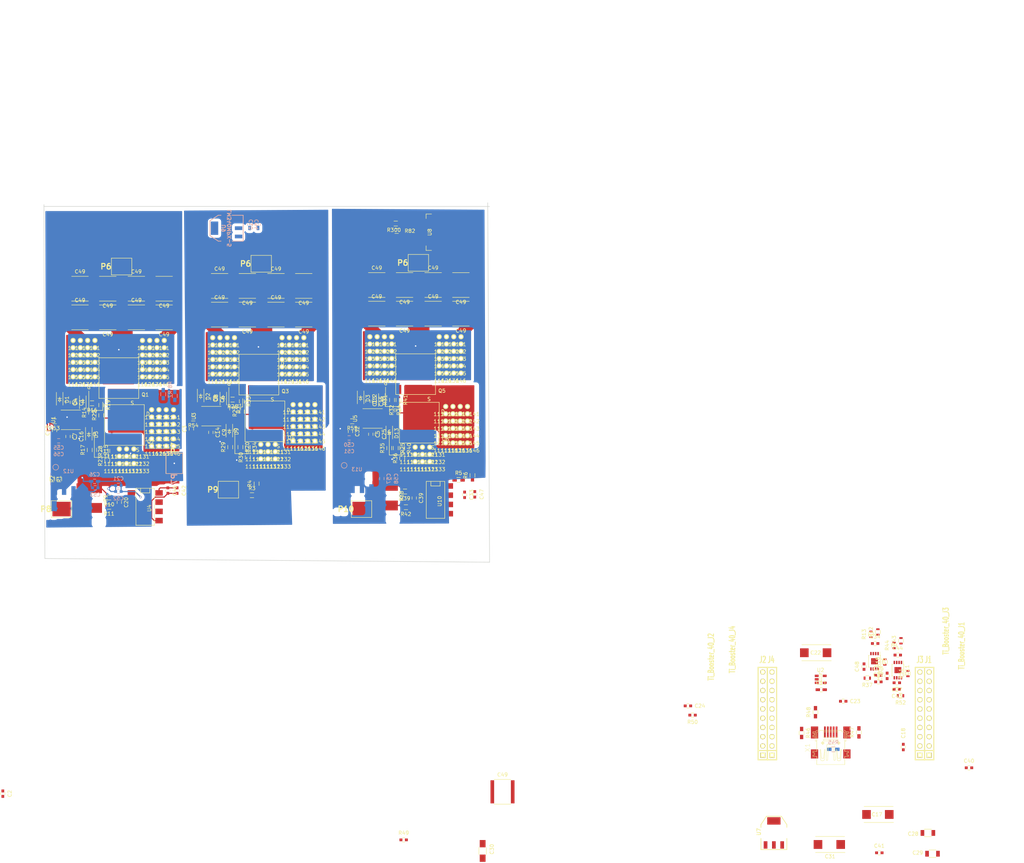
<source format=kicad_pcb>
(kicad_pcb (version 4) (host pcbnew 4.0.0-stable)
  (layers (0 F.Cu signal) (1 In1.Cu power) (2 In2.Cu power) (31 B.Cu signal) (34 B.Paste user hide) (35 F.Paste user hide) (36 B.SilkS user) (37 F.SilkS user) (38 B.Mask user hide) (39 F.Mask user hide) (44 Edge.Cuts user))
  (net 0 "")
  (net 1 GND)
  (net 2 +5V)
  (net 3 V_SUPPLY)
  (net 4 "/Power MOSFETS/CurrentA")
  (net 5 "/Power MOSFETS/H2_VS")
  (net 6 "/Power MOSFETS/CurrentB")
  (net 7 "/Power MOSFETS/CurrentC")
  (net 8 "/Power MOSFETS/M_H1")
  (net 9 "/Power MOSFETS/M_L1")
  (net 10 "/Power MOSFETS/M_H2")
  (net 11 "/Power MOSFETS/M_L2")
  (net 12 "/Power MOSFETS/M_H3")
  (net 13 "/Power MOSFETS/M_L3")
  (net 14 "/Power MOSFETS/PHASE_1")
  (net 15 "/Power MOSFETS/PHASE_3")
  (net 16 "Net-(J1-Pad2)")
  (net 17 "Net-(J1-Pad3)")
  (net 18 "Net-(J1-Pad4)")
  (net 19 "Net-(J1-Pad5)")
  (net 20 "Net-(J1-Pad6)")
  (net 21 "Net-(J1-Pad7)")
  (net 22 "Net-(J1-Pad8)")
  (net 23 "Net-(J1-Pad9)")
  (net 24 "Net-(J1-Pad10)")
  (net 25 "Net-(J2-Pad2)")
  (net 26 "Net-(J2-Pad4)")
  (net 27 "Net-(J2-Pad6)")
  (net 28 "Net-(J2-Pad7)")
  (net 29 "Net-(J2-Pad8)")
  (net 30 "Net-(J2-Pad9)")
  (net 31 "Net-(J3-Pad3)")
  (net 32 "Net-(J3-Pad4)")
  (net 33 "Net-(J3-Pad5)")
  (net 34 "Net-(J3-Pad6)")
  (net 35 "Net-(J3-Pad10)")
  (net 36 "Net-(J4-Pad7)")
  (net 37 "Net-(J4-Pad8)")
  (net 38 "Net-(J4-Pad9)")
  (net 39 "Net-(J4-Pad10)")
  (net 40 +3V3)
  (net 41 "Net-(X1-Pad4)")
  (net 42 "Net-(C1-Pad1)")
  (net 43 "Net-(C6-Pad1)")
  (net 44 "Net-(C13-Pad1)")
  (net 45 "Net-(U1-Pad6)")
  (net 46 "Net-(U3-Pad6)")
  (net 47 "Net-(U5-Pad6)")
  (net 48 VDD)
  (net 49 "Net-(R300-Pad1)")
  (net 50 "Net-(C24-Pad2)")
  (net 51 "Net-(R45-Pad1)")
  (net 52 "Net-(R46-Pad2)")
  (net 53 "Net-(R47-Pad1)")
  (net 54 "Net-(R48-Pad2)")
  (net 55 "Net-(D4-Pad1)")
  (net 56 "Net-(D4-Pad2)")
  (net 57 "Net-(D5-Pad1)")
  (net 58 "Net-(D5-Pad2)")
  (net 59 "Net-(D8-Pad1)")
  (net 60 "Net-(D8-Pad2)")
  (net 61 "Net-(D9-Pad1)")
  (net 62 "Net-(D9-Pad2)")
  (net 63 "Net-(D12-Pad1)")
  (net 64 "Net-(D12-Pad2)")
  (net 65 "Net-(D13-Pad1)")
  (net 66 "Net-(D13-Pad2)")
  (net 67 "Net-(Q1-Pad3)")
  (net 68 "Net-(Q2-Pad3)")
  (net 69 "Net-(C17-Pad1)")
  (net 70 "Net-(Q3-Pad3)")
  (net 71 "Net-(Q4-Pad3)")
  (net 72 "Net-(Q6-Pad3)")
  (net 73 "Net-(Q5-Pad3)")
  (net 74 "Net-(R14-Pad1)")
  (net 75 "Net-(R15-Pad2)")
  (net 76 "Net-(R20-Pad2)")
  (net 77 "Net-(R21-Pad2)")
  (net 78 "Net-(R24-Pad2)")
  (net 79 "Net-(R25-Pad2)")
  (net 80 GNDA)
  (net 81 +1V5)
  (net 82 "Net-(C20-Pad1)")
  (net 83 "Net-(C20-Pad2)")
  (net 84 +5VA)
  (net 85 "Net-(C34-Pad1)")
  (net 86 "Net-(C34-Pad2)")
  (net 87 "Net-(C39-Pad1)")
  (net 88 "Net-(C39-Pad2)")
  (net 89 +5VD)
  (net 90 GNDD)
  (net 91 "Net-(C44-Pad1)")
  (net 92 "Net-(C44-Pad2)")
  (net 93 "Net-(R12-Pad2)")
  (net 94 "Net-(R13-Pad2)")
  (net 95 "Net-(R18-Pad1)")
  (net 96 "Net-(R18-Pad2)")
  (net 97 "Net-(R37-Pad2)")
  (net 98 "Net-(R43-Pad2)")
  (net 99 "Net-(R44-Pad2)")
  (net 100 "Net-(R51-Pad1)")
  (net 101 "Net-(R51-Pad2)")
  (net 102 "Net-(R52-Pad2)")
  (net 103 "/Power MOSFETS/H1_VS")
  (net 104 "/Power MOSFETS/H3_VS")
  (net 105 "Net-(R53-Pad1)")
  (net 106 "Net-(R54-Pad1)")
  (net 107 "Net-(R55-Pad1)")
  (net 108 "Net-(U12-Pad3)")
  (net 109 "Net-(U12-Pad8)")
  (net 110 "Net-(U12-Pad6)")
  (net 111 "Net-(U12-Pad7)")
  (net 112 "Net-(U13-Pad3)")
  (net 113 "Net-(U13-Pad8)")
  (net 114 "Net-(U13-Pad6)")
  (net 115 "Net-(U13-Pad7)")
  (module via (layer F.Cu) (at 47.498 68.548)
    (fp_text reference 111111112 (at 0 2.1) (layer F.SilkS))
    (fp_text value "")
    (pad 1 thru_hole circle (at 0 0) (size 1.397 1.397) (drill 0.812) (layers *.Cu *.Mask F.SilkS) (net 1 GND))
  )
  (module via (layer F.Cu) (at 49.498 68.548)
    (fp_text reference 111111122 (at 0 2.1) (layer F.SilkS))
    (fp_text value "")
    (pad 1 thru_hole circle (at 0 0) (size 1.397 1.397) (drill 0.812) (layers *.Cu *.Mask F.SilkS) (net 1 GND))
  )
  (module via (layer F.Cu) (at 51.498 70.548)
    (fp_text reference 111111133 (at 0 2.1) (layer F.SilkS))
    (fp_text value "")
    (pad 1 thru_hole circle (at 0 0) (size 1.397 1.397) (drill 0.812) (layers *.Cu *.Mask F.SilkS) (net 1 GND))
  )
  (module via (layer F.Cu) (at 51.498 68.548)
    (fp_text reference 111111132 (at 0 2.1) (layer F.SilkS))
    (fp_text value "")
    (pad 1 thru_hole circle (at 0 0) (size 1.397 1.397) (drill 0.812) (layers *.Cu *.Mask F.SilkS) (net 1 GND))
  )
  (module via (layer F.Cu) (at 49.498 70.548)
    (fp_text reference 111111123 (at 0 2.1) (layer F.SilkS))
    (fp_text value "")
    (pad 1 thru_hole circle (at 0 0) (size 1.397 1.397) (drill 0.812) (layers *.Cu *.Mask F.SilkS) (net 1 GND))
  )
  (module via (layer F.Cu) (at 47.498 70.548)
    (fp_text reference 111111113 (at 0 2.1) (layer F.SilkS))
    (fp_text value "")
    (pad 1 thru_hole circle (at 0 0) (size 1.397 1.397) (drill 0.812) (layers *.Cu *.Mask F.SilkS) (net 1 GND))
  )
  (module via (layer F.Cu) (at 47.498 66.548)
    (fp_text reference 111111111 (at 0 2.1) (layer F.SilkS))
    (fp_text value "")
    (pad 1 thru_hole circle (at 0 0) (size 1.397 1.397) (drill 0.812) (layers *.Cu *.Mask F.SilkS) (net 1 GND))
  )
  (module via (layer F.Cu) (at 49.498 66.548)
    (fp_text reference 111111121 (at 0 2.1) (layer F.SilkS))
    (fp_text value "")
    (pad 1 thru_hole circle (at 0 0) (size 1.397 1.397) (drill 0.812) (layers *.Cu *.Mask F.SilkS) (net 1 GND))
  )
  (module via (layer F.Cu) (at 51.498 66.548)
    (fp_text reference 111111131 (at 0 2.1) (layer F.SilkS))
    (fp_text value "")
    (pad 1 thru_hole circle (at 0 0) (size 1.397 1.397) (drill 0.812) (layers *.Cu *.Mask F.SilkS) (net 1 GND))
  )
  (module via (layer F.Cu) (at 86.36 67.278)
    (fp_text reference 111111112 (at 0 2.1) (layer F.SilkS))
    (fp_text value "")
    (pad 1 thru_hole circle (at 0 0) (size 1.397 1.397) (drill 0.812) (layers *.Cu *.Mask F.SilkS) (net 1 GND))
  )
  (module via (layer F.Cu) (at 88.36 67.278)
    (fp_text reference 111111122 (at 0 2.1) (layer F.SilkS))
    (fp_text value "")
    (pad 1 thru_hole circle (at 0 0) (size 1.397 1.397) (drill 0.812) (layers *.Cu *.Mask F.SilkS) (net 1 GND))
  )
  (module via (layer F.Cu) (at 90.36 69.278)
    (fp_text reference 111111133 (at 0 2.1) (layer F.SilkS))
    (fp_text value "")
    (pad 1 thru_hole circle (at 0 0) (size 1.397 1.397) (drill 0.812) (layers *.Cu *.Mask F.SilkS) (net 1 GND))
  )
  (module via (layer F.Cu) (at 90.36 67.278)
    (fp_text reference 111111132 (at 0 2.1) (layer F.SilkS))
    (fp_text value "")
    (pad 1 thru_hole circle (at 0 0) (size 1.397 1.397) (drill 0.812) (layers *.Cu *.Mask F.SilkS) (net 1 GND))
  )
  (module via (layer F.Cu) (at 88.36 69.278)
    (fp_text reference 111111123 (at 0 2.1) (layer F.SilkS))
    (fp_text value "")
    (pad 1 thru_hole circle (at 0 0) (size 1.397 1.397) (drill 0.812) (layers *.Cu *.Mask F.SilkS) (net 1 GND))
  )
  (module via (layer F.Cu) (at 86.36 69.278)
    (fp_text reference 111111113 (at 0 2.1) (layer F.SilkS))
    (fp_text value "")
    (pad 1 thru_hole circle (at 0 0) (size 1.397 1.397) (drill 0.812) (layers *.Cu *.Mask F.SilkS) (net 1 GND))
  )
  (module via (layer F.Cu) (at 86.36 65.278)
    (fp_text reference 111111111 (at 0 2.1) (layer F.SilkS))
    (fp_text value "")
    (pad 1 thru_hole circle (at 0 0) (size 1.397 1.397) (drill 0.812) (layers *.Cu *.Mask F.SilkS) (net 1 GND))
  )
  (module via (layer F.Cu) (at 88.36 65.278)
    (fp_text reference 111111121 (at 0 2.1) (layer F.SilkS))
    (fp_text value "")
    (pad 1 thru_hole circle (at 0 0) (size 1.397 1.397) (drill 0.812) (layers *.Cu *.Mask F.SilkS) (net 1 GND))
  )
  (module via (layer F.Cu) (at 90.36 65.278)
    (fp_text reference 111111131 (at 0 2.1) (layer F.SilkS))
    (fp_text value "")
    (pad 1 thru_hole circle (at 0 0) (size 1.397 1.397) (drill 0.812) (layers *.Cu *.Mask F.SilkS) (net 1 GND))
  )
  (module via (layer F.Cu) (at 132.778 70.04)
    (fp_text reference 111111133 (at 0 2.1) (layer F.SilkS))
    (fp_text value "")
    (pad 1 thru_hole circle (at 0 0) (size 1.397 1.397) (drill 0.812) (layers *.Cu *.Mask F.SilkS) (net 1 GND))
  )
  (module via (layer F.Cu) (at 130.778 70.04)
    (fp_text reference 111111123 (at 0 2.1) (layer F.SilkS))
    (fp_text value "")
    (pad 1 thru_hole circle (at 0 0) (size 1.397 1.397) (drill 0.812) (layers *.Cu *.Mask F.SilkS) (net 1 GND))
  )
  (module via (layer F.Cu) (at 128.778 70.04)
    (fp_text reference 111111113 (at 0 2.1) (layer F.SilkS))
    (fp_text value "")
    (pad 1 thru_hole circle (at 0 0) (size 1.397 1.397) (drill 0.812) (layers *.Cu *.Mask F.SilkS) (net 1 GND))
  )
  (module via (layer F.Cu) (at 132.778 68.04)
    (fp_text reference 111111132 (at 0 2.1) (layer F.SilkS))
    (fp_text value "")
    (pad 1 thru_hole circle (at 0 0) (size 1.397 1.397) (drill 0.812) (layers *.Cu *.Mask F.SilkS) (net 1 GND))
  )
  (module via (layer F.Cu) (at 130.778 68.04)
    (fp_text reference 111111122 (at 0 2.1) (layer F.SilkS))
    (fp_text value "")
    (pad 1 thru_hole circle (at 0 0) (size 1.397 1.397) (drill 0.812) (layers *.Cu *.Mask F.SilkS) (net 1 GND))
  )
  (module via (layer F.Cu) (at 128.778 68.04)
    (fp_text reference 111111112 (at 0 2.1) (layer F.SilkS))
    (fp_text value "")
    (pad 1 thru_hole circle (at 0 0) (size 1.397 1.397) (drill 0.812) (layers *.Cu *.Mask F.SilkS) (net 1 GND))
  )
  (module via (layer F.Cu) (at 132.778 66.04)
    (fp_text reference 111111131 (at 0 2.1) (layer F.SilkS))
    (fp_text value "")
    (pad 1 thru_hole circle (at 0 0) (size 1.397 1.397) (drill 0.812) (layers *.Cu *.Mask F.SilkS) (net 1 GND))
  )
  (module via (layer F.Cu) (at 130.778 66.04)
    (fp_text reference 111111121 (at 0 2.1) (layer F.SilkS))
    (fp_text value "")
    (pad 1 thru_hole circle (at 0 0) (size 1.397 1.397) (drill 0.812) (layers *.Cu *.Mask F.SilkS) (net 1 GND))
  )
  (module via (layer F.Cu) (at 128.778 66.04)
    (fp_text reference 111111111 (at 0 2.1) (layer F.SilkS))
    (fp_text value "")
    (pad 1 thru_hole circle (at 0 0) (size 1.397 1.397) (drill 0.812) (layers *.Cu *.Mask F.SilkS) (net 1 GND))
  )
  (module via (layer F.Cu) (at 143.16 64.864)
    (fp_text reference 1111146 (at 0 2.1) (layer F.SilkS))
    (fp_text value "")
    (pad 1 thru_hole circle (at 0 0) (size 1.397 1.397) (drill 0.812) (layers *.Cu *.Mask F.SilkS) (net 90 GNDD))
  )
  (module via (layer F.Cu) (at 141.16 64.864)
    (fp_text reference 1111136 (at 0 2.1) (layer F.SilkS))
    (fp_text value "")
    (pad 1 thru_hole circle (at 0 0) (size 1.397 1.397) (drill 0.812) (layers *.Cu *.Mask F.SilkS) (net 90 GNDD))
  )
  (module via (layer F.Cu) (at 139.16 64.864)
    (fp_text reference 1111126 (at 0 2.1) (layer F.SilkS))
    (fp_text value "")
    (pad 1 thru_hole circle (at 0 0) (size 1.397 1.397) (drill 0.812) (layers *.Cu *.Mask F.SilkS) (net 90 GNDD))
  )
  (module via (layer F.Cu) (at 137.16 64.864)
    (fp_text reference 1111116 (at 0 2.1) (layer F.SilkS))
    (fp_text value "")
    (pad 1 thru_hole circle (at 0 0) (size 1.397 1.397) (drill 0.812) (layers *.Cu *.Mask F.SilkS) (net 90 GNDD))
  )
  (module via (layer F.Cu) (at 143.16 62.864)
    (fp_text reference 1111145 (at 0 2.1) (layer F.SilkS))
    (fp_text value "")
    (pad 1 thru_hole circle (at 0 0) (size 1.397 1.397) (drill 0.812) (layers *.Cu *.Mask F.SilkS) (net 90 GNDD))
  )
  (module via (layer F.Cu) (at 141.16 62.864)
    (fp_text reference 1111135 (at 0 2.1) (layer F.SilkS))
    (fp_text value "")
    (pad 1 thru_hole circle (at 0 0) (size 1.397 1.397) (drill 0.812) (layers *.Cu *.Mask F.SilkS) (net 90 GNDD))
  )
  (module via (layer F.Cu) (at 139.16 62.864)
    (fp_text reference 1111125 (at 0 2.1) (layer F.SilkS))
    (fp_text value "")
    (pad 1 thru_hole circle (at 0 0) (size 1.397 1.397) (drill 0.812) (layers *.Cu *.Mask F.SilkS) (net 90 GNDD))
  )
  (module via (layer F.Cu) (at 137.16 62.864)
    (fp_text reference 1111115 (at 0 2.1) (layer F.SilkS))
    (fp_text value "")
    (pad 1 thru_hole circle (at 0 0) (size 1.397 1.397) (drill 0.812) (layers *.Cu *.Mask F.SilkS) (net 90 GNDD))
  )
  (module via (layer F.Cu) (at 143.16 60.864)
    (fp_text reference 1111144 (at 0 2.1) (layer F.SilkS))
    (fp_text value "")
    (pad 1 thru_hole circle (at 0 0) (size 1.397 1.397) (drill 0.812) (layers *.Cu *.Mask F.SilkS) (net 90 GNDD))
  )
  (module via (layer F.Cu) (at 141.16 60.864)
    (fp_text reference 1111134 (at 0 2.1) (layer F.SilkS))
    (fp_text value "")
    (pad 1 thru_hole circle (at 0 0) (size 1.397 1.397) (drill 0.812) (layers *.Cu *.Mask F.SilkS) (net 90 GNDD))
  )
  (module via (layer F.Cu) (at 139.16 60.864)
    (fp_text reference 1111124 (at 0 2.1) (layer F.SilkS))
    (fp_text value "")
    (pad 1 thru_hole circle (at 0 0) (size 1.397 1.397) (drill 0.812) (layers *.Cu *.Mask F.SilkS) (net 90 GNDD))
  )
  (module via (layer F.Cu) (at 137.16 60.864)
    (fp_text reference 1111114 (at 0 2.1) (layer F.SilkS))
    (fp_text value "")
    (pad 1 thru_hole circle (at 0 0) (size 1.397 1.397) (drill 0.812) (layers *.Cu *.Mask F.SilkS) (net 90 GNDD))
  )
  (module via (layer F.Cu) (at 143.16 58.864)
    (fp_text reference 1111143 (at 0 2.1) (layer F.SilkS))
    (fp_text value "")
    (pad 1 thru_hole circle (at 0 0) (size 1.397 1.397) (drill 0.812) (layers *.Cu *.Mask F.SilkS) (net 90 GNDD))
  )
  (module via (layer F.Cu) (at 141.16 58.864)
    (fp_text reference 1111133 (at 0 2.1) (layer F.SilkS))
    (fp_text value "")
    (pad 1 thru_hole circle (at 0 0) (size 1.397 1.397) (drill 0.812) (layers *.Cu *.Mask F.SilkS) (net 90 GNDD))
  )
  (module via (layer F.Cu) (at 139.16 58.864)
    (fp_text reference 1111123 (at 0 2.1) (layer F.SilkS))
    (fp_text value "")
    (pad 1 thru_hole circle (at 0 0) (size 1.397 1.397) (drill 0.812) (layers *.Cu *.Mask F.SilkS) (net 90 GNDD))
  )
  (module via (layer F.Cu) (at 137.16 58.864)
    (fp_text reference 1111113 (at 0 2.1) (layer F.SilkS))
    (fp_text value "")
    (pad 1 thru_hole circle (at 0 0) (size 1.397 1.397) (drill 0.812) (layers *.Cu *.Mask F.SilkS) (net 90 GNDD))
  )
  (module via (layer F.Cu) (at 143.16 56.864)
    (fp_text reference 1111142 (at 0 2.1) (layer F.SilkS))
    (fp_text value "")
    (pad 1 thru_hole circle (at 0 0) (size 1.397 1.397) (drill 0.812) (layers *.Cu *.Mask F.SilkS) (net 90 GNDD))
  )
  (module via (layer F.Cu) (at 141.16 56.864)
    (fp_text reference 1111132 (at 0 2.1) (layer F.SilkS))
    (fp_text value "")
    (pad 1 thru_hole circle (at 0 0) (size 1.397 1.397) (drill 0.812) (layers *.Cu *.Mask F.SilkS) (net 90 GNDD))
  )
  (module via (layer F.Cu) (at 139.16 56.864)
    (fp_text reference 1111122 (at 0 2.1) (layer F.SilkS))
    (fp_text value "")
    (pad 1 thru_hole circle (at 0 0) (size 1.397 1.397) (drill 0.812) (layers *.Cu *.Mask F.SilkS) (net 90 GNDD))
  )
  (module via (layer F.Cu) (at 137.16 56.864)
    (fp_text reference 1111112 (at 0 2.1) (layer F.SilkS))
    (fp_text value "")
    (pad 1 thru_hole circle (at 0 0) (size 1.397 1.397) (drill 0.812) (layers *.Cu *.Mask F.SilkS) (net 90 GNDD))
  )
  (module via (layer F.Cu) (at 143.16 54.864)
    (fp_text reference 1111141 (at 0 2.1) (layer F.SilkS))
    (fp_text value "")
    (pad 1 thru_hole circle (at 0 0) (size 1.397 1.397) (drill 0.812) (layers *.Cu *.Mask F.SilkS) (net 90 GNDD))
  )
  (module via (layer F.Cu) (at 141.16 54.864)
    (fp_text reference 1111131 (at 0 2.1) (layer F.SilkS))
    (fp_text value "")
    (pad 1 thru_hole circle (at 0 0) (size 1.397 1.397) (drill 0.812) (layers *.Cu *.Mask F.SilkS) (net 90 GNDD))
  )
  (module via (layer F.Cu) (at 139.16 54.864)
    (fp_text reference 1111121 (at 0 2.1) (layer F.SilkS))
    (fp_text value "")
    (pad 1 thru_hole circle (at 0 0) (size 1.397 1.397) (drill 0.812) (layers *.Cu *.Mask F.SilkS) (net 90 GNDD))
  )
  (module via (layer F.Cu) (at 137.16 54.864)
    (fp_text reference 1111111 (at 0 2.1) (layer F.SilkS))
    (fp_text value "")
    (pad 1 thru_hole circle (at 0 0) (size 1.397 1.397) (drill 0.812) (layers *.Cu *.Mask F.SilkS) (net 90 GNDD))
  )
  (module via (layer F.Cu) (at 135.382 41.687)
    (fp_text reference 114 (at 0 2.1) (layer F.SilkS))
    (fp_text value "")
    (pad 1 thru_hole circle (at 0 0) (size 1.397 1.397) (drill 0.812) (layers *.Cu *.Mask F.SilkS) (net 3 V_SUPPLY))
  )
  (module via (layer F.Cu) (at 135.382 37.687)
    (fp_text reference 112 (at 0 2.1) (layer F.SilkS))
    (fp_text value "")
    (pad 1 thru_hole circle (at 0 0) (size 1.397 1.397) (drill 0.812) (layers *.Cu *.Mask F.SilkS) (net 3 V_SUPPLY))
  )
  (module via (layer F.Cu) (at 135.382 39.687)
    (fp_text reference 113 (at 0 2.1) (layer F.SilkS))
    (fp_text value "")
    (pad 1 thru_hole circle (at 0 0) (size 1.397 1.397) (drill 0.812) (layers *.Cu *.Mask F.SilkS) (net 3 V_SUPPLY))
  )
  (module via (layer F.Cu) (at 135.382 45.687)
    (fp_text reference 116 (at 0 2.1) (layer F.SilkS))
    (fp_text value "")
    (pad 1 thru_hole circle (at 0 0) (size 1.397 1.397) (drill 0.812) (layers *.Cu *.Mask F.SilkS) (net 3 V_SUPPLY))
  )
  (module via (layer F.Cu) (at 135.382 43.687)
    (fp_text reference 115 (at 0 2.1) (layer F.SilkS))
    (fp_text value "")
    (pad 1 thru_hole circle (at 0 0) (size 1.397 1.397) (drill 0.812) (layers *.Cu *.Mask F.SilkS) (net 3 V_SUPPLY))
  )
  (module via (layer F.Cu) (at 122.332 35.687)
    (fp_text reference 141 (at 0 2.1) (layer F.SilkS))
    (fp_text value "")
    (pad 1 thru_hole circle (at 0 0) (size 1.397 1.397) (drill 0.812) (layers *.Cu *.Mask F.SilkS) (net 3 V_SUPPLY))
  )
  (module via (layer F.Cu) (at 120.332 35.687)
    (fp_text reference 131 (at 0 2.1) (layer F.SilkS))
    (fp_text value "")
    (pad 1 thru_hole circle (at 0 0) (size 1.397 1.397) (drill 0.812) (layers *.Cu *.Mask F.SilkS) (net 3 V_SUPPLY))
  )
  (module via (layer F.Cu) (at 122.332 37.687)
    (fp_text reference 142 (at 0 2.1) (layer F.SilkS))
    (fp_text value "")
    (pad 1 thru_hole circle (at 0 0) (size 1.397 1.397) (drill 0.812) (layers *.Cu *.Mask F.SilkS) (net 3 V_SUPPLY))
  )
  (module via (layer F.Cu) (at 116.332 37.687)
    (fp_text reference 112 (at 0 2.1) (layer F.SilkS))
    (fp_text value "")
    (pad 1 thru_hole circle (at 0 0) (size 1.397 1.397) (drill 0.812) (layers *.Cu *.Mask F.SilkS) (net 3 V_SUPPLY))
  )
  (module via (layer F.Cu) (at 118.332 35.687)
    (fp_text reference 121 (at 0 2.1) (layer F.SilkS))
    (fp_text value "")
    (pad 1 thru_hole circle (at 0 0) (size 1.397 1.397) (drill 0.812) (layers *.Cu *.Mask F.SilkS) (net 3 V_SUPPLY))
  )
  (module via (layer F.Cu) (at 118.332 37.687)
    (fp_text reference 122 (at 0 2.1) (layer F.SilkS))
    (fp_text value "")
    (pad 1 thru_hole circle (at 0 0) (size 1.397 1.397) (drill 0.812) (layers *.Cu *.Mask F.SilkS) (net 3 V_SUPPLY))
  )
  (module via (layer F.Cu) (at 120.332 37.687)
    (fp_text reference 132 (at 0 2.1) (layer F.SilkS))
    (fp_text value "")
    (pad 1 thru_hole circle (at 0 0) (size 1.397 1.397) (drill 0.812) (layers *.Cu *.Mask F.SilkS) (net 3 V_SUPPLY))
  )
  (module via (layer F.Cu) (at 116.332 35.687)
    (fp_text reference 111 (at 0 2.1) (layer F.SilkS))
    (fp_text value "")
    (pad 1 thru_hole circle (at 0 0) (size 1.397 1.397) (drill 0.812) (layers *.Cu *.Mask F.SilkS) (net 3 V_SUPPLY))
  )
  (module via (layer F.Cu) (at 122.332 45.687)
    (fp_text reference 146 (at 0 2.1) (layer F.SilkS))
    (fp_text value "")
    (pad 1 thru_hole circle (at 0 0) (size 1.397 1.397) (drill 0.812) (layers *.Cu *.Mask F.SilkS) (net 3 V_SUPPLY))
  )
  (module via (layer F.Cu) (at 122.332 43.687)
    (fp_text reference 145 (at 0 2.1) (layer F.SilkS))
    (fp_text value "")
    (pad 1 thru_hole circle (at 0 0) (size 1.397 1.397) (drill 0.812) (layers *.Cu *.Mask F.SilkS) (net 3 V_SUPPLY))
  )
  (module via (layer F.Cu) (at 135.382 35.687)
    (fp_text reference 111 (at 0 2.1) (layer F.SilkS))
    (fp_text value "")
    (pad 1 thru_hole circle (at 0 0) (size 1.397 1.397) (drill 0.812) (layers *.Cu *.Mask F.SilkS) (net 3 V_SUPPLY))
  )
  (module via (layer F.Cu) (at 122.332 39.687)
    (fp_text reference 143 (at 0 2.1) (layer F.SilkS))
    (fp_text value "")
    (pad 1 thru_hole circle (at 0 0) (size 1.397 1.397) (drill 0.812) (layers *.Cu *.Mask F.SilkS) (net 3 V_SUPPLY))
  )
  (module via (layer F.Cu) (at 122.332 41.687)
    (fp_text reference 144 (at 0 2.1) (layer F.SilkS))
    (fp_text value "")
    (pad 1 thru_hole circle (at 0 0) (size 1.397 1.397) (drill 0.812) (layers *.Cu *.Mask F.SilkS) (net 3 V_SUPPLY))
  )
  (module via (layer F.Cu) (at 118.332 43.687)
    (fp_text reference 125 (at 0 2.1) (layer F.SilkS))
    (fp_text value "")
    (pad 1 thru_hole circle (at 0 0) (size 1.397 1.397) (drill 0.812) (layers *.Cu *.Mask F.SilkS) (net 3 V_SUPPLY))
  )
  (module via (layer F.Cu) (at 116.332 43.687)
    (fp_text reference 115 (at 0 2.1) (layer F.SilkS))
    (fp_text value "")
    (pad 1 thru_hole circle (at 0 0) (size 1.397 1.397) (drill 0.812) (layers *.Cu *.Mask F.SilkS) (net 3 V_SUPPLY))
  )
  (module via (layer F.Cu) (at 120.332 43.687)
    (fp_text reference 135 (at 0 2.1) (layer F.SilkS))
    (fp_text value "")
    (pad 1 thru_hole circle (at 0 0) (size 1.397 1.397) (drill 0.812) (layers *.Cu *.Mask F.SilkS) (net 3 V_SUPPLY))
  )
  (module via (layer F.Cu) (at 120.332 45.687)
    (fp_text reference 136 (at 0 2.1) (layer F.SilkS))
    (fp_text value "")
    (pad 1 thru_hole circle (at 0 0) (size 1.397 1.397) (drill 0.812) (layers *.Cu *.Mask F.SilkS) (net 3 V_SUPPLY))
  )
  (module via (layer F.Cu) (at 118.332 45.687)
    (fp_text reference 126 (at 0 2.1) (layer F.SilkS))
    (fp_text value "")
    (pad 1 thru_hole circle (at 0 0) (size 1.397 1.397) (drill 0.812) (layers *.Cu *.Mask F.SilkS) (net 3 V_SUPPLY))
  )
  (module via (layer F.Cu) (at 116.332 45.687)
    (fp_text reference 116 (at 0 2.1) (layer F.SilkS))
    (fp_text value "")
    (pad 1 thru_hole circle (at 0 0) (size 1.397 1.397) (drill 0.812) (layers *.Cu *.Mask F.SilkS) (net 3 V_SUPPLY))
  )
  (module via (layer F.Cu) (at 118.332 39.687)
    (fp_text reference 123 (at 0 2.1) (layer F.SilkS))
    (fp_text value "")
    (pad 1 thru_hole circle (at 0 0) (size 1.397 1.397) (drill 0.812) (layers *.Cu *.Mask F.SilkS) (net 3 V_SUPPLY))
  )
  (module via (layer F.Cu) (at 118.332 41.687)
    (fp_text reference 124 (at 0 2.1) (layer F.SilkS))
    (fp_text value "")
    (pad 1 thru_hole circle (at 0 0) (size 1.397 1.397) (drill 0.812) (layers *.Cu *.Mask F.SilkS) (net 3 V_SUPPLY))
  )
  (module via (layer F.Cu) (at 120.332 39.687)
    (fp_text reference 133 (at 0 2.1) (layer F.SilkS))
    (fp_text value "")
    (pad 1 thru_hole circle (at 0 0) (size 1.397 1.397) (drill 0.812) (layers *.Cu *.Mask F.SilkS) (net 3 V_SUPPLY))
  )
  (module via (layer F.Cu) (at 116.332 41.687)
    (fp_text reference 114 (at 0 2.1) (layer F.SilkS))
    (fp_text value "")
    (pad 1 thru_hole circle (at 0 0) (size 1.397 1.397) (drill 0.812) (layers *.Cu *.Mask F.SilkS) (net 3 V_SUPPLY))
  )
  (module via (layer F.Cu) (at 116.332 39.687)
    (fp_text reference 113 (at 0 2.1) (layer F.SilkS))
    (fp_text value "")
    (pad 1 thru_hole circle (at 0 0) (size 1.397 1.397) (drill 0.812) (layers *.Cu *.Mask F.SilkS) (net 3 V_SUPPLY))
  )
  (module via (layer F.Cu) (at 120.332 41.687)
    (fp_text reference 134 (at 0 2.1) (layer F.SilkS))
    (fp_text value "")
    (pad 1 thru_hole circle (at 0 0) (size 1.397 1.397) (drill 0.812) (layers *.Cu *.Mask F.SilkS) (net 3 V_SUPPLY))
  )
  (module via (layer F.Cu) (at 137.382 41.687)
    (fp_text reference 124 (at 0 2.1) (layer F.SilkS))
    (fp_text value "")
    (pad 1 thru_hole circle (at 0 0) (size 1.397 1.397) (drill 0.812) (layers *.Cu *.Mask F.SilkS) (net 3 V_SUPPLY))
  )
  (module via (layer F.Cu) (at 141.382 41.687)
    (fp_text reference 144 (at 0 2.1) (layer F.SilkS))
    (fp_text value "")
    (pad 1 thru_hole circle (at 0 0) (size 1.397 1.397) (drill 0.812) (layers *.Cu *.Mask F.SilkS) (net 3 V_SUPPLY))
  )
  (module via (layer F.Cu) (at 139.382 41.687)
    (fp_text reference 134 (at 0 2.1) (layer F.SilkS))
    (fp_text value "")
    (pad 1 thru_hole circle (at 0 0) (size 1.397 1.397) (drill 0.812) (layers *.Cu *.Mask F.SilkS) (net 3 V_SUPPLY))
  )
  (module via (layer F.Cu) (at 137.382 43.687)
    (fp_text reference 125 (at 0 2.1) (layer F.SilkS))
    (fp_text value "")
    (pad 1 thru_hole circle (at 0 0) (size 1.397 1.397) (drill 0.812) (layers *.Cu *.Mask F.SilkS) (net 3 V_SUPPLY))
  )
  (module Capacitors_SMD:C_2225 (layer F.Cu) (at 141.345 21.463 180)
    (fp_text reference C49 (at 0 -4.7 180) (layer F.SilkS))
    (fp_text value 15uf)
    (pad 1 smd rect (at -2.8 0 180) (size 1 6.35) (layers F.Cu F.Paste F.Mask) (net 3 V_SUPPLY))
    (pad 2 smd rect (at 2.8 0 180) (size 1 6.35) (layers F.Cu F.Paste F.Mask) (net 1 GND))
  )
  (module Capacitors_SMD:C_2225 (layer F.Cu) (at 141.345 29.337 180)
    (fp_text reference C49 (at 0 -4.7 180) (layer F.SilkS))
    (fp_text value 15uf)
    (pad 1 smd rect (at -2.8 0 180) (size 1 6.35) (layers F.Cu F.Paste F.Mask) (net 3 V_SUPPLY))
    (pad 2 smd rect (at 2.8 0 180) (size 1 6.35) (layers F.Cu F.Paste F.Mask) (net 1 GND))
  )
  (module via (layer F.Cu) (at 137.382 35.687)
    (fp_text reference 121 (at 0 2.1) (layer F.SilkS))
    (fp_text value "")
    (pad 1 thru_hole circle (at 0 0) (size 1.397 1.397) (drill 0.812) (layers *.Cu *.Mask F.SilkS) (net 3 V_SUPPLY))
  )
  (module via (layer F.Cu) (at 139.382 35.687)
    (fp_text reference 131 (at 0 2.1) (layer F.SilkS))
    (fp_text value "")
    (pad 1 thru_hole circle (at 0 0) (size 1.397 1.397) (drill 0.812) (layers *.Cu *.Mask F.SilkS) (net 3 V_SUPPLY))
  )
  (module via (layer F.Cu) (at 137.382 39.687)
    (fp_text reference 123 (at 0 2.1) (layer F.SilkS))
    (fp_text value "")
    (pad 1 thru_hole circle (at 0 0) (size 1.397 1.397) (drill 0.812) (layers *.Cu *.Mask F.SilkS) (net 3 V_SUPPLY))
  )
  (module via (layer F.Cu) (at 137.382 37.687)
    (fp_text reference 122 (at 0 2.1) (layer F.SilkS))
    (fp_text value "")
    (pad 1 thru_hole circle (at 0 0) (size 1.397 1.397) (drill 0.812) (layers *.Cu *.Mask F.SilkS) (net 3 V_SUPPLY))
  )
  (module via (layer F.Cu) (at 141.382 37.687)
    (fp_text reference 142 (at 0 2.1) (layer F.SilkS))
    (fp_text value "")
    (pad 1 thru_hole circle (at 0 0) (size 1.397 1.397) (drill 0.812) (layers *.Cu *.Mask F.SilkS) (net 3 V_SUPPLY))
  )
  (module via (layer F.Cu) (at 141.382 35.687)
    (fp_text reference 141 (at 0 2.1) (layer F.SilkS))
    (fp_text value "")
    (pad 1 thru_hole circle (at 0 0) (size 1.397 1.397) (drill 0.812) (layers *.Cu *.Mask F.SilkS) (net 3 V_SUPPLY))
  )
  (module via (layer F.Cu) (at 139.382 39.687)
    (fp_text reference 133 (at 0 2.1) (layer F.SilkS))
    (fp_text value "")
    (pad 1 thru_hole circle (at 0 0) (size 1.397 1.397) (drill 0.812) (layers *.Cu *.Mask F.SilkS) (net 3 V_SUPPLY))
  )
  (module via (layer F.Cu) (at 139.382 37.687)
    (fp_text reference 132 (at 0 2.1) (layer F.SilkS))
    (fp_text value "")
    (pad 1 thru_hole circle (at 0 0) (size 1.397 1.397) (drill 0.812) (layers *.Cu *.Mask F.SilkS) (net 3 V_SUPPLY))
  )
  (module via (layer F.Cu) (at 141.382 39.687)
    (fp_text reference 143 (at 0 2.1) (layer F.SilkS))
    (fp_text value "")
    (pad 1 thru_hole circle (at 0 0) (size 1.397 1.397) (drill 0.812) (layers *.Cu *.Mask F.SilkS) (net 3 V_SUPPLY))
  )
  (module via (layer F.Cu) (at 141.382 43.687)
    (fp_text reference 145 (at 0 2.1) (layer F.SilkS))
    (fp_text value "")
    (pad 1 thru_hole circle (at 0 0) (size 1.397 1.397) (drill 0.812) (layers *.Cu *.Mask F.SilkS) (net 3 V_SUPPLY))
  )
  (module via (layer F.Cu) (at 141.382 45.687)
    (fp_text reference 146 (at 0 2.1) (layer F.SilkS))
    (fp_text value "")
    (pad 1 thru_hole circle (at 0 0) (size 1.397 1.397) (drill 0.812) (layers *.Cu *.Mask F.SilkS) (net 3 V_SUPPLY))
  )
  (module via (layer F.Cu) (at 139.382 45.687)
    (fp_text reference 136 (at 0 2.1) (layer F.SilkS))
    (fp_text value "")
    (pad 1 thru_hole circle (at 0 0) (size 1.397 1.397) (drill 0.812) (layers *.Cu *.Mask F.SilkS) (net 3 V_SUPPLY))
  )
  (module via (layer F.Cu) (at 139.382 43.687)
    (fp_text reference 135 (at 0 2.1) (layer F.SilkS))
    (fp_text value "")
    (pad 1 thru_hole circle (at 0 0) (size 1.397 1.397) (drill 0.812) (layers *.Cu *.Mask F.SilkS) (net 3 V_SUPPLY))
  )
  (module via (layer F.Cu) (at 137.382 45.687)
    (fp_text reference 126 (at 0 2.1) (layer F.SilkS))
    (fp_text value "")
    (pad 1 thru_hole circle (at 0 0) (size 1.397 1.397) (drill 0.812) (layers *.Cu *.Mask F.SilkS) (net 3 V_SUPPLY))
  )
  (module Capacitors_SMD:C_2225 (layer F.Cu) (at 125.863 29.337 180)
    (fp_text reference C49 (at 0 -4.7 180) (layer F.SilkS))
    (fp_text value 15uf)
    (pad 1 smd rect (at -2.8 0 180) (size 1 6.35) (layers F.Cu F.Paste F.Mask) (net 3 V_SUPPLY))
    (pad 2 smd rect (at 2.8 0 180) (size 1 6.35) (layers F.Cu F.Paste F.Mask) (net 1 GND))
  )
  (module Capacitors_SMD:C_2225 (layer F.Cu) (at 133.725 21.463)
    (fp_text reference C49 (at 0 -4.7) (layer F.SilkS))
    (fp_text value 15uf)
    (pad 1 smd rect (at -2.8 0) (size 1 6.35) (layers F.Cu F.Paste F.Mask) (net 3 V_SUPPLY))
    (pad 2 smd rect (at 2.8 0) (size 1 6.35) (layers F.Cu F.Paste F.Mask) (net 1 GND))
  )
  (module Capacitors_SMD:C_2225 (layer F.Cu) (at 118.231 29.337)
    (fp_text reference C49 (at 0 -4.7) (layer F.SilkS))
    (fp_text value 15uf)
    (pad 1 smd rect (at -2.8 0) (size 1 6.35) (layers F.Cu F.Paste F.Mask) (net 3 V_SUPPLY))
    (pad 2 smd rect (at 2.8 0) (size 1 6.35) (layers F.Cu F.Paste F.Mask) (net 1 GND))
  )
  (module CRF1:1PAD_4x5mm (layer F.Cu) (at 129.667 15.367 90)
    (fp_text reference P6 (at 0 -4.3 360) (layer F.SilkS) (effects (font (thickness 0.3048))))
    (fp_text value IN+ hide)
    (pad 1 smd rect (at 0 0 90) (size 4 5) (layers F.Cu F.Paste F.Mask) (net 3 V_SUPPLY))
  )
  (module Capacitors_SMD:C_2225 (layer F.Cu) (at 118.231 21.463)
    (fp_text reference C49 (at 0 -4.7) (layer F.SilkS))
    (fp_text value 15uf)
    (pad 1 smd rect (at -2.8 0) (size 1 6.35) (layers F.Cu F.Paste F.Mask) (net 3 V_SUPPLY))
    (pad 2 smd rect (at 2.8 0) (size 1 6.35) (layers F.Cu F.Paste F.Mask) (net 1 GND))
  )
  (module Capacitors_SMD:C_2225 (layer F.Cu) (at 125.863 21.463 180)
    (fp_text reference C49 (at 0 -4.7 180) (layer F.SilkS))
    (fp_text value 15uf)
    (pad 1 smd rect (at -2.8 0 180) (size 1 6.35) (layers F.Cu F.Paste F.Mask) (net 3 V_SUPPLY))
    (pad 2 smd rect (at 2.8 0 180) (size 1 6.35) (layers F.Cu F.Paste F.Mask) (net 1 GND))
  )
  (module Capacitors_SMD:C_2225 (layer F.Cu) (at 133.725 29.337)
    (fp_text reference C49 (at 0 -4.7) (layer F.SilkS))
    (fp_text value 15uf)
    (pad 1 smd rect (at -2.8 0) (size 1 6.35) (layers F.Cu F.Paste F.Mask) (net 3 V_SUPPLY))
    (pad 2 smd rect (at 2.8 0) (size 1 6.35) (layers F.Cu F.Paste F.Mask) (net 1 GND))
  )
  (module via (layer F.Cu) (at 101.25 64.356)
    (fp_text reference 111146 (at 0 2.1) (layer F.SilkS))
    (fp_text value "")
    (pad 1 thru_hole circle (at 0 0) (size 1.397 1.397) (drill 0.812) (layers *.Cu *.Mask F.SilkS) (net 5 "/Power MOSFETS/H2_VS"))
  )
  (module via (layer F.Cu) (at 99.25 64.356)
    (fp_text reference 111136 (at 0 2.1) (layer F.SilkS))
    (fp_text value "")
    (pad 1 thru_hole circle (at 0 0) (size 1.397 1.397) (drill 0.812) (layers *.Cu *.Mask F.SilkS) (net 5 "/Power MOSFETS/H2_VS"))
  )
  (module via (layer F.Cu) (at 97.25 64.356)
    (fp_text reference 111126 (at 0 2.1) (layer F.SilkS))
    (fp_text value "")
    (pad 1 thru_hole circle (at 0 0) (size 1.397 1.397) (drill 0.812) (layers *.Cu *.Mask F.SilkS) (net 5 "/Power MOSFETS/H2_VS"))
  )
  (module via (layer F.Cu) (at 95.25 64.356)
    (fp_text reference 111116 (at 0 2.1) (layer F.SilkS))
    (fp_text value "")
    (pad 1 thru_hole circle (at 0 0) (size 1.397 1.397) (drill 0.812) (layers *.Cu *.Mask F.SilkS) (net 5 "/Power MOSFETS/H2_VS"))
  )
  (module via (layer F.Cu) (at 101.25 62.356)
    (fp_text reference 111145 (at 0 2.1) (layer F.SilkS))
    (fp_text value "")
    (pad 1 thru_hole circle (at 0 0) (size 1.397 1.397) (drill 0.812) (layers *.Cu *.Mask F.SilkS) (net 5 "/Power MOSFETS/H2_VS"))
  )
  (module via (layer F.Cu) (at 99.25 62.356)
    (fp_text reference 111135 (at 0 2.1) (layer F.SilkS))
    (fp_text value "")
    (pad 1 thru_hole circle (at 0 0) (size 1.397 1.397) (drill 0.812) (layers *.Cu *.Mask F.SilkS) (net 5 "/Power MOSFETS/H2_VS"))
  )
  (module via (layer F.Cu) (at 97.25 62.356)
    (fp_text reference 111125 (at 0 2.1) (layer F.SilkS))
    (fp_text value "")
    (pad 1 thru_hole circle (at 0 0) (size 1.397 1.397) (drill 0.812) (layers *.Cu *.Mask F.SilkS) (net 5 "/Power MOSFETS/H2_VS"))
  )
  (module via (layer F.Cu) (at 95.25 62.356)
    (fp_text reference 111115 (at 0 2.1) (layer F.SilkS))
    (fp_text value "")
    (pad 1 thru_hole circle (at 0 0) (size 1.397 1.397) (drill 0.812) (layers *.Cu *.Mask F.SilkS) (net 5 "/Power MOSFETS/H2_VS"))
  )
  (module via (layer F.Cu) (at 101.25 60.356)
    (fp_text reference 111144 (at 0 2.1) (layer F.SilkS))
    (fp_text value "")
    (pad 1 thru_hole circle (at 0 0) (size 1.397 1.397) (drill 0.812) (layers *.Cu *.Mask F.SilkS) (net 5 "/Power MOSFETS/H2_VS"))
  )
  (module via (layer F.Cu) (at 99.25 60.356)
    (fp_text reference 111134 (at 0 2.1) (layer F.SilkS))
    (fp_text value "")
    (pad 1 thru_hole circle (at 0 0) (size 1.397 1.397) (drill 0.812) (layers *.Cu *.Mask F.SilkS) (net 5 "/Power MOSFETS/H2_VS"))
  )
  (module via (layer F.Cu) (at 97.25 60.356)
    (fp_text reference 111124 (at 0 2.1) (layer F.SilkS))
    (fp_text value "")
    (pad 1 thru_hole circle (at 0 0) (size 1.397 1.397) (drill 0.812) (layers *.Cu *.Mask F.SilkS) (net 5 "/Power MOSFETS/H2_VS"))
  )
  (module via (layer F.Cu) (at 95.25 60.356)
    (fp_text reference 111114 (at 0 2.1) (layer F.SilkS))
    (fp_text value "")
    (pad 1 thru_hole circle (at 0 0) (size 1.397 1.397) (drill 0.812) (layers *.Cu *.Mask F.SilkS) (net 5 "/Power MOSFETS/H2_VS"))
  )
  (module via (layer F.Cu) (at 101.25 58.356)
    (fp_text reference 111143 (at 0 2.1) (layer F.SilkS))
    (fp_text value "")
    (pad 1 thru_hole circle (at 0 0) (size 1.397 1.397) (drill 0.812) (layers *.Cu *.Mask F.SilkS) (net 5 "/Power MOSFETS/H2_VS"))
  )
  (module via (layer F.Cu) (at 99.25 58.356)
    (fp_text reference 111133 (at 0 2.1) (layer F.SilkS))
    (fp_text value "")
    (pad 1 thru_hole circle (at 0 0) (size 1.397 1.397) (drill 0.812) (layers *.Cu *.Mask F.SilkS) (net 5 "/Power MOSFETS/H2_VS"))
  )
  (module via (layer F.Cu) (at 97.25 58.356)
    (fp_text reference 111123 (at 0 2.1) (layer F.SilkS))
    (fp_text value "")
    (pad 1 thru_hole circle (at 0 0) (size 1.397 1.397) (drill 0.812) (layers *.Cu *.Mask F.SilkS) (net 5 "/Power MOSFETS/H2_VS"))
  )
  (module via (layer F.Cu) (at 95.25 58.356)
    (fp_text reference 111113 (at 0 2.1) (layer F.SilkS))
    (fp_text value "")
    (pad 1 thru_hole circle (at 0 0) (size 1.397 1.397) (drill 0.812) (layers *.Cu *.Mask F.SilkS) (net 5 "/Power MOSFETS/H2_VS"))
  )
  (module via (layer F.Cu) (at 101.25 56.356)
    (fp_text reference 111142 (at 0 2.1) (layer F.SilkS))
    (fp_text value "")
    (pad 1 thru_hole circle (at 0 0) (size 1.397 1.397) (drill 0.812) (layers *.Cu *.Mask F.SilkS) (net 5 "/Power MOSFETS/H2_VS"))
  )
  (module via (layer F.Cu) (at 99.25 56.356)
    (fp_text reference 111132 (at 0 2.1) (layer F.SilkS))
    (fp_text value "")
    (pad 1 thru_hole circle (at 0 0) (size 1.397 1.397) (drill 0.812) (layers *.Cu *.Mask F.SilkS) (net 5 "/Power MOSFETS/H2_VS"))
  )
  (module via (layer F.Cu) (at 97.25 56.356)
    (fp_text reference 111122 (at 0 2.1) (layer F.SilkS))
    (fp_text value "")
    (pad 1 thru_hole circle (at 0 0) (size 1.397 1.397) (drill 0.812) (layers *.Cu *.Mask F.SilkS) (net 5 "/Power MOSFETS/H2_VS"))
  )
  (module via (layer F.Cu) (at 95.25 56.356)
    (fp_text reference 111112 (at 0 2.1) (layer F.SilkS))
    (fp_text value "")
    (pad 1 thru_hole circle (at 0 0) (size 1.397 1.397) (drill 0.812) (layers *.Cu *.Mask F.SilkS) (net 5 "/Power MOSFETS/H2_VS"))
  )
  (module via (layer F.Cu) (at 101.25 54.356)
    (fp_text reference 111141 (at 0 2.1) (layer F.SilkS))
    (fp_text value "")
    (pad 1 thru_hole circle (at 0 0) (size 1.397 1.397) (drill 0.812) (layers *.Cu *.Mask F.SilkS) (net 5 "/Power MOSFETS/H2_VS"))
  )
  (module via (layer F.Cu) (at 99.25 54.356)
    (fp_text reference 111131 (at 0 2.1) (layer F.SilkS))
    (fp_text value "")
    (pad 1 thru_hole circle (at 0 0) (size 1.397 1.397) (drill 0.812) (layers *.Cu *.Mask F.SilkS) (net 5 "/Power MOSFETS/H2_VS"))
  )
  (module via (layer F.Cu) (at 97.25 54.356)
    (fp_text reference 111121 (at 0 2.1) (layer F.SilkS))
    (fp_text value "")
    (pad 1 thru_hole circle (at 0 0) (size 1.397 1.397) (drill 0.812) (layers *.Cu *.Mask F.SilkS) (net 5 "/Power MOSFETS/H2_VS"))
  )
  (module via (layer F.Cu) (at 95.25 54.356)
    (fp_text reference 111111 (at 0 2.1) (layer F.SilkS))
    (fp_text value "")
    (pad 1 thru_hole circle (at 0 0) (size 1.397 1.397) (drill 0.812) (layers *.Cu *.Mask F.SilkS) (net 5 "/Power MOSFETS/H2_VS"))
  )
  (module via (layer F.Cu) (at 98.202 43.941)
    (fp_text reference 145 (at 0 2.1) (layer F.SilkS))
    (fp_text value "")
    (pad 1 thru_hole circle (at 0 0) (size 1.397 1.397) (drill 0.812) (layers *.Cu *.Mask F.SilkS) (net 3 V_SUPPLY))
  )
  (module via (layer F.Cu) (at 96.202 43.941)
    (fp_text reference 135 (at 0 2.1) (layer F.SilkS))
    (fp_text value "")
    (pad 1 thru_hole circle (at 0 0) (size 1.397 1.397) (drill 0.812) (layers *.Cu *.Mask F.SilkS) (net 3 V_SUPPLY))
  )
  (module via (layer F.Cu) (at 96.202 41.941)
    (fp_text reference 134 (at 0 2.1) (layer F.SilkS))
    (fp_text value "")
    (pad 1 thru_hole circle (at 0 0) (size 1.397 1.397) (drill 0.812) (layers *.Cu *.Mask F.SilkS) (net 3 V_SUPPLY))
  )
  (module via (layer F.Cu) (at 98.202 39.941)
    (fp_text reference 143 (at 0 2.1) (layer F.SilkS))
    (fp_text value "")
    (pad 1 thru_hole circle (at 0 0) (size 1.397 1.397) (drill 0.812) (layers *.Cu *.Mask F.SilkS) (net 3 V_SUPPLY))
  )
  (module via (layer F.Cu) (at 96.202 39.941)
    (fp_text reference 133 (at 0 2.1) (layer F.SilkS))
    (fp_text value "")
    (pad 1 thru_hole circle (at 0 0) (size 1.397 1.397) (drill 0.812) (layers *.Cu *.Mask F.SilkS) (net 3 V_SUPPLY))
  )
  (module via (layer F.Cu) (at 98.202 41.941)
    (fp_text reference 144 (at 0 2.1) (layer F.SilkS))
    (fp_text value "")
    (pad 1 thru_hole circle (at 0 0) (size 1.397 1.397) (drill 0.812) (layers *.Cu *.Mask F.SilkS) (net 3 V_SUPPLY))
  )
  (module via (layer F.Cu) (at 96.202 45.941)
    (fp_text reference 136 (at 0 2.1) (layer F.SilkS))
    (fp_text value "")
    (pad 1 thru_hole circle (at 0 0) (size 1.397 1.397) (drill 0.812) (layers *.Cu *.Mask F.SilkS) (net 3 V_SUPPLY))
  )
  (module via (layer F.Cu) (at 98.202 45.941)
    (fp_text reference 146 (at 0 2.1) (layer F.SilkS))
    (fp_text value "")
    (pad 1 thru_hole circle (at 0 0) (size 1.397 1.397) (drill 0.812) (layers *.Cu *.Mask F.SilkS) (net 3 V_SUPPLY))
  )
  (module via (layer F.Cu) (at 79.152 41.941)
    (fp_text reference 144 (at 0 2.1) (layer F.SilkS))
    (fp_text value "")
    (pad 1 thru_hole circle (at 0 0) (size 1.397 1.397) (drill 0.812) (layers *.Cu *.Mask F.SilkS) (net 3 V_SUPPLY))
  )
  (module via (layer F.Cu) (at 79.152 43.941)
    (fp_text reference 145 (at 0 2.1) (layer F.SilkS))
    (fp_text value "")
    (pad 1 thru_hole circle (at 0 0) (size 1.397 1.397) (drill 0.812) (layers *.Cu *.Mask F.SilkS) (net 3 V_SUPPLY))
  )
  (module via (layer F.Cu) (at 79.152 45.941)
    (fp_text reference 146 (at 0 2.1) (layer F.SilkS))
    (fp_text value "")
    (pad 1 thru_hole circle (at 0 0) (size 1.397 1.397) (drill 0.812) (layers *.Cu *.Mask F.SilkS) (net 3 V_SUPPLY))
  )
  (module via (layer F.Cu) (at 79.152 39.941)
    (fp_text reference 143 (at 0 2.1) (layer F.SilkS))
    (fp_text value "")
    (pad 1 thru_hole circle (at 0 0) (size 1.397 1.397) (drill 0.812) (layers *.Cu *.Mask F.SilkS) (net 3 V_SUPPLY))
  )
  (module via (layer F.Cu) (at 73.152 39.941)
    (fp_text reference 113 (at 0 2.1) (layer F.SilkS))
    (fp_text value "")
    (pad 1 thru_hole circle (at 0 0) (size 1.397 1.397) (drill 0.812) (layers *.Cu *.Mask F.SilkS) (net 3 V_SUPPLY))
  )
  (module via (layer F.Cu) (at 73.152 41.941)
    (fp_text reference 114 (at 0 2.1) (layer F.SilkS))
    (fp_text value "")
    (pad 1 thru_hole circle (at 0 0) (size 1.397 1.397) (drill 0.812) (layers *.Cu *.Mask F.SilkS) (net 3 V_SUPPLY))
  )
  (module via (layer F.Cu) (at 77.152 39.941)
    (fp_text reference 133 (at 0 2.1) (layer F.SilkS))
    (fp_text value "")
    (pad 1 thru_hole circle (at 0 0) (size 1.397 1.397) (drill 0.812) (layers *.Cu *.Mask F.SilkS) (net 3 V_SUPPLY))
  )
  (module via (layer F.Cu) (at 75.152 41.941)
    (fp_text reference 124 (at 0 2.1) (layer F.SilkS))
    (fp_text value "")
    (pad 1 thru_hole circle (at 0 0) (size 1.397 1.397) (drill 0.812) (layers *.Cu *.Mask F.SilkS) (net 3 V_SUPPLY))
  )
  (module via (layer F.Cu) (at 77.152 41.941)
    (fp_text reference 134 (at 0 2.1) (layer F.SilkS))
    (fp_text value "")
    (pad 1 thru_hole circle (at 0 0) (size 1.397 1.397) (drill 0.812) (layers *.Cu *.Mask F.SilkS) (net 3 V_SUPPLY))
  )
  (module via (layer F.Cu) (at 75.152 39.941)
    (fp_text reference 123 (at 0 2.1) (layer F.SilkS))
    (fp_text value "")
    (pad 1 thru_hole circle (at 0 0) (size 1.397 1.397) (drill 0.812) (layers *.Cu *.Mask F.SilkS) (net 3 V_SUPPLY))
  )
  (module via (layer F.Cu) (at 73.152 43.941)
    (fp_text reference 115 (at 0 2.1) (layer F.SilkS))
    (fp_text value "")
    (pad 1 thru_hole circle (at 0 0) (size 1.397 1.397) (drill 0.812) (layers *.Cu *.Mask F.SilkS) (net 3 V_SUPPLY))
  )
  (module via (layer F.Cu) (at 73.152 45.941)
    (fp_text reference 116 (at 0 2.1) (layer F.SilkS))
    (fp_text value "")
    (pad 1 thru_hole circle (at 0 0) (size 1.397 1.397) (drill 0.812) (layers *.Cu *.Mask F.SilkS) (net 3 V_SUPPLY))
  )
  (module via (layer F.Cu) (at 75.152 45.941)
    (fp_text reference 126 (at 0 2.1) (layer F.SilkS))
    (fp_text value "")
    (pad 1 thru_hole circle (at 0 0) (size 1.397 1.397) (drill 0.812) (layers *.Cu *.Mask F.SilkS) (net 3 V_SUPPLY))
  )
  (module via (layer F.Cu) (at 77.152 43.941)
    (fp_text reference 135 (at 0 2.1) (layer F.SilkS))
    (fp_text value "")
    (pad 1 thru_hole circle (at 0 0) (size 1.397 1.397) (drill 0.812) (layers *.Cu *.Mask F.SilkS) (net 3 V_SUPPLY))
  )
  (module via (layer F.Cu) (at 77.152 45.941)
    (fp_text reference 136 (at 0 2.1) (layer F.SilkS))
    (fp_text value "")
    (pad 1 thru_hole circle (at 0 0) (size 1.397 1.397) (drill 0.812) (layers *.Cu *.Mask F.SilkS) (net 3 V_SUPPLY))
  )
  (module via (layer F.Cu) (at 75.152 43.941)
    (fp_text reference 125 (at 0 2.1) (layer F.SilkS))
    (fp_text value "")
    (pad 1 thru_hole circle (at 0 0) (size 1.397 1.397) (drill 0.812) (layers *.Cu *.Mask F.SilkS) (net 3 V_SUPPLY))
  )
  (module via (layer F.Cu) (at 94.202 45.941)
    (fp_text reference 126 (at 0 2.1) (layer F.SilkS))
    (fp_text value "")
    (pad 1 thru_hole circle (at 0 0) (size 1.397 1.397) (drill 0.812) (layers *.Cu *.Mask F.SilkS) (net 3 V_SUPPLY))
  )
  (module via (layer F.Cu) (at 94.202 43.941)
    (fp_text reference 125 (at 0 2.1) (layer F.SilkS))
    (fp_text value "")
    (pad 1 thru_hole circle (at 0 0) (size 1.397 1.397) (drill 0.812) (layers *.Cu *.Mask F.SilkS) (net 3 V_SUPPLY))
  )
  (module via (layer F.Cu) (at 94.202 41.941)
    (fp_text reference 124 (at 0 2.1) (layer F.SilkS))
    (fp_text value "")
    (pad 1 thru_hole circle (at 0 0) (size 1.397 1.397) (drill 0.812) (layers *.Cu *.Mask F.SilkS) (net 3 V_SUPPLY))
  )
  (module via (layer F.Cu) (at 92.202 41.941)
    (fp_text reference 114 (at 0 2.1) (layer F.SilkS))
    (fp_text value "")
    (pad 1 thru_hole circle (at 0 0) (size 1.397 1.397) (drill 0.812) (layers *.Cu *.Mask F.SilkS) (net 3 V_SUPPLY))
  )
  (module via (layer F.Cu) (at 92.202 45.941)
    (fp_text reference 116 (at 0 2.1) (layer F.SilkS))
    (fp_text value "")
    (pad 1 thru_hole circle (at 0 0) (size 1.397 1.397) (drill 0.812) (layers *.Cu *.Mask F.SilkS) (net 3 V_SUPPLY))
  )
  (module via (layer F.Cu) (at 94.202 39.941)
    (fp_text reference 123 (at 0 2.1) (layer F.SilkS))
    (fp_text value "")
    (pad 1 thru_hole circle (at 0 0) (size 1.397 1.397) (drill 0.812) (layers *.Cu *.Mask F.SilkS) (net 3 V_SUPPLY))
  )
  (module via (layer F.Cu) (at 92.202 43.941)
    (fp_text reference 115 (at 0 2.1) (layer F.SilkS))
    (fp_text value "")
    (pad 1 thru_hole circle (at 0 0) (size 1.397 1.397) (drill 0.812) (layers *.Cu *.Mask F.SilkS) (net 3 V_SUPPLY))
  )
  (module via (layer F.Cu) (at 92.202 39.941)
    (fp_text reference 113 (at 0 2.1) (layer F.SilkS))
    (fp_text value "")
    (pad 1 thru_hole circle (at 0 0) (size 1.397 1.397) (drill 0.812) (layers *.Cu *.Mask F.SilkS) (net 3 V_SUPPLY))
  )
  (module Capacitors_SMD:C_2225 (layer F.Cu) (at 82.683 29.591 180)
    (fp_text reference C49 (at 0 -4.7 180) (layer F.SilkS))
    (fp_text value 15uf)
    (pad 1 smd rect (at -2.8 0 180) (size 1 6.35) (layers F.Cu F.Paste F.Mask) (net 3 V_SUPPLY))
    (pad 2 smd rect (at 2.8 0 180) (size 1 6.35) (layers F.Cu F.Paste F.Mask) (net 1 GND))
  )
  (module Capacitors_SMD:C_2225 (layer F.Cu) (at 75.051 29.591)
    (fp_text reference C49 (at 0 -4.7) (layer F.SilkS))
    (fp_text value 15uf)
    (pad 1 smd rect (at -2.8 0) (size 1 6.35) (layers F.Cu F.Paste F.Mask) (net 3 V_SUPPLY))
    (pad 2 smd rect (at 2.8 0) (size 1 6.35) (layers F.Cu F.Paste F.Mask) (net 1 GND))
  )
  (module via (layer F.Cu) (at 79.152 35.941)
    (fp_text reference 141 (at 0 2.1) (layer F.SilkS))
    (fp_text value "")
    (pad 1 thru_hole circle (at 0 0) (size 1.397 1.397) (drill 0.812) (layers *.Cu *.Mask F.SilkS) (net 3 V_SUPPLY))
  )
  (module via (layer F.Cu) (at 79.152 37.941)
    (fp_text reference 142 (at 0 2.1) (layer F.SilkS))
    (fp_text value "")
    (pad 1 thru_hole circle (at 0 0) (size 1.397 1.397) (drill 0.812) (layers *.Cu *.Mask F.SilkS) (net 3 V_SUPPLY))
  )
  (module via (layer F.Cu) (at 77.152 35.941)
    (fp_text reference 131 (at 0 2.1) (layer F.SilkS))
    (fp_text value "")
    (pad 1 thru_hole circle (at 0 0) (size 1.397 1.397) (drill 0.812) (layers *.Cu *.Mask F.SilkS) (net 3 V_SUPPLY))
  )
  (module Capacitors_SMD:C_2225 (layer F.Cu) (at 82.683 21.717 180)
    (fp_text reference C49 (at 0 -4.7 180) (layer F.SilkS))
    (fp_text value 15uf)
    (pad 1 smd rect (at -2.8 0 180) (size 1 6.35) (layers F.Cu F.Paste F.Mask) (net 3 V_SUPPLY))
    (pad 2 smd rect (at 2.8 0 180) (size 1 6.35) (layers F.Cu F.Paste F.Mask) (net 1 GND))
  )
  (module CRF1:1PAD_4x5mm (layer F.Cu) (at 86.487 15.621 90)
    (fp_text reference P6 (at 0 -4.3 360) (layer F.SilkS) (effects (font (thickness 0.3048))))
    (fp_text value IN+ hide)
    (pad 1 smd rect (at 0 0 90) (size 4 5) (layers F.Cu F.Paste F.Mask) (net 3 V_SUPPLY))
  )
  (module Capacitors_SMD:C_2225 (layer F.Cu) (at 75.051 21.717)
    (fp_text reference C49 (at 0 -4.7) (layer F.SilkS))
    (fp_text value 15uf)
    (pad 1 smd rect (at -2.8 0) (size 1 6.35) (layers F.Cu F.Paste F.Mask) (net 3 V_SUPPLY))
    (pad 2 smd rect (at 2.8 0) (size 1 6.35) (layers F.Cu F.Paste F.Mask) (net 1 GND))
  )
  (module Capacitors_SMD:C_2225 (layer F.Cu) (at 90.545 29.591)
    (fp_text reference C49 (at 0 -4.7) (layer F.SilkS))
    (fp_text value 15uf)
    (pad 1 smd rect (at -2.8 0) (size 1 6.35) (layers F.Cu F.Paste F.Mask) (net 3 V_SUPPLY))
    (pad 2 smd rect (at 2.8 0) (size 1 6.35) (layers F.Cu F.Paste F.Mask) (net 1 GND))
  )
  (module Capacitors_SMD:C_2225 (layer F.Cu) (at 98.165 21.717 180)
    (fp_text reference C49 (at 0 -4.7 180) (layer F.SilkS))
    (fp_text value 15uf)
    (pad 1 smd rect (at -2.8 0 180) (size 1 6.35) (layers F.Cu F.Paste F.Mask) (net 3 V_SUPPLY))
    (pad 2 smd rect (at 2.8 0 180) (size 1 6.35) (layers F.Cu F.Paste F.Mask) (net 1 GND))
  )
  (module Capacitors_SMD:C_2225 (layer F.Cu) (at 90.545 21.717)
    (fp_text reference C49 (at 0 -4.7) (layer F.SilkS))
    (fp_text value 15uf)
    (pad 1 smd rect (at -2.8 0) (size 1 6.35) (layers F.Cu F.Paste F.Mask) (net 3 V_SUPPLY))
    (pad 2 smd rect (at 2.8 0) (size 1 6.35) (layers F.Cu F.Paste F.Mask) (net 1 GND))
  )
  (module Capacitors_SMD:C_2225 (layer F.Cu) (at 98.165 29.591 180)
    (fp_text reference C49 (at 0 -4.7 180) (layer F.SilkS))
    (fp_text value 15uf)
    (pad 1 smd rect (at -2.8 0 180) (size 1 6.35) (layers F.Cu F.Paste F.Mask) (net 3 V_SUPPLY))
    (pad 2 smd rect (at 2.8 0 180) (size 1 6.35) (layers F.Cu F.Paste F.Mask) (net 1 GND))
  )
  (module via (layer F.Cu) (at 94.202 35.941)
    (fp_text reference 121 (at 0 2.1) (layer F.SilkS))
    (fp_text value "")
    (pad 1 thru_hole circle (at 0 0) (size 1.397 1.397) (drill 0.812) (layers *.Cu *.Mask F.SilkS) (net 3 V_SUPPLY))
  )
  (module via (layer F.Cu) (at 92.202 37.941)
    (fp_text reference 112 (at 0 2.1) (layer F.SilkS))
    (fp_text value "")
    (pad 1 thru_hole circle (at 0 0) (size 1.397 1.397) (drill 0.812) (layers *.Cu *.Mask F.SilkS) (net 3 V_SUPPLY))
  )
  (module via (layer F.Cu) (at 92.202 35.941)
    (fp_text reference 111 (at 0 2.1) (layer F.SilkS))
    (fp_text value "")
    (pad 1 thru_hole circle (at 0 0) (size 1.397 1.397) (drill 0.812) (layers *.Cu *.Mask F.SilkS) (net 3 V_SUPPLY))
  )
  (module via (layer F.Cu) (at 98.202 37.941)
    (fp_text reference 142 (at 0 2.1) (layer F.SilkS))
    (fp_text value "")
    (pad 1 thru_hole circle (at 0 0) (size 1.397 1.397) (drill 0.812) (layers *.Cu *.Mask F.SilkS) (net 3 V_SUPPLY))
  )
  (module via (layer F.Cu) (at 96.202 37.941)
    (fp_text reference 132 (at 0 2.1) (layer F.SilkS))
    (fp_text value "")
    (pad 1 thru_hole circle (at 0 0) (size 1.397 1.397) (drill 0.812) (layers *.Cu *.Mask F.SilkS) (net 3 V_SUPPLY))
  )
  (module via (layer F.Cu) (at 94.202 37.941)
    (fp_text reference 122 (at 0 2.1) (layer F.SilkS))
    (fp_text value "")
    (pad 1 thru_hole circle (at 0 0) (size 1.397 1.397) (drill 0.812) (layers *.Cu *.Mask F.SilkS) (net 3 V_SUPPLY))
  )
  (module via (layer F.Cu) (at 96.202 35.941)
    (fp_text reference 131 (at 0 2.1) (layer F.SilkS))
    (fp_text value "")
    (pad 1 thru_hole circle (at 0 0) (size 1.397 1.397) (drill 0.812) (layers *.Cu *.Mask F.SilkS) (net 3 V_SUPPLY))
  )
  (module via (layer F.Cu) (at 98.202 35.941)
    (fp_text reference 141 (at 0 2.1) (layer F.SilkS))
    (fp_text value "")
    (pad 1 thru_hole circle (at 0 0) (size 1.397 1.397) (drill 0.812) (layers *.Cu *.Mask F.SilkS) (net 3 V_SUPPLY))
  )
  (module via (layer F.Cu) (at 73.152 35.941)
    (fp_text reference 111 (at 0 2.1) (layer F.SilkS))
    (fp_text value "")
    (pad 1 thru_hole circle (at 0 0) (size 1.397 1.397) (drill 0.812) (layers *.Cu *.Mask F.SilkS) (net 3 V_SUPPLY))
  )
  (module via (layer F.Cu) (at 73.152 37.941)
    (fp_text reference 112 (at 0 2.1) (layer F.SilkS))
    (fp_text value "")
    (pad 1 thru_hole circle (at 0 0) (size 1.397 1.397) (drill 0.812) (layers *.Cu *.Mask F.SilkS) (net 3 V_SUPPLY))
  )
  (module via (layer F.Cu) (at 75.152 35.941)
    (fp_text reference 121 (at 0 2.1) (layer F.SilkS))
    (fp_text value "")
    (pad 1 thru_hole circle (at 0 0) (size 1.397 1.397) (drill 0.812) (layers *.Cu *.Mask F.SilkS) (net 3 V_SUPPLY))
  )
  (module via (layer F.Cu) (at 75.152 37.941)
    (fp_text reference 122 (at 0 2.1) (layer F.SilkS))
    (fp_text value "")
    (pad 1 thru_hole circle (at 0 0) (size 1.397 1.397) (drill 0.812) (layers *.Cu *.Mask F.SilkS) (net 3 V_SUPPLY))
  )
  (module via (layer F.Cu) (at 77.152 37.941)
    (fp_text reference 132 (at 0 2.1) (layer F.SilkS))
    (fp_text value "")
    (pad 1 thru_hole circle (at 0 0) (size 1.397 1.397) (drill 0.812) (layers *.Cu *.Mask F.SilkS) (net 3 V_SUPPLY))
  )
  (module via (layer F.Cu) (at 62.388 65.753)
    (fp_text reference 1146 (at 0 2.1) (layer F.SilkS))
    (fp_text value "")
    (pad 1 thru_hole circle (at 0 0) (size 1.397 1.397) (drill 0.812) (layers *.Cu *.Mask F.SilkS) (net 80 GNDA))
  )
  (module via (layer F.Cu) (at 60.388 65.753)
    (fp_text reference 1136 (at 0 2.1) (layer F.SilkS))
    (fp_text value "")
    (pad 1 thru_hole circle (at 0 0) (size 1.397 1.397) (drill 0.812) (layers *.Cu *.Mask F.SilkS) (net 80 GNDA))
  )
  (module via (layer F.Cu) (at 58.388 65.753)
    (fp_text reference 1126 (at 0 2.1) (layer F.SilkS))
    (fp_text value "")
    (pad 1 thru_hole circle (at 0 0) (size 1.397 1.397) (drill 0.812) (layers *.Cu *.Mask F.SilkS) (net 80 GNDA))
  )
  (module via (layer F.Cu) (at 56.388 65.753)
    (fp_text reference 1116 (at 0 2.1) (layer F.SilkS))
    (fp_text value "")
    (pad 1 thru_hole circle (at 0 0) (size 1.397 1.397) (drill 0.812) (layers *.Cu *.Mask F.SilkS) (net 80 GNDA))
  )
  (module via (layer F.Cu) (at 62.388 63.753)
    (fp_text reference 1145 (at 0 2.1) (layer F.SilkS))
    (fp_text value "")
    (pad 1 thru_hole circle (at 0 0) (size 1.397 1.397) (drill 0.812) (layers *.Cu *.Mask F.SilkS) (net 80 GNDA))
  )
  (module via (layer F.Cu) (at 60.388 63.753)
    (fp_text reference 1135 (at 0 2.1) (layer F.SilkS))
    (fp_text value "")
    (pad 1 thru_hole circle (at 0 0) (size 1.397 1.397) (drill 0.812) (layers *.Cu *.Mask F.SilkS) (net 80 GNDA))
  )
  (module via (layer F.Cu) (at 58.388 63.753)
    (fp_text reference 1125 (at 0 2.1) (layer F.SilkS))
    (fp_text value "")
    (pad 1 thru_hole circle (at 0 0) (size 1.397 1.397) (drill 0.812) (layers *.Cu *.Mask F.SilkS) (net 80 GNDA))
  )
  (module via (layer F.Cu) (at 56.388 63.753)
    (fp_text reference 1115 (at 0 2.1) (layer F.SilkS))
    (fp_text value "")
    (pad 1 thru_hole circle (at 0 0) (size 1.397 1.397) (drill 0.812) (layers *.Cu *.Mask F.SilkS) (net 80 GNDA))
  )
  (module via (layer F.Cu) (at 62.388 61.753)
    (fp_text reference 1144 (at 0 2.1) (layer F.SilkS))
    (fp_text value "")
    (pad 1 thru_hole circle (at 0 0) (size 1.397 1.397) (drill 0.812) (layers *.Cu *.Mask F.SilkS) (net 80 GNDA))
  )
  (module via (layer F.Cu) (at 60.388 61.753)
    (fp_text reference 1134 (at 0 2.1) (layer F.SilkS))
    (fp_text value "")
    (pad 1 thru_hole circle (at 0 0) (size 1.397 1.397) (drill 0.812) (layers *.Cu *.Mask F.SilkS) (net 80 GNDA))
  )
  (module via (layer F.Cu) (at 58.388 61.753)
    (fp_text reference 1124 (at 0 2.1) (layer F.SilkS))
    (fp_text value "")
    (pad 1 thru_hole circle (at 0 0) (size 1.397 1.397) (drill 0.812) (layers *.Cu *.Mask F.SilkS) (net 80 GNDA))
  )
  (module via (layer F.Cu) (at 56.388 61.753)
    (fp_text reference 1114 (at 0 2.1) (layer F.SilkS))
    (fp_text value "")
    (pad 1 thru_hole circle (at 0 0) (size 1.397 1.397) (drill 0.812) (layers *.Cu *.Mask F.SilkS) (net 80 GNDA))
  )
  (module via (layer F.Cu) (at 62.388 59.753)
    (fp_text reference 1143 (at 0 2.1) (layer F.SilkS))
    (fp_text value "")
    (pad 1 thru_hole circle (at 0 0) (size 1.397 1.397) (drill 0.812) (layers *.Cu *.Mask F.SilkS) (net 80 GNDA))
  )
  (module via (layer F.Cu) (at 60.388 59.753)
    (fp_text reference 1133 (at 0 2.1) (layer F.SilkS))
    (fp_text value "")
    (pad 1 thru_hole circle (at 0 0) (size 1.397 1.397) (drill 0.812) (layers *.Cu *.Mask F.SilkS) (net 80 GNDA))
  )
  (module via (layer F.Cu) (at 58.388 59.753)
    (fp_text reference 1123 (at 0 2.1) (layer F.SilkS))
    (fp_text value "")
    (pad 1 thru_hole circle (at 0 0) (size 1.397 1.397) (drill 0.812) (layers *.Cu *.Mask F.SilkS) (net 80 GNDA))
  )
  (module via (layer F.Cu) (at 56.388 59.753)
    (fp_text reference 1113 (at 0 2.1) (layer F.SilkS))
    (fp_text value "")
    (pad 1 thru_hole circle (at 0 0) (size 1.397 1.397) (drill 0.812) (layers *.Cu *.Mask F.SilkS) (net 80 GNDA))
  )
  (module via (layer F.Cu) (at 62.388 57.753)
    (fp_text reference 1142 (at 0 2.1) (layer F.SilkS))
    (fp_text value "")
    (pad 1 thru_hole circle (at 0 0) (size 1.397 1.397) (drill 0.812) (layers *.Cu *.Mask F.SilkS) (net 80 GNDA))
  )
  (module via (layer F.Cu) (at 60.388 57.753)
    (fp_text reference 1132 (at 0 2.1) (layer F.SilkS))
    (fp_text value "")
    (pad 1 thru_hole circle (at 0 0) (size 1.397 1.397) (drill 0.812) (layers *.Cu *.Mask F.SilkS) (net 80 GNDA))
  )
  (module via (layer F.Cu) (at 58.388 57.753)
    (fp_text reference 1122 (at 0 2.1) (layer F.SilkS))
    (fp_text value "")
    (pad 1 thru_hole circle (at 0 0) (size 1.397 1.397) (drill 0.812) (layers *.Cu *.Mask F.SilkS) (net 80 GNDA))
  )
  (module via (layer F.Cu) (at 56.388 57.753)
    (fp_text reference 1112 (at 0 2.1) (layer F.SilkS))
    (fp_text value "")
    (pad 1 thru_hole circle (at 0 0) (size 1.397 1.397) (drill 0.812) (layers *.Cu *.Mask F.SilkS) (net 80 GNDA))
  )
  (module via (layer F.Cu) (at 62.388 55.753)
    (fp_text reference 1141 (at 0 2.1) (layer F.SilkS))
    (fp_text value "")
    (pad 1 thru_hole circle (at 0 0) (size 1.397 1.397) (drill 0.812) (layers *.Cu *.Mask F.SilkS) (net 80 GNDA))
  )
  (module via (layer F.Cu) (at 60.388 55.753)
    (fp_text reference 1131 (at 0 2.1) (layer F.SilkS))
    (fp_text value "")
    (pad 1 thru_hole circle (at 0 0) (size 1.397 1.397) (drill 0.812) (layers *.Cu *.Mask F.SilkS) (net 80 GNDA))
  )
  (module via (layer F.Cu) (at 58.388 55.753)
    (fp_text reference 1121 (at 0 2.1) (layer F.SilkS))
    (fp_text value "")
    (pad 1 thru_hole circle (at 0 0) (size 1.397 1.397) (drill 0.812) (layers *.Cu *.Mask F.SilkS) (net 80 GNDA))
  )
  (module via (layer F.Cu) (at 56.388 55.753)
    (fp_text reference 1111 (at 0 2.1) (layer F.SilkS))
    (fp_text value "")
    (pad 1 thru_hole circle (at 0 0) (size 1.397 1.397) (drill 0.812) (layers *.Cu *.Mask F.SilkS) (net 80 GNDA))
  )
  (module via (layer F.Cu) (at 53.848 36.703)
    (fp_text reference 111 (at 0 2.1) (layer F.SilkS))
    (fp_text value "")
    (pad 1 thru_hole circle (at 0 0) (size 1.397 1.397) (drill 0.812) (layers *.Cu *.Mask F.SilkS) (net 3 V_SUPPLY))
  )
  (module via (layer F.Cu) (at 53.848 38.703)
    (fp_text reference 112 (at 0 2.1) (layer F.SilkS))
    (fp_text value "")
    (pad 1 thru_hole circle (at 0 0) (size 1.397 1.397) (drill 0.812) (layers *.Cu *.Mask F.SilkS) (net 3 V_SUPPLY))
  )
  (module via (layer F.Cu) (at 53.848 40.703)
    (fp_text reference 113 (at 0 2.1) (layer F.SilkS))
    (fp_text value "")
    (pad 1 thru_hole circle (at 0 0) (size 1.397 1.397) (drill 0.812) (layers *.Cu *.Mask F.SilkS) (net 3 V_SUPPLY))
  )
  (module via (layer F.Cu) (at 57.848 42.703)
    (fp_text reference 134 (at 0 2.1) (layer F.SilkS))
    (fp_text value "")
    (pad 1 thru_hole circle (at 0 0) (size 1.397 1.397) (drill 0.812) (layers *.Cu *.Mask F.SilkS) (net 3 V_SUPPLY))
  )
  (module via (layer F.Cu) (at 55.848 40.703)
    (fp_text reference 123 (at 0 2.1) (layer F.SilkS))
    (fp_text value "")
    (pad 1 thru_hole circle (at 0 0) (size 1.397 1.397) (drill 0.812) (layers *.Cu *.Mask F.SilkS) (net 3 V_SUPPLY))
  )
  (module via (layer F.Cu) (at 53.848 42.703)
    (fp_text reference 114 (at 0 2.1) (layer F.SilkS))
    (fp_text value "")
    (pad 1 thru_hole circle (at 0 0) (size 1.397 1.397) (drill 0.812) (layers *.Cu *.Mask F.SilkS) (net 3 V_SUPPLY))
  )
  (module via (layer F.Cu) (at 57.848 40.703)
    (fp_text reference 133 (at 0 2.1) (layer F.SilkS))
    (fp_text value "")
    (pad 1 thru_hole circle (at 0 0) (size 1.397 1.397) (drill 0.812) (layers *.Cu *.Mask F.SilkS) (net 3 V_SUPPLY))
  )
  (module via (layer F.Cu) (at 55.848 42.703)
    (fp_text reference 124 (at 0 2.1) (layer F.SilkS))
    (fp_text value "")
    (pad 1 thru_hole circle (at 0 0) (size 1.397 1.397) (drill 0.812) (layers *.Cu *.Mask F.SilkS) (net 3 V_SUPPLY))
  )
  (module via (layer F.Cu) (at 57.848 46.703)
    (fp_text reference 136 (at 0 2.1) (layer F.SilkS))
    (fp_text value "")
    (pad 1 thru_hole circle (at 0 0) (size 1.397 1.397) (drill 0.812) (layers *.Cu *.Mask F.SilkS) (net 3 V_SUPPLY))
  )
  (module via (layer F.Cu) (at 53.848 46.703)
    (fp_text reference 116 (at 0 2.1) (layer F.SilkS))
    (fp_text value "")
    (pad 1 thru_hole circle (at 0 0) (size 1.397 1.397) (drill 0.812) (layers *.Cu *.Mask F.SilkS) (net 3 V_SUPPLY))
  )
  (module via (layer F.Cu) (at 57.848 44.703)
    (fp_text reference 135 (at 0 2.1) (layer F.SilkS))
    (fp_text value "")
    (pad 1 thru_hole circle (at 0 0) (size 1.397 1.397) (drill 0.812) (layers *.Cu *.Mask F.SilkS) (net 3 V_SUPPLY))
  )
  (module via (layer F.Cu) (at 55.848 44.703)
    (fp_text reference 125 (at 0 2.1) (layer F.SilkS))
    (fp_text value "")
    (pad 1 thru_hole circle (at 0 0) (size 1.397 1.397) (drill 0.812) (layers *.Cu *.Mask F.SilkS) (net 3 V_SUPPLY))
  )
  (module via (layer F.Cu) (at 53.848 44.703)
    (fp_text reference 115 (at 0 2.1) (layer F.SilkS))
    (fp_text value "")
    (pad 1 thru_hole circle (at 0 0) (size 1.397 1.397) (drill 0.812) (layers *.Cu *.Mask F.SilkS) (net 3 V_SUPPLY))
  )
  (module via (layer F.Cu) (at 55.848 46.703)
    (fp_text reference 126 (at 0 2.1) (layer F.SilkS))
    (fp_text value "")
    (pad 1 thru_hole circle (at 0 0) (size 1.397 1.397) (drill 0.812) (layers *.Cu *.Mask F.SilkS) (net 3 V_SUPPLY))
  )
  (module via (layer F.Cu) (at 55.848 38.703)
    (fp_text reference 122 (at 0 2.1) (layer F.SilkS))
    (fp_text value "")
    (pad 1 thru_hole circle (at 0 0) (size 1.397 1.397) (drill 0.812) (layers *.Cu *.Mask F.SilkS) (net 3 V_SUPPLY))
  )
  (module via (layer F.Cu) (at 55.848 36.703)
    (fp_text reference 121 (at 0 2.1) (layer F.SilkS))
    (fp_text value "")
    (pad 1 thru_hole circle (at 0 0) (size 1.397 1.397) (drill 0.812) (layers *.Cu *.Mask F.SilkS) (net 3 V_SUPPLY))
  )
  (module via (layer F.Cu) (at 59.848 40.703)
    (fp_text reference 143 (at 0 2.1) (layer F.SilkS))
    (fp_text value "")
    (pad 1 thru_hole circle (at 0 0) (size 1.397 1.397) (drill 0.812) (layers *.Cu *.Mask F.SilkS) (net 3 V_SUPPLY))
  )
  (module via (layer F.Cu) (at 57.848 38.703)
    (fp_text reference 132 (at 0 2.1) (layer F.SilkS))
    (fp_text value "")
    (pad 1 thru_hole circle (at 0 0) (size 1.397 1.397) (drill 0.812) (layers *.Cu *.Mask F.SilkS) (net 3 V_SUPPLY))
  )
  (module via (layer F.Cu) (at 59.848 36.703)
    (fp_text reference 141 (at 0 2.1) (layer F.SilkS))
    (fp_text value "")
    (pad 1 thru_hole circle (at 0 0) (size 1.397 1.397) (drill 0.812) (layers *.Cu *.Mask F.SilkS) (net 3 V_SUPPLY))
  )
  (module via (layer F.Cu) (at 57.848 36.703)
    (fp_text reference 131 (at 0 2.1) (layer F.SilkS))
    (fp_text value "")
    (pad 1 thru_hole circle (at 0 0) (size 1.397 1.397) (drill 0.812) (layers *.Cu *.Mask F.SilkS) (net 3 V_SUPPLY))
  )
  (module via (layer F.Cu) (at 59.848 38.703)
    (fp_text reference 142 (at 0 2.1) (layer F.SilkS))
    (fp_text value "")
    (pad 1 thru_hole circle (at 0 0) (size 1.397 1.397) (drill 0.812) (layers *.Cu *.Mask F.SilkS) (net 3 V_SUPPLY))
  )
  (module via (layer F.Cu) (at 59.848 46.703)
    (fp_text reference 146 (at 0 2.1) (layer F.SilkS))
    (fp_text value "")
    (pad 1 thru_hole circle (at 0 0) (size 1.397 1.397) (drill 0.812) (layers *.Cu *.Mask F.SilkS) (net 3 V_SUPPLY))
  )
  (module via (layer F.Cu) (at 59.848 42.703)
    (fp_text reference 144 (at 0 2.1) (layer F.SilkS))
    (fp_text value "")
    (pad 1 thru_hole circle (at 0 0) (size 1.397 1.397) (drill 0.812) (layers *.Cu *.Mask F.SilkS) (net 3 V_SUPPLY))
  )
  (module via (layer F.Cu) (at 59.848 44.703)
    (fp_text reference 145 (at 0 2.1) (layer F.SilkS))
    (fp_text value "")
    (pad 1 thru_hole circle (at 0 0) (size 1.397 1.397) (drill 0.812) (layers *.Cu *.Mask F.SilkS) (net 3 V_SUPPLY))
  )
  (module via (layer F.Cu) (at 40.798 46.703)
    (fp_text reference 146 (at 0 2.1) (layer F.SilkS))
    (fp_text value "")
    (pad 1 thru_hole circle (at 0 0) (size 1.397 1.397) (drill 0.812) (layers *.Cu *.Mask F.SilkS) (net 3 V_SUPPLY))
  )
  (module via (layer F.Cu) (at 38.798 46.703)
    (fp_text reference 136 (at 0 2.1) (layer F.SilkS))
    (fp_text value "")
    (pad 1 thru_hole circle (at 0 0) (size 1.397 1.397) (drill 0.812) (layers *.Cu *.Mask F.SilkS) (net 3 V_SUPPLY))
  )
  (module via (layer F.Cu) (at 36.798 46.703)
    (fp_text reference 126 (at 0 2.1) (layer F.SilkS))
    (fp_text value "")
    (pad 1 thru_hole circle (at 0 0) (size 1.397 1.397) (drill 0.812) (layers *.Cu *.Mask F.SilkS) (net 3 V_SUPPLY))
  )
  (module via (layer F.Cu) (at 34.798 46.703)
    (fp_text reference 116 (at 0 2.1) (layer F.SilkS))
    (fp_text value "")
    (pad 1 thru_hole circle (at 0 0) (size 1.397 1.397) (drill 0.812) (layers *.Cu *.Mask F.SilkS) (net 3 V_SUPPLY))
  )
  (module via (layer F.Cu) (at 40.798 44.703)
    (fp_text reference 145 (at 0 2.1) (layer F.SilkS))
    (fp_text value "")
    (pad 1 thru_hole circle (at 0 0) (size 1.397 1.397) (drill 0.812) (layers *.Cu *.Mask F.SilkS) (net 3 V_SUPPLY))
  )
  (module via (layer F.Cu) (at 38.798 44.703)
    (fp_text reference 135 (at 0 2.1) (layer F.SilkS))
    (fp_text value "")
    (pad 1 thru_hole circle (at 0 0) (size 1.397 1.397) (drill 0.812) (layers *.Cu *.Mask F.SilkS) (net 3 V_SUPPLY))
  )
  (module via (layer F.Cu) (at 36.798 44.703)
    (fp_text reference 125 (at 0 2.1) (layer F.SilkS))
    (fp_text value "")
    (pad 1 thru_hole circle (at 0 0) (size 1.397 1.397) (drill 0.812) (layers *.Cu *.Mask F.SilkS) (net 3 V_SUPPLY))
  )
  (module via (layer F.Cu) (at 34.798 44.703)
    (fp_text reference 115 (at 0 2.1) (layer F.SilkS))
    (fp_text value "")
    (pad 1 thru_hole circle (at 0 0) (size 1.397 1.397) (drill 0.812) (layers *.Cu *.Mask F.SilkS) (net 3 V_SUPPLY))
  )
  (module via (layer F.Cu) (at 40.798 42.703)
    (fp_text reference 144 (at 0 2.1) (layer F.SilkS))
    (fp_text value "")
    (pad 1 thru_hole circle (at 0 0) (size 1.397 1.397) (drill 0.812) (layers *.Cu *.Mask F.SilkS) (net 3 V_SUPPLY))
  )
  (module via (layer F.Cu) (at 38.798 42.703)
    (fp_text reference 134 (at 0 2.1) (layer F.SilkS))
    (fp_text value "")
    (pad 1 thru_hole circle (at 0 0) (size 1.397 1.397) (drill 0.812) (layers *.Cu *.Mask F.SilkS) (net 3 V_SUPPLY))
  )
  (module via (layer F.Cu) (at 36.798 42.703)
    (fp_text reference 124 (at 0 2.1) (layer F.SilkS))
    (fp_text value "")
    (pad 1 thru_hole circle (at 0 0) (size 1.397 1.397) (drill 0.812) (layers *.Cu *.Mask F.SilkS) (net 3 V_SUPPLY))
  )
  (module via (layer F.Cu) (at 34.798 42.703)
    (fp_text reference 114 (at 0 2.1) (layer F.SilkS))
    (fp_text value "")
    (pad 1 thru_hole circle (at 0 0) (size 1.397 1.397) (drill 0.812) (layers *.Cu *.Mask F.SilkS) (net 3 V_SUPPLY))
  )
  (module via (layer F.Cu) (at 40.798 40.703)
    (fp_text reference 143 (at 0 2.1) (layer F.SilkS))
    (fp_text value "")
    (pad 1 thru_hole circle (at 0 0) (size 1.397 1.397) (drill 0.812) (layers *.Cu *.Mask F.SilkS) (net 3 V_SUPPLY))
  )
  (module via (layer F.Cu) (at 38.798 40.703)
    (fp_text reference 133 (at 0 2.1) (layer F.SilkS))
    (fp_text value "")
    (pad 1 thru_hole circle (at 0 0) (size 1.397 1.397) (drill 0.812) (layers *.Cu *.Mask F.SilkS) (net 3 V_SUPPLY))
  )
  (module via (layer F.Cu) (at 36.798 40.703)
    (fp_text reference 123 (at 0 2.1) (layer F.SilkS))
    (fp_text value "")
    (pad 1 thru_hole circle (at 0 0) (size 1.397 1.397) (drill 0.812) (layers *.Cu *.Mask F.SilkS) (net 3 V_SUPPLY))
  )
  (module via (layer F.Cu) (at 34.798 40.703)
    (fp_text reference 113 (at 0 2.1) (layer F.SilkS))
    (fp_text value "")
    (pad 1 thru_hole circle (at 0 0) (size 1.397 1.397) (drill 0.812) (layers *.Cu *.Mask F.SilkS) (net 3 V_SUPPLY))
  )
  (module via (layer F.Cu) (at 40.798 38.703)
    (fp_text reference 142 (at 0 2.1) (layer F.SilkS))
    (fp_text value "")
    (pad 1 thru_hole circle (at 0 0) (size 1.397 1.397) (drill 0.812) (layers *.Cu *.Mask F.SilkS) (net 3 V_SUPPLY))
  )
  (module via (layer F.Cu) (at 38.798 38.703)
    (fp_text reference 132 (at 0 2.1) (layer F.SilkS))
    (fp_text value "")
    (pad 1 thru_hole circle (at 0 0) (size 1.397 1.397) (drill 0.812) (layers *.Cu *.Mask F.SilkS) (net 3 V_SUPPLY))
  )
  (module via (layer F.Cu) (at 36.798 38.703)
    (fp_text reference 122 (at 0 2.1) (layer F.SilkS))
    (fp_text value "")
    (pad 1 thru_hole circle (at 0 0) (size 1.397 1.397) (drill 0.812) (layers *.Cu *.Mask F.SilkS) (net 3 V_SUPPLY))
  )
  (module via (layer F.Cu) (at 34.798 38.703)
    (fp_text reference 112 (at 0 2.1) (layer F.SilkS))
    (fp_text value "")
    (pad 1 thru_hole circle (at 0 0) (size 1.397 1.397) (drill 0.812) (layers *.Cu *.Mask F.SilkS) (net 3 V_SUPPLY))
  )
  (module via (layer F.Cu) (at 40.798 36.703)
    (fp_text reference 141 (at 0 2.1) (layer F.SilkS))
    (fp_text value "")
    (pad 1 thru_hole circle (at 0 0) (size 1.397 1.397) (drill 0.812) (layers *.Cu *.Mask F.SilkS) (net 3 V_SUPPLY))
  )
  (module via (layer F.Cu) (at 38.798 36.703)
    (fp_text reference 131 (at 0 2.1) (layer F.SilkS))
    (fp_text value "")
    (pad 1 thru_hole circle (at 0 0) (size 1.397 1.397) (drill 0.812) (layers *.Cu *.Mask F.SilkS) (net 3 V_SUPPLY))
  )
  (module via (layer F.Cu) (at 36.798 36.703)
    (fp_text reference 121 (at 0 2.1) (layer F.SilkS))
    (fp_text value "")
    (pad 1 thru_hole circle (at 0 0) (size 1.397 1.397) (drill 0.812) (layers *.Cu *.Mask F.SilkS) (net 3 V_SUPPLY))
  )
  (module via (layer F.Cu) (at 34.798 36.703)
    (fp_text reference 111 (at 0 2.1) (layer F.SilkS))
    (fp_text value "")
    (pad 1 thru_hole circle (at 0 0) (size 1.397 1.397) (drill 0.812) (layers *.Cu *.Mask F.SilkS) (net 3 V_SUPPLY))
  )
  (module Capacitors_SMD:C_2225 (layer F.Cu) (at 59.811 22.479 180)
    (fp_text reference C49 (at 0 -4.7 180) (layer F.SilkS))
    (fp_text value 15uf)
    (pad 1 smd rect (at -2.8 0 180) (size 1 6.35) (layers F.Cu F.Paste F.Mask) (net 3 V_SUPPLY))
    (pad 2 smd rect (at 2.8 0 180) (size 1 6.35) (layers F.Cu F.Paste F.Mask) (net 1 GND))
  )
  (module Capacitors_SMD:C_2225 (layer F.Cu) (at 36.697 22.479)
    (fp_text reference C49 (at 0 -4.7) (layer F.SilkS))
    (fp_text value 15uf)
    (pad 1 smd rect (at -2.8 0) (size 1 6.35) (layers F.Cu F.Paste F.Mask) (net 3 V_SUPPLY))
    (pad 2 smd rect (at 2.8 0) (size 1 6.35) (layers F.Cu F.Paste F.Mask) (net 1 GND))
  )
  (module Capacitors_SMD:C_2225 (layer F.Cu) (at 44.329 22.479 180)
    (fp_text reference C49 (at 0 -4.7 180) (layer F.SilkS))
    (fp_text value 15uf)
    (pad 1 smd rect (at -2.8 0 180) (size 1 6.35) (layers F.Cu F.Paste F.Mask) (net 3 V_SUPPLY))
    (pad 2 smd rect (at 2.8 0 180) (size 1 6.35) (layers F.Cu F.Paste F.Mask) (net 1 GND))
  )
  (module Capacitors_SMD:C_2225 (layer F.Cu) (at 52.191 22.479)
    (fp_text reference C49 (at 0 -4.7) (layer F.SilkS))
    (fp_text value 15uf)
    (pad 1 smd rect (at -2.8 0) (size 1 6.35) (layers F.Cu F.Paste F.Mask) (net 3 V_SUPPLY))
    (pad 2 smd rect (at 2.8 0) (size 1 6.35) (layers F.Cu F.Paste F.Mask) (net 1 GND))
  )
  (module Capacitors_SMD:C_2225 (layer F.Cu) (at 59.811 30.353 180)
    (fp_text reference C49 (at 0 -4.7 180) (layer F.SilkS))
    (fp_text value 15uf)
    (pad 1 smd rect (at -2.8 0 180) (size 1 6.35) (layers F.Cu F.Paste F.Mask) (net 3 V_SUPPLY))
    (pad 2 smd rect (at 2.8 0 180) (size 1 6.35) (layers F.Cu F.Paste F.Mask) (net 1 GND))
  )
  (module Capacitors_SMD:C_2225 (layer F.Cu) (at 36.697 30.353)
    (fp_text reference C49 (at 0 -4.7) (layer F.SilkS))
    (fp_text value 15uf)
    (pad 1 smd rect (at -2.8 0) (size 1 6.35) (layers F.Cu F.Paste F.Mask) (net 3 V_SUPPLY))
    (pad 2 smd rect (at 2.8 0) (size 1 6.35) (layers F.Cu F.Paste F.Mask) (net 1 GND))
  )
  (module Capacitors_SMD:C_2225 (layer F.Cu) (at 44.329 30.353 180)
    (fp_text reference C49 (at 0 -4.7 180) (layer F.SilkS))
    (fp_text value 15uf)
    (pad 1 smd rect (at -2.8 0 180) (size 1 6.35) (layers F.Cu F.Paste F.Mask) (net 3 V_SUPPLY))
    (pad 2 smd rect (at 2.8 0 180) (size 1 6.35) (layers F.Cu F.Paste F.Mask) (net 1 GND))
  )
  (module Capacitors_SMD:C_2225 (layer F.Cu) (at 52.191 30.353)
    (fp_text reference C49 (at 0 -4.7) (layer F.SilkS))
    (fp_text value 15uf)
    (pad 1 smd rect (at -2.8 0) (size 1 6.35) (layers F.Cu F.Paste F.Mask) (net 3 V_SUPPLY))
    (pad 2 smd rect (at 2.8 0) (size 1 6.35) (layers F.Cu F.Paste F.Mask) (net 1 GND))
  )
  (module CRF1:1PAD_4x5mm (layer B.Cu) (at 62.611 70.485)
    (fp_text reference P7 (at 0 4.3 90) (layer B.SilkS) (effects (font (thickness 0.3048)) (justify mirror)))
    (fp_text value IN- hide)
    (pad 1 smd rect (at 0 0) (size 4 5) (layers B.Cu B.Paste B.Mask) (net 1 GND))
  )
  (module CRF1:1PAD_4x5mm (layer F.Cu) (at 48.133 16.383 90)
    (fp_text reference P6 (at 0 -4.3 360) (layer F.SilkS) (effects (font (thickness 0.3048))))
    (fp_text value IN+ hide)
    (pad 1 smd rect (at 0 0 90) (size 4 5) (layers F.Cu F.Paste F.Mask) (net 3 V_SUPPLY))
  )
  (module Diodes_SMD:SOD-123 (layer F.Cu) (at 37.465 53.467 90)
    (fp_text reference D4 (at 0 -2 90) (layer F.SilkS))
    (fp_text value D_Schottky_Small)
    (pad 1 smd rect (at -1.635 0 90) (size 0.91 1.22) (layers F.Cu F.Paste F.Mask) (net 55 "Net-(D4-Pad1)"))
    (pad 2 smd rect (at 1.635 0 90) (size 0.91 1.22) (layers F.Cu F.Paste F.Mask) (net 56 "Net-(D4-Pad2)"))
  )
  (module Capacitors_SMD:C_0603 (layer F.Cu) (at 35.179 53.733 270)
    (fp_text reference C1 (at 0 -1.9 270) (layer F.SilkS))
    (fp_text value 0.1uf)
    (pad 1 smd rect (at -0.75 0 270) (size 0.8 0.75) (layers F.Cu F.Paste F.Mask) (net 42 "Net-(C1-Pad1)"))
    (pad 2 smd rect (at 0.75 0 270) (size 0.8 0.75) (layers F.Cu F.Paste F.Mask) (net 80 GNDA))
  )
  (module Diodes_SMD:SOD-123 (layer F.Cu) (at 31.115 52.959 270)
    (fp_text reference D1 (at 0 -2 270) (layer F.SilkS))
    (fp_text value DFLS1150-7)
    (pad 1 smd rect (at -1.635 0 270) (size 0.91 1.22) (layers F.Cu F.Paste F.Mask) (net 42 "Net-(C1-Pad1)"))
    (pad 2 smd rect (at 1.635 0 270) (size 0.91 1.22) (layers F.Cu F.Paste F.Mask) (net 48 VDD))
  )
  (module Capacitors_SMD:C_0603 (layer F.Cu) (at 33.401 53.721 270)
    (fp_text reference C4 (at 0 -1.9 270) (layer F.SilkS))
    (fp_text value 2.2uf)
    (pad 1 smd rect (at -0.75 0 270) (size 0.8 0.75) (layers F.Cu F.Paste F.Mask) (net 42 "Net-(C1-Pad1)"))
    (pad 2 smd rect (at 0.75 0 270) (size 0.8 0.75) (layers F.Cu F.Paste F.Mask) (net 80 GNDA))
  )
  (module Resistors_SMD:R_0603 (layer F.Cu) (at 44.196 69.862 90)
    (fp_text reference R23 (at 0 -1.9 90) (layer F.SilkS))
    (fp_text value R39k)
    (pad 1 smd rect (at -0.75 0 90) (size 0.5 0.9) (layers F.Cu F.Paste F.Mask) (net 1 GND))
    (pad 2 smd rect (at 0.75 0 90) (size 0.5 0.9) (layers F.Cu F.Paste F.Mask) (net 75 "Net-(R15-Pad2)"))
  )
  (module CRF1:P-PG-HSOF-08 (layer F.Cu) (at 48.768 59.944)
    (fp_text reference Q2 (at 7.366 4.572) (layer F.SilkS))
    (fp_text value FDMT-800)
    (fp_text user D (at 6.604 -3.048) (layer F.SilkS))
    (fp_text user S (at 3.81 6.858) (layer F.SilkS))
    (fp_text user G (at -8.128 2.54) (layer F.SilkS))
    (pad 2 smd rect (at 0.889 4.191) (size 7.5 2.5) (layers F.Cu F.Paste F.Mask) (net 1 GND))
    (pad 3 smd rect (at -4.572 4.191) (size 1.5 2.5) (layers F.Cu F.Paste F.Mask) (net 68 "Net-(Q2-Pad3)"))
    (pad 1 smd rect (at 0 -2.286) (size 8.5 8) (layers F.Cu F.Paste F.Mask) (net 80 GNDA))
  )
  (module Resistors_SMD:R_0603 (layer F.Cu) (at 39.37 66.814 90)
    (fp_text reference R17 (at 0 -1.9 90) (layer F.SilkS))
    (fp_text value R4)
    (pad 1 smd rect (at -0.75 0 90) (size 0.5 0.9) (layers F.Cu F.Paste F.Mask) (net 75 "Net-(R15-Pad2)"))
    (pad 2 smd rect (at 0.75 0 90) (size 0.5 0.9) (layers F.Cu F.Paste F.Mask) (net 58 "Net-(D5-Pad2)"))
  )
  (module Resistors_SMD:R_0603 (layer F.Cu) (at 44.196 67.068 90)
    (fp_text reference R28 (at 0 -1.9 90) (layer F.SilkS))
    (fp_text value ferrite)
    (pad 1 smd rect (at -0.75 0 90) (size 0.5 0.9) (layers F.Cu F.Paste F.Mask) (net 75 "Net-(R15-Pad2)"))
    (pad 2 smd rect (at 0.75 0 90) (size 0.5 0.9) (layers F.Cu F.Paste F.Mask) (net 68 "Net-(Q2-Pad3)"))
  )
  (module Diodes_SMD:SOD-123 (layer F.Cu) (at 39.116 62.595 270)
    (fp_text reference D5 (at 0 -2 270) (layer F.SilkS))
    (fp_text value D_Schottky_Small)
    (pad 1 smd rect (at -1.635 0 270) (size 0.91 1.22) (layers F.Cu F.Paste F.Mask) (net 57 "Net-(D5-Pad1)"))
    (pad 2 smd rect (at 1.635 0 270) (size 0.91 1.22) (layers F.Cu F.Paste F.Mask) (net 58 "Net-(D5-Pad2)"))
  )
  (module Capacitors_SMD:C_0603_HandSoldering (layer F.Cu) (at 47.498 81.219 270)
    (fp_text reference C20 (at 0 -1.9 270) (layer F.SilkS))
    (fp_text value 33nf)
    (pad 1 smd rect (at -0.95 0 270) (size 1.2 0.75) (layers F.Cu F.Paste F.Mask) (net 82 "Net-(C20-Pad1)"))
    (pad 2 smd rect (at 0.95 0 270) (size 1.2 0.75) (layers F.Cu F.Paste F.Mask) (net 83 "Net-(C20-Pad2)"))
  )
  (module Capacitors_SMD:C_0603 (layer F.Cu) (at 33.401 63.107 270)
    (fp_text reference C7 (at 0 -1.9 270) (layer F.SilkS))
    (fp_text value 0.1uf)
    (pad 1 smd rect (at -0.75 0 270) (size 0.8 0.75) (layers F.Cu F.Paste F.Mask) (net 48 VDD))
    (pad 2 smd rect (at 0.75 0 270) (size 0.8 0.75) (layers F.Cu F.Paste F.Mask) (net 1 GND))
  )
  (module Resistors_SMD:R_0603 (layer F.Cu) (at 41.91 66.79 270)
    (fp_text reference R15 (at 0 -1.9 270) (layer F.SilkS))
    (fp_text value 10R)
    (pad 1 smd rect (at -0.75 0 270) (size 0.5 0.9) (layers F.Cu F.Paste F.Mask) (net 57 "Net-(D5-Pad1)"))
    (pad 2 smd rect (at 0.75 0 270) (size 0.5 0.9) (layers F.Cu F.Paste F.Mask) (net 75 "Net-(R15-Pad2)"))
  )
  (module CRF1:LGA-13 (layer F.Cu) (at 34.163 58.547 270)
    (fp_text reference U1 (at 0 4.8 270) (layer F.SilkS))
    (fp_text value ADuM7223)
    (pad 1 smd rect (at -1.95 2.5 270) (size 0.3 1.5) (layers F.Cu F.Paste F.Mask) (net 1 GND))
    (pad 2 smd rect (at -1.3 2.5 270) (size 0.3 1.5) (layers F.Cu F.Paste F.Mask) (net 8 "/Power MOSFETS/M_H1"))
    (pad 3 smd rect (at -0.65 2.5 270) (size 0.3 1.5) (layers F.Cu F.Paste F.Mask) (net 9 "/Power MOSFETS/M_L1"))
    (pad 4 smd rect (at 0 2.5 270) (size 0.3 1.5) (layers F.Cu F.Paste F.Mask) (net 1 GND))
    (pad 5 smd rect (at 0.65 2.5 270) (size 0.3 1.5) (layers F.Cu F.Paste F.Mask) (net 105 "Net-(R53-Pad1)"))
    (pad 6 smd rect (at 1.3 2.5 270) (size 0.3 1.5) (layers F.Cu F.Paste F.Mask) (net 45 "Net-(U1-Pad6)"))
    (pad 7 smd rect (at 1.95 2.5 270) (size 0.3 1.5) (layers F.Cu F.Paste F.Mask) (net 2 +5V))
    (pad 13 smd rect (at -1.95 -2.5 270) (size 0.3 1.5) (layers F.Cu F.Paste F.Mask) (net 42 "Net-(C1-Pad1)"))
    (pad 12 smd rect (at -1.3 -2.5 270) (size 0.3 1.5) (layers F.Cu F.Paste F.Mask) (net 55 "Net-(D4-Pad1)"))
    (pad 11 smd rect (at -0.65 -2.5 270) (size 0.3 1.5) (layers F.Cu F.Paste F.Mask) (net 80 GNDA))
    (pad 10 smd rect (at 0.65 -2.5 270) (size 0.3 1.5) (layers F.Cu F.Paste F.Mask) (net 48 VDD))
    (pad 9 smd rect (at 1.3 -2.5 270) (size 0.3 1.5) (layers F.Cu F.Paste F.Mask) (net 57 "Net-(D5-Pad1)"))
    (pad 8 smd rect (at 1.95 -2.5 270) (size 0.3 1.5) (layers F.Cu F.Paste F.Mask) (net 1 GND))
  )
  (module Capacitors_SMD:C_0603 (layer F.Cu) (at 35.179 63.107 270)
    (fp_text reference C16 (at 0 -1.9 270) (layer F.SilkS))
    (fp_text value 2.2uf)
    (pad 1 smd rect (at -0.75 0 270) (size 0.8 0.75) (layers F.Cu F.Paste F.Mask) (net 48 VDD))
    (pad 2 smd rect (at 0.75 0 270) (size 0.8 0.75) (layers F.Cu F.Paste F.Mask) (net 1 GND))
  )
  (module Resistors_SMD:R_0603 (layer F.Cu) (at 42.545 57.289 90)
    (fp_text reference R22 (at 0 -1.9 90) (layer F.SilkS))
    (fp_text value R39k)
    (pad 1 smd rect (at -0.75 0 90) (size 0.5 0.9) (layers F.Cu F.Paste F.Mask) (net 80 GNDA))
    (pad 2 smd rect (at 0.75 0 90) (size 0.5 0.9) (layers F.Cu F.Paste F.Mask) (net 74 "Net-(R14-Pad1)"))
  )
  (module Resistors_SMD:R_0603 (layer F.Cu) (at 42.545 54.471 270)
    (fp_text reference R19 (at 0 -1.9 270) (layer F.SilkS))
    (fp_text value ferrite)
    (pad 1 smd rect (at -0.75 0 270) (size 0.5 0.9) (layers F.Cu F.Paste F.Mask) (net 67 "Net-(Q1-Pad3)"))
    (pad 2 smd rect (at 0.75 0 270) (size 0.5 0.9) (layers F.Cu F.Paste F.Mask) (net 74 "Net-(R14-Pad1)"))
  )
  (module Resistors_SMD:R_0603 (layer F.Cu) (at 40.005 53.975 180)
    (fp_text reference R16 (at 0 -1.9 180) (layer F.SilkS))
    (fp_text value R4)
    (pad 1 smd rect (at -0.75 0 180) (size 0.5 0.9) (layers F.Cu F.Paste F.Mask) (net 74 "Net-(R14-Pad1)"))
    (pad 2 smd rect (at 0.75 0 180) (size 0.5 0.9) (layers F.Cu F.Paste F.Mask) (net 56 "Net-(D4-Pad2)"))
  )
  (module CRF1:P-PG-HSOF-08 (layer F.Cu) (at 47.244641 47.047803)
    (fp_text reference Q1 (at 7.366 4.572) (layer F.SilkS))
    (fp_text value FDMT-800)
    (fp_text user D (at 6.604 -3.048) (layer F.SilkS))
    (fp_text user S (at 3.81 6.858) (layer F.SilkS))
    (fp_text user G (at -8.128 2.54) (layer F.SilkS))
    (pad 2 smd rect (at 0.889 4.191) (size 7.5 2.5) (layers F.Cu F.Paste F.Mask) (net 80 GNDA))
    (pad 3 smd rect (at -4.572 4.191) (size 1.5 2.5) (layers F.Cu F.Paste F.Mask) (net 67 "Net-(Q1-Pad3)"))
    (pad 1 smd rect (at 0 -2.286) (size 8.5 8) (layers F.Cu F.Paste F.Mask) (net 3 V_SUPPLY))
  )
  (module Resistors_SMD:R_0603 (layer F.Cu) (at 39.751 56.527 90)
    (fp_text reference R14 (at 0 -1.9 90) (layer F.SilkS))
    (fp_text value 10R)
    (pad 1 smd rect (at -0.75 0 90) (size 0.5 0.9) (layers F.Cu F.Paste F.Mask) (net 74 "Net-(R14-Pad1)"))
    (pad 2 smd rect (at 0.75 0 90) (size 0.5 0.9) (layers F.Cu F.Paste F.Mask) (net 55 "Net-(D4-Pad1)"))
  )
  (module CRF1:SIL-10J1 (layer F.Cu) (at 269.99441 139.278752 90)
    (fp_text reference J1 (at 14.818752 -0.24641 180) (layer F.SilkS) (effects (font (size 1.72974 1.08712) (thickness 0.27178))))
    (fp_text value Ti_Booster_40_J1 (at 18.628752 8.89759 90) (layer F.SilkS) (effects (font (size 1.524 1.016) (thickness 0.254))))
    (pad 1 thru_hole rect (at -11.43 0 90) (size 1.397 1.397) (drill 0.8128) (layers *.Cu *.Mask F.SilkS) (net 40 +3V3))
    (pad 2 thru_hole circle (at -8.89 0 90) (size 1.397 1.397) (drill 0.8128) (layers *.Cu *.Mask F.SilkS) (net 16 "Net-(J1-Pad2)"))
    (pad 3 thru_hole circle (at -6.35 0 90) (size 1.397 1.397) (drill 0.8128) (layers *.Cu *.Mask F.SilkS) (net 17 "Net-(J1-Pad3)"))
    (pad 4 thru_hole circle (at -3.81 0 90) (size 1.397 1.397) (drill 0.8128) (layers *.Cu *.Mask F.SilkS) (net 18 "Net-(J1-Pad4)"))
    (pad 5 thru_hole circle (at -1.27 0 90) (size 1.397 1.397) (drill 0.8128) (layers *.Cu *.Mask F.SilkS) (net 19 "Net-(J1-Pad5)"))
    (pad 6 thru_hole circle (at 1.27 0 90) (size 1.397 1.397) (drill 0.8128) (layers *.Cu *.Mask F.SilkS) (net 20 "Net-(J1-Pad6)"))
    (pad 7 thru_hole circle (at 3.81 0 90) (size 1.397 1.397) (drill 0.8128) (layers *.Cu *.Mask F.SilkS) (net 21 "Net-(J1-Pad7)"))
    (pad 8 thru_hole circle (at 6.35 0 90) (size 1.397 1.397) (drill 0.8128) (layers *.Cu *.Mask F.SilkS) (net 22 "Net-(J1-Pad8)"))
    (pad 9 thru_hole circle (at 8.89 0 90) (size 1.397 1.397) (drill 0.8128) (layers *.Cu *.Mask F.SilkS) (net 23 "Net-(J1-Pad9)"))
    (pad 10 thru_hole circle (at 11.43 0 90) (size 1.397 1.397) (drill 0.8128) (layers *.Cu *.Mask F.SilkS) (net 24 "Net-(J1-Pad10)"))
  )
  (module CRF1:SIL-10J2 (layer F.Cu) (at 224.27441 139.278752 90)
    (fp_text reference J2 (at 14.818752 0 180) (layer F.SilkS) (effects (font (size 1.72974 1.08712) (thickness 0.27178))))
    (fp_text value Ti_Booster_40_J2 (at 15.580752 -14.21641 90) (layer F.SilkS) (effects (font (size 1.524 1.016) (thickness 0.254))))
    (pad 1 thru_hole rect (at -11.43 0 90) (size 1.397 1.397) (drill 0.8128) (layers *.Cu *.Mask F.SilkS) (net 1 GND))
    (pad 2 thru_hole circle (at -8.89 0 90) (size 1.397 1.397) (drill 0.8128) (layers *.Cu *.Mask F.SilkS) (net 25 "Net-(J2-Pad2)"))
    (pad 3 thru_hole circle (at -6.35 0 90) (size 1.397 1.397) (drill 0.8128) (layers *.Cu *.Mask F.SilkS) (net 25 "Net-(J2-Pad2)"))
    (pad 4 thru_hole circle (at -3.81 0 90) (size 1.397 1.397) (drill 0.8128) (layers *.Cu *.Mask F.SilkS) (net 26 "Net-(J2-Pad4)"))
    (pad 5 thru_hole circle (at -1.27 0 90) (size 1.397 1.397) (drill 0.8128) (layers *.Cu *.Mask F.SilkS) (net 26 "Net-(J2-Pad4)"))
    (pad 6 thru_hole circle (at 1.27 0 90) (size 1.397 1.397) (drill 0.8128) (layers *.Cu *.Mask F.SilkS) (net 27 "Net-(J2-Pad6)"))
    (pad 7 thru_hole circle (at 3.81 0 90) (size 1.397 1.397) (drill 0.8128) (layers *.Cu *.Mask F.SilkS) (net 28 "Net-(J2-Pad7)"))
    (pad 8 thru_hole circle (at 6.35 0 90) (size 1.397 1.397) (drill 0.8128) (layers *.Cu *.Mask F.SilkS) (net 29 "Net-(J2-Pad8)"))
    (pad 9 thru_hole circle (at 8.89 0 90) (size 1.397 1.397) (drill 0.8128) (layers *.Cu *.Mask F.SilkS) (net 30 "Net-(J2-Pad9)"))
    (pad 10 thru_hole circle (at 11.43 0 90) (size 1.397 1.397) (drill 0.8128) (layers *.Cu *.Mask F.SilkS) (net 50 "Net-(C24-Pad2)"))
  )
  (module CRF1:SIL-10J3 (layer F.Cu) (at 267.45441 139.278752 90)
    (fp_text reference J3 (at 14.818752 0 180) (layer F.SilkS) (effects (font (size 1.72974 1.08712) (thickness 0.3048))))
    (fp_text value Ti_Booster_40_J3 (at 22.692752 7.11959 90) (layer F.SilkS) (effects (font (size 1.524 1.016) (thickness 0.3048))))
    (pad 1 thru_hole rect (at -11.43 0 90) (size 1.397 1.397) (drill 0.8128) (layers *.Cu *.Mask F.SilkS) (net 2 +5V))
    (pad 2 thru_hole circle (at -8.89 0 90) (size 1.397 1.397) (drill 0.8128) (layers *.Cu *.Mask F.SilkS) (net 1 GND))
    (pad 3 thru_hole circle (at -6.35 0 90) (size 1.397 1.397) (drill 0.8128) (layers *.Cu *.Mask F.SilkS) (net 31 "Net-(J3-Pad3)"))
    (pad 4 thru_hole circle (at -3.81 0 90) (size 1.397 1.397) (drill 0.8128) (layers *.Cu *.Mask F.SilkS) (net 32 "Net-(J3-Pad4)"))
    (pad 5 thru_hole circle (at -1.27 0 90) (size 1.397 1.397) (drill 0.8128) (layers *.Cu *.Mask F.SilkS) (net 33 "Net-(J3-Pad5)"))
    (pad 6 thru_hole circle (at 1.27 0 90) (size 1.397 1.397) (drill 0.8128) (layers *.Cu *.Mask F.SilkS) (net 34 "Net-(J3-Pad6)"))
    (pad 7 thru_hole circle (at 3.81 0 90) (size 1.397 1.397) (drill 0.8128) (layers *.Cu *.Mask F.SilkS) (net 4 "/Power MOSFETS/CurrentA"))
    (pad 8 thru_hole circle (at 6.35 0 90) (size 1.397 1.397) (drill 0.8128) (layers *.Cu *.Mask F.SilkS) (net 6 "/Power MOSFETS/CurrentB"))
    (pad 9 thru_hole circle (at 8.89 0 90) (size 1.397 1.397) (drill 0.8128) (layers *.Cu *.Mask F.SilkS) (net 7 "/Power MOSFETS/CurrentC"))
    (pad 10 thru_hole circle (at 11.43 0 90) (size 1.397 1.397) (drill 0.8128) (layers *.Cu *.Mask F.SilkS) (net 35 "Net-(J3-Pad10)"))
  )
  (module CRF1:SIL-10J4 (layer F.Cu) (at 226.81441 139.278752 90)
    (fp_text reference J4 (at 14.818752 -0.24641 180) (layer F.SilkS) (effects (font (size 1.72974 1.08712) (thickness 0.27178))))
    (fp_text value Ti_Booster_40_J4 (at 17.612752 -10.91441 90) (layer F.SilkS) (effects (font (size 1.524 1.016) (thickness 0.254))))
    (pad 1 thru_hole rect (at -11.43 0 90) (size 1.397 1.397) (drill 0.8128) (layers *.Cu *.Mask F.SilkS) (net 8 "/Power MOSFETS/M_H1"))
    (pad 2 thru_hole circle (at -8.89 0 90) (size 1.397 1.397) (drill 0.8128) (layers *.Cu *.Mask F.SilkS) (net 9 "/Power MOSFETS/M_L1"))
    (pad 3 thru_hole circle (at -6.35 0 90) (size 1.397 1.397) (drill 0.8128) (layers *.Cu *.Mask F.SilkS) (net 10 "/Power MOSFETS/M_H2"))
    (pad 4 thru_hole circle (at -3.81 0 90) (size 1.397 1.397) (drill 0.8128) (layers *.Cu *.Mask F.SilkS) (net 11 "/Power MOSFETS/M_L2"))
    (pad 5 thru_hole circle (at -1.27 0 90) (size 1.397 1.397) (drill 0.8128) (layers *.Cu *.Mask F.SilkS) (net 12 "/Power MOSFETS/M_H3"))
    (pad 6 thru_hole circle (at 1.27 0 90) (size 1.397 1.397) (drill 0.8128) (layers *.Cu *.Mask F.SilkS) (net 13 "/Power MOSFETS/M_L3"))
    (pad 7 thru_hole circle (at 3.81 0 90) (size 1.397 1.397) (drill 0.8128) (layers *.Cu *.Mask F.SilkS) (net 36 "Net-(J4-Pad7)"))
    (pad 8 thru_hole circle (at 6.35 0 90) (size 1.397 1.397) (drill 0.8128) (layers *.Cu *.Mask F.SilkS) (net 37 "Net-(J4-Pad8)"))
    (pad 9 thru_hole circle (at 8.89 0 90) (size 1.397 1.397) (drill 0.8128) (layers *.Cu *.Mask F.SilkS) (net 38 "Net-(J4-Pad9)"))
    (pad 10 thru_hole circle (at 11.43 0 90) (size 1.397 1.397) (drill 0.8128) (layers *.Cu *.Mask F.SilkS) (net 39 "Net-(J4-Pad10)"))
  )
  (module Capacitors_SMD:C_1206_HandSoldering (layer F.Cu) (at 147.32 177.038 90)
    (fp_text reference C30 (at 0.476 2.54 90) (layer F.SilkS))
    (fp_text value 2.2uf)
    (pad 1 smd rect (at -2 0 90) (size 2 1.6) (layers F.Cu F.Paste F.Mask) (net 40 +3V3))
    (pad 2 smd rect (at 2 0 90) (size 2 1.6) (layers F.Cu F.Paste F.Mask) (net 1 GND))
  )
  (module Resistors_SMD:R_0603_HandSoldering (layer B.Cu) (at 59.563 51.478 90)
    (fp_text reference R7 (at 0 1.9 90) (layer B.SilkS) (effects (justify mirror)))
    (fp_text value 1.3K)
    (pad 1 smd rect (at -1.1 0 90) (size 1.2 0.9) (layers B.Cu B.Paste B.Mask) (net 1 GND))
    (pad 2 smd rect (at 1.1 0 90) (size 1.2 0.9) (layers B.Cu B.Paste B.Mask) (net 31 "Net-(J3-Pad3)"))
  )
  (module Resistors_SMD:R_0603_HandSoldering (layer B.Cu) (at 62.738 51.943 270)
    (fp_text reference R8 (at -3.048 1.27 270) (layer B.SilkS) (effects (justify mirror)))
    (fp_text value 39K)
    (pad 1 smd rect (at -1.1 0 270) (size 1.2 0.9) (layers B.Cu B.Paste B.Mask) (net 31 "Net-(J3-Pad3)"))
    (pad 2 smd rect (at 1.1 0 270) (size 1.2 0.9) (layers B.Cu B.Paste B.Mask) (net 3 V_SUPPLY))
  )
  (module CRF1:SOT-223 (layer F.Cu) (at 227.33 172.085)
    (fp_text reference U7 (at -4.136 -0.3 270) (layer F.SilkS) (effects (font (size 1.016 1.016) (thickness 0.2032))))
    (fp_text value NCP1117ST33T3G hide)
    (pad 2 smd rect (at 0 -3.302) (size 3.6576 2.032) (layers F.Cu F.Paste F.Mask) (net 40 +3V3))
    (pad 2 smd rect (at 0 3.302) (size 1.016 2.032) (layers F.Cu F.Paste F.Mask) (net 40 +3V3))
    (pad 3 smd rect (at 2.286 3.302) (size 1.016 2.032) (layers F.Cu F.Paste F.Mask) (net 2 +5V))
    (pad 1 smd rect (at -2.286 3.302) (size 1.016 2.032) (layers F.Cu F.Paste F.Mask) (net 1 GND))
  )
  (module con-cypressindustries-32005-201 (layer F.Cu) (at 242.94846 147.36826 90)
    (fp_text reference X1 (at -1.27 -6.35 90) (layer F.SilkS) (effects (font (size 1.27 1.27) (thickness 0.0889))))
    (fp_text value MINI-USB-SCHIELD-32005-201 hide)
    (pad 1 smd rect (at 2.99974 -1.59766 90) (size 3.0988 0.49784) (layers F.Cu F.Paste F.Mask) (net 54 "Net-(R48-Pad2)"))
    (pad 2 smd rect (at 2.99974 -0.79756 90) (size 3.0988 0.49784) (layers F.Cu F.Paste F.Mask) (net 52 "Net-(R46-Pad2)"))
    (pad 3 smd rect (at 2.99974 0 90) (size 3.0988 0.49784) (layers F.Cu F.Paste F.Mask) (net 51 "Net-(R45-Pad1)"))
    (pad 4 smd rect (at 2.99974 0.79756 90) (size 3.0988 0.49784) (layers F.Cu F.Paste F.Mask) (net 41 "Net-(X1-Pad4)"))
    (pad 5 smd rect (at 2.99974 1.59766 90) (size 3.0988 0.49784) (layers F.Cu F.Paste F.Mask) (net 53 "Net-(R47-Pad1)"))
    (pad M1 smd rect (at -2.99974 4.44754 90) (size 2.49936 1.99898) (layers F.Cu F.Paste F.Mask))
    (pad M2 smd rect (at -2.99974 -4.44754 90) (size 2.49936 1.99898) (layers F.Cu F.Paste F.Mask))
    (pad M3 smd rect (at 2.89814 -4.44754 90) (size 3.29946 1.99898) (layers F.Cu F.Paste F.Mask))
    (pad M4 smd rect (at 2.89814 4.44754 90) (size 3.29946 1.99898) (layers F.Cu F.Paste F.Mask))
  )
  (module Resistors_SMD:R_0603_HandSoldering (layer F.Cu) (at 123.698 6.604)
    (fp_text reference R82 (at 3.64 0) (layer F.SilkS))
    (fp_text value R)
    (pad 1 smd rect (at -1.1 0) (size 1.2 0.9) (layers F.Cu F.Paste F.Mask) (net 48 VDD))
    (pad 2 smd rect (at 1.1 0) (size 1.2 0.9) (layers F.Cu F.Paste F.Mask) (net 49 "Net-(R300-Pad1)"))
  )
  (module Resistors_SMD:R_0603_HandSoldering (layer F.Cu) (at 123.444 4.572 180)
    (fp_text reference R300 (at 0.508 -1.778 180) (layer F.SilkS))
    (fp_text value R_Small)
    (pad 1 smd rect (at -1.1 0 180) (size 1.2 0.9) (layers F.Cu F.Paste F.Mask) (net 49 "Net-(R300-Pad1)"))
    (pad 2 smd rect (at 1.1 0 180) (size 1.2 0.9) (layers F.Cu F.Paste F.Mask) (net 1 GND))
  )
  (module TO_SOT_Packages_SMD:TO-263-3Lead (layer F.Cu) (at 129.28 6.946252)
    (fp_text reference U8 (at 3.5 0 90) (layer F.SilkS))
    (fp_text value tl783)
    (pad 2 smd rect (at 0 0) (size 4.6 1.39) (layers F.Cu F.Paste F.Mask) (net 48 VDD))
    (pad 4 smd rect (at 9.15 0) (size 9.4 10.8) (layers F.Cu F.Paste F.Mask) (net 48 VDD))
    (pad 3 smd rect (at 0 2.54) (size 4.6 1.39) (layers F.Cu F.Paste F.Mask) (net 3 V_SUPPLY))
    (pad 1 smd rect (at 0 -2.54) (size 4.6 1.39) (layers F.Cu F.Paste F.Mask) (net 49 "Net-(R300-Pad1)"))
  )
  (module Capacitors_SMD:C_1206 (layer F.Cu) (at 270.915 177.8 180)
    (fp_text reference C29 (at 4.064 0.254 180) (layer F.SilkS))
    (fp_text value 10uf)
    (pad 1 smd rect (at -1.5 0 180) (size 1 1.6) (layers F.Cu F.Paste F.Mask) (net 1 GND))
    (pad 2 smd rect (at 1.5 0 180) (size 1 1.6) (layers F.Cu F.Paste F.Mask) (net 48 VDD))
  )
  (module Capacitors_SMD:C_1206 (layer F.Cu) (at 269.645 172.085 180)
    (fp_text reference C28 (at 4.064 -0.254 180) (layer F.SilkS))
    (fp_text value 10uf)
    (pad 1 smd rect (at -1.5 0 180) (size 1 1.6) (layers F.Cu F.Paste F.Mask) (net 1 GND))
    (pad 2 smd rect (at 1.5 0 180) (size 1 1.6) (layers F.Cu F.Paste F.Mask) (net 48 VDD))
  )
  (module Capacitors_SMD:C_0603 (layer F.Cu) (at 262.89 148.475 90)
    (fp_text reference C18 (at 3.798 0 90) (layer F.SilkS))
    (fp_text value 10uf)
    (pad 1 smd rect (at -0.75 0 90) (size 0.8 0.75) (layers F.Cu F.Paste F.Mask) (net 2 +5V))
    (pad 2 smd rect (at 0.75 0 90) (size 0.8 0.75) (layers F.Cu F.Paste F.Mask) (net 1 GND))
  )
  (module Capacitors_SMD:C_0603 (layer F.Cu) (at 246.38 135.89)
    (fp_text reference C23 (at 3.29 0) (layer F.SilkS))
    (fp_text value 10uf)
    (pad 1 smd rect (at -0.75 0) (size 0.8 0.75) (layers F.Cu F.Paste F.Mask) (net 3 V_SUPPLY))
    (pad 2 smd rect (at 0.75 0) (size 0.8 0.75) (layers F.Cu F.Paste F.Mask) (net 1 GND))
  )
  (module Capacitors_SMD:C_0603 (layer F.Cu) (at 203.72 137.16 180)
    (fp_text reference C24 (at -3.302 0 180) (layer F.SilkS))
    (fp_text value 10uf)
    (pad 1 smd rect (at -0.75 0 180) (size 0.8 0.75) (layers F.Cu F.Paste F.Mask) (net 1 GND))
    (pad 2 smd rect (at 0.75 0 180) (size 0.8 0.75) (layers F.Cu F.Paste F.Mask) (net 50 "Net-(C24-Pad2)"))
  )
  (module Resistors_SMD:R_0603_HandSoldering (layer B.Cu) (at 243.67 149.098 180)
    (fp_text reference R45 (at 0 1.9 180) (layer B.SilkS) (effects (justify mirror)))
    (fp_text value R22)
    (pad 1 smd rect (at -1.1 0 180) (size 1.2 0.9) (layers B.Cu B.Paste B.Mask) (net 51 "Net-(R45-Pad1)"))
    (pad 2 smd rect (at 1.1 0 180) (size 1.2 0.9) (layers B.Cu B.Paste B.Mask) (net 25 "Net-(J2-Pad2)"))
  )
  (module Resistors_SMD:R_0603_HandSoldering (layer F.Cu) (at 234.95 144.61 270)
    (fp_text reference R46 (at 0 -1.778 270) (layer F.SilkS))
    (fp_text value R22)
    (pad 1 smd rect (at -1.1 0 270) (size 1.2 0.9) (layers F.Cu F.Paste F.Mask) (net 26 "Net-(J2-Pad4)"))
    (pad 2 smd rect (at 1.1 0 270) (size 1.2 0.9) (layers F.Cu F.Paste F.Mask) (net 52 "Net-(R46-Pad2)"))
  )
  (module Resistors_SMD:R_0603_HandSoldering (layer F.Cu) (at 250.698 144.442 90)
    (fp_text reference R47 (at 0 -1.9 90) (layer F.SilkS))
    (fp_text value R0)
    (pad 1 smd rect (at -1.1 0 90) (size 1.2 0.9) (layers F.Cu F.Paste F.Mask) (net 53 "Net-(R47-Pad1)"))
    (pad 2 smd rect (at 1.1 0 90) (size 1.2 0.9) (layers F.Cu F.Paste F.Mask) (net 69 "Net-(C17-Pad1)"))
  )
  (module Resistors_SMD:R_0603_HandSoldering (layer F.Cu) (at 238.76 138.895 90)
    (fp_text reference R48 (at 0 -1.9 90) (layer F.SilkS))
    (fp_text value r0)
    (pad 1 smd rect (at -1.1 0 90) (size 1.2 0.9) (layers F.Cu F.Paste F.Mask) (net 1 GND))
    (pad 2 smd rect (at 1.1 0 90) (size 1.2 0.9) (layers F.Cu F.Paste F.Mask) (net 54 "Net-(R48-Pad2)"))
  )
  (module Capacitors_SMD:C_0603 (layer F.Cu) (at 204.99 139.7 180)
    (fp_text reference R50 (at 0 -1.9 180) (layer F.SilkS))
    (fp_text value 10K)
    (pad 1 smd rect (at -0.75 0 180) (size 0.8 0.75) (layers F.Cu F.Paste F.Mask) (net 1 GND))
    (pad 2 smd rect (at 0.75 0 180) (size 0.8 0.75) (layers F.Cu F.Paste F.Mask) (net 50 "Net-(C24-Pad2)"))
  )
  (module Capacitors_Tantalum_SMD:TantalC_SizeD_EIA-7343_Reflow (layer F.Cu) (at 242.57 175.26 180)
    (fp_text reference C31 (at -0.20066 -3.29946 180) (layer F.SilkS))
    (fp_text value 100uf)
    (pad 2 smd rect (at 3.12 0 180) (size 2.37 2.43) (layers F.Cu F.Paste F.Mask) (net 1 GND))
    (pad 1 smd rect (at -3.12 0 180) (size 2.37 2.43) (layers F.Cu F.Paste F.Mask) (net 40 +3V3))
  )
  (module Capacitors_Tantalum_SMD:TantalC_SizeD_EIA-7343_Reflow (layer F.Cu) (at 255.905 167.005 180)
    (fp_text reference C17 (at 0.254 0 180) (layer F.SilkS))
    (fp_text value 100uf)
    (pad 2 smd rect (at 3.12 0 180) (size 2.37 2.43) (layers F.Cu F.Paste F.Mask) (net 1 GND))
    (pad 1 smd rect (at -3.12 0 180) (size 2.37 2.43) (layers F.Cu F.Paste F.Mask) (net 69 "Net-(C17-Pad1)"))
  )
  (module Capacitors_Tantalum_SMD:TantalC_SizeD_EIA-7343_Reflow (layer F.Cu) (at 238.815 122.555 180)
    (fp_text reference C22 (at 0 0 180) (layer F.SilkS))
    (fp_text value 100uf)
    (pad 2 smd rect (at 3.12 0 180) (size 2.37 2.43) (layers F.Cu F.Paste F.Mask) (net 1 GND))
    (pad 1 smd rect (at -3.12 0 180) (size 2.37 2.43) (layers F.Cu F.Paste F.Mask) (net 3 V_SUPPLY))
  )
  (module Capacitors_SMD:C_0603 (layer F.Cu) (at 15.494 161.29 270)
    (fp_text reference C2 (at 0 -1.9 270) (layer F.SilkS))
    (fp_text value 0.1uf)
    (pad 1 smd rect (at -0.75 0 270) (size 0.8 0.75) (layers F.Cu F.Paste F.Mask) (net 48 VDD))
    (pad 2 smd rect (at 0.75 0 270) (size 0.8 0.75) (layers F.Cu F.Paste F.Mask) (net 1 GND))
  )
  (module Capacitors_SMD:C_0603_HandSoldering (layer F.Cu) (at 67.31 61.026 90)
    (fp_text reference C3 (at 0 -1.9 90) (layer F.SilkS))
    (fp_text value 0.1uf)
    (pad 1 smd rect (at -0.95 0 90) (size 1.2 0.75) (layers F.Cu F.Paste F.Mask) (net 1 GND))
    (pad 2 smd rect (at 0.95 0 90) (size 1.2 0.75) (layers F.Cu F.Paste F.Mask) (net 2 +5V))
  )
  (module Capacitors_SMD:C_0603 (layer F.Cu) (at 116.586 62.484 270)
    (fp_text reference C5 (at 0 -1.9 270) (layer F.SilkS))
    (fp_text value 2.2)
    (pad 1 smd rect (at -0.75 0 270) (size 0.8 0.75) (layers F.Cu F.Paste F.Mask) (net 48 VDD))
    (pad 2 smd rect (at 0.75 0 270) (size 0.8 0.75) (layers F.Cu F.Paste F.Mask) (net 1 GND))
  )
  (module Capacitors_SMD:C_0603 (layer F.Cu) (at 73.914 52.832 270)
    (fp_text reference C6 (at 0 -1.9 270) (layer F.SilkS))
    (fp_text value 0.1uf)
    (pad 1 smd rect (at -0.75 0 270) (size 0.8 0.75) (layers F.Cu F.Paste F.Mask) (net 43 "Net-(C6-Pad1)"))
    (pad 2 smd rect (at 0.75 0 270) (size 0.8 0.75) (layers F.Cu F.Paste F.Mask) (net 5 "/Power MOSFETS/H2_VS"))
  )
  (module Capacitors_SMD:C_0603 (layer F.Cu) (at 72.009 52.705 270)
    (fp_text reference C8 (at 0 -1.9 270) (layer F.SilkS))
    (fp_text value 2.2)
    (pad 1 smd rect (at -0.75 0 270) (size 0.8 0.75) (layers F.Cu F.Paste F.Mask) (net 43 "Net-(C6-Pad1)"))
    (pad 2 smd rect (at 0.75 0 270) (size 0.8 0.75) (layers F.Cu F.Paste F.Mask) (net 5 "/Power MOSFETS/H2_VS"))
  )
  (module Capacitors_SMD:C_0603 (layer F.Cu) (at 74.422 61.976 270)
    (fp_text reference C9 (at 0 -1.9 270) (layer F.SilkS))
    (fp_text value 2.2)
    (pad 1 smd rect (at -0.75 0 270) (size 0.8 0.75) (layers F.Cu F.Paste F.Mask) (net 48 VDD))
    (pad 2 smd rect (at 0.75 0 270) (size 0.8 0.75) (layers F.Cu F.Paste F.Mask) (net 1 GND))
  )
  (module Capacitors_SMD:C_0603_HandSoldering (layer B.Cu) (at 85.598 4.826 270)
    (fp_text reference C10 (at 0 1.9 270) (layer B.SilkS) (effects (justify mirror)))
    (fp_text value 0.1uf)
    (pad 1 smd rect (at -0.95 0 270) (size 1.2 0.75) (layers B.Cu B.Paste B.Mask) (net 1 GND))
    (pad 2 smd rect (at 0.95 0 270) (size 1.2 0.75) (layers B.Cu B.Paste B.Mask) (net 2 +5V))
  )
  (module Capacitors_SMD:C_0603_HandSoldering (layer F.Cu) (at 240.35 132.715)
    (fp_text reference C11 (at 0 -1.9) (layer F.SilkS))
    (fp_text value 1uf)
    (pad 1 smd rect (at -0.95 0) (size 1.2 0.75) (layers F.Cu F.Paste F.Mask) (net 40 +3V3))
    (pad 2 smd rect (at 0.95 0) (size 1.2 0.75) (layers F.Cu F.Paste F.Mask) (net 1 GND))
  )
  (module Capacitors_SMD:C_0603 (layer F.Cu) (at 117.553131 53.427793 270)
    (fp_text reference C15 (at 0 -1.9 270) (layer F.SilkS))
    (fp_text value 2.2)
    (pad 1 smd rect (at -0.75 0 270) (size 0.8 0.75) (layers F.Cu F.Paste F.Mask) (net 44 "Net-(C13-Pad1)"))
    (pad 2 smd rect (at 0.75 0 270) (size 0.8 0.75) (layers F.Cu F.Paste F.Mask) (net 90 GNDD))
  )
  (module Capacitors_SMD:C_0603_HandSoldering (layer F.Cu) (at 29.718 61.468 90)
    (fp_text reference C19 (at 0 -1.9 90) (layer F.SilkS))
    (fp_text value 0.1uf)
    (pad 1 smd rect (at -0.95 0 90) (size 1.2 0.75) (layers F.Cu F.Paste F.Mask) (net 1 GND))
    (pad 2 smd rect (at 0.95 0 90) (size 1.2 0.75) (layers F.Cu F.Paste F.Mask) (net 2 +5V))
  )
  (module Capacitors_SMD:C_0603_HandSoldering (layer B.Cu) (at 40.706 75.438 180)
    (fp_text reference C26 (at 0 1.9 180) (layer B.SilkS) (effects (justify mirror)))
    (fp_text value 0.1uf)
    (pad 1 smd rect (at -0.95 0 180) (size 1.2 0.75) (layers B.Cu B.Paste B.Mask) (net 84 +5VA))
    (pad 2 smd rect (at 0.95 0 180) (size 1.2 0.75) (layers B.Cu B.Paste B.Mask) (net 80 GNDA))
  )
  (module Capacitors_SMD:C_0603_HandSoldering (layer F.Cu) (at 110.998 61.722 270)
    (fp_text reference C32 (at 0 -1.9 270) (layer F.SilkS))
    (fp_text value 0.1uf)
    (pad 1 smd rect (at -0.95 0 270) (size 1.2 0.75) (layers F.Cu F.Paste F.Mask) (net 2 +5V))
    (pad 2 smd rect (at 0.95 0 270) (size 1.2 0.75) (layers F.Cu F.Paste F.Mask) (net 1 GND))
  )
  (module Diodes_SMD:SOD-123 (layer F.Cu) (at 69.85 52.07 270)
    (fp_text reference D2 (at 0 -2 270) (layer F.SilkS))
    (fp_text value DFLS1150-7)
    (pad 1 smd rect (at -1.635 0 270) (size 0.91 1.22) (layers F.Cu F.Paste F.Mask) (net 43 "Net-(C6-Pad1)"))
    (pad 2 smd rect (at 1.635 0 270) (size 0.91 1.22) (layers F.Cu F.Paste F.Mask) (net 48 VDD))
  )
  (module Diodes_SMD:SOD-123 (layer F.Cu) (at 113.792 52.578 270)
    (fp_text reference D3 (at 0 -2 270) (layer F.SilkS))
    (fp_text value DFLS1150-7)
    (pad 1 smd rect (at -1.635 0 270) (size 0.91 1.22) (layers F.Cu F.Paste F.Mask) (net 44 "Net-(C13-Pad1)"))
    (pad 2 smd rect (at 1.635 0 270) (size 0.91 1.22) (layers F.Cu F.Paste F.Mask) (net 48 VDD))
  )
  (module Diodes_SMD:SOD-123 (layer F.Cu) (at 76.073 52.451 90)
    (fp_text reference D8 (at 0 -2 90) (layer F.SilkS))
    (fp_text value D_Schottky_Small)
    (pad 1 smd rect (at -1.635 0 90) (size 0.91 1.22) (layers F.Cu F.Paste F.Mask) (net 59 "Net-(D8-Pad1)"))
    (pad 2 smd rect (at 1.635 0 90) (size 0.91 1.22) (layers F.Cu F.Paste F.Mask) (net 60 "Net-(D8-Pad2)"))
  )
  (module Diodes_SMD:SOD-123 (layer F.Cu) (at 77.724 61.722 270)
    (fp_text reference D9 (at 0 -2 270) (layer F.SilkS))
    (fp_text value D_Schottky_Small)
    (pad 1 smd rect (at -1.635 0 270) (size 0.91 1.22) (layers F.Cu F.Paste F.Mask) (net 61 "Net-(D9-Pad1)"))
    (pad 2 smd rect (at 1.635 0 270) (size 0.91 1.22) (layers F.Cu F.Paste F.Mask) (net 62 "Net-(D9-Pad2)"))
  )
  (module Diodes_SMD:SOD-123 (layer F.Cu) (at 119.634 52.832 90)
    (fp_text reference D12 (at 0 -2 90) (layer F.SilkS))
    (fp_text value D_Schottky_Small)
    (pad 1 smd rect (at -1.635 0 90) (size 0.91 1.22) (layers F.Cu F.Paste F.Mask) (net 63 "Net-(D12-Pad1)"))
    (pad 2 smd rect (at 1.635 0 90) (size 0.91 1.22) (layers F.Cu F.Paste F.Mask) (net 64 "Net-(D12-Pad2)"))
  )
  (module Diodes_SMD:SOD-123 (layer F.Cu) (at 121.666 62.23 270)
    (fp_text reference D13 (at 0 -2 270) (layer F.SilkS))
    (fp_text value D_Schottky_Small)
    (pad 1 smd rect (at -1.635 0 270) (size 0.91 1.22) (layers F.Cu F.Paste F.Mask) (net 65 "Net-(D13-Pad1)"))
    (pad 2 smd rect (at 1.635 0 270) (size 0.91 1.22) (layers F.Cu F.Paste F.Mask) (net 66 "Net-(D13-Pad2)"))
  )
  (module CRF1:1PAD_4x5mm (layer F.Cu) (at 62.611 70.485)
    (fp_text reference P7 (at 0 -4.3 270) (layer F.SilkS) (effects (font (thickness 0.3048))))
    (fp_text value IN- hide)
    (pad 1 smd rect (at 0 0) (size 4 5) (layers F.Cu F.Paste F.Mask) (net 1 GND))
  )
  (module CRF1:1PAD_4x5mm (layer F.Cu) (at 31.623 83.058 90)
    (fp_text reference P8 (at 0 -4.3 360) (layer F.SilkS) (effects (font (thickness 0.3048))))
    (fp_text value MOTOR3 hide)
    (pad 1 smd rect (at 0 0 90) (size 4 5) (layers F.Cu F.Paste F.Mask) (net 14 "/Power MOSFETS/PHASE_1"))
  )
  (module CRF1:1PAD_4x5mm (layer F.Cu) (at 77.47 77.724 90)
    (fp_text reference P9 (at 0 -4.3 360) (layer F.SilkS) (effects (font (thickness 0.3048))))
    (fp_text value MOTOR2 hide)
    (pad 1 smd rect (at 0 0 90) (size 4 5) (layers F.Cu F.Paste F.Mask) (net 5 "/Power MOSFETS/H2_VS"))
  )
  (module CRF1:1PAD_4x5mm (layer F.Cu) (at 114.046 83.058 90)
    (fp_text reference P10 (at 0 -4.3 360) (layer F.SilkS) (effects (font (thickness 0.3048))))
    (fp_text value MOTOR1 hide)
    (pad 1 smd rect (at 0 0 90) (size 4 5) (layers F.Cu F.Paste F.Mask) (net 15 "/Power MOSFETS/PHASE_3"))
  )
  (module Resistors_SMD:R_0603 (layer F.Cu) (at 80.772 66.028 270)
    (fp_text reference R20 (at 0 -1.9 270) (layer F.SilkS))
    (fp_text value 10R)
    (pad 1 smd rect (at -0.75 0 270) (size 0.5 0.9) (layers F.Cu F.Paste F.Mask) (net 61 "Net-(D9-Pad1)"))
    (pad 2 smd rect (at 0.75 0 270) (size 0.5 0.9) (layers F.Cu F.Paste F.Mask) (net 76 "Net-(R20-Pad2)"))
  )
  (module Resistors_SMD:R_0603 (layer F.Cu) (at 78.486 55.372 270)
    (fp_text reference R21 (at 0 -1.9 270) (layer F.SilkS))
    (fp_text value 10R)
    (pad 1 smd rect (at -0.75 0 270) (size 0.5 0.9) (layers F.Cu F.Paste F.Mask) (net 59 "Net-(D8-Pad1)"))
    (pad 2 smd rect (at 0.75 0 270) (size 0.5 0.9) (layers F.Cu F.Paste F.Mask) (net 77 "Net-(R21-Pad2)"))
  )
  (module Resistors_SMD:R_0603 (layer F.Cu) (at 122.428 55.88 270)
    (fp_text reference R24 (at 0 -1.9 270) (layer F.SilkS))
    (fp_text value 10R)
    (pad 1 smd rect (at -0.75 0 270) (size 0.5 0.9) (layers F.Cu F.Paste F.Mask) (net 63 "Net-(D12-Pad1)"))
    (pad 2 smd rect (at 0.75 0 270) (size 0.5 0.9) (layers F.Cu F.Paste F.Mask) (net 78 "Net-(R24-Pad2)"))
  )
  (module Resistors_SMD:R_0603 (layer F.Cu) (at 123.444 66.294 270)
    (fp_text reference R25 (at 0 -1.9 270) (layer F.SilkS))
    (fp_text value 10R)
    (pad 1 smd rect (at -0.75 0 270) (size 0.5 0.9) (layers F.Cu F.Paste F.Mask) (net 65 "Net-(D13-Pad1)"))
    (pad 2 smd rect (at 0.75 0 270) (size 0.5 0.9) (layers F.Cu F.Paste F.Mask) (net 79 "Net-(R25-Pad2)"))
  )
  (module Resistors_SMD:R_0603 (layer F.Cu) (at 78.613 52.959 180)
    (fp_text reference R26 (at 0 -1.9 180) (layer F.SilkS))
    (fp_text value R4)
    (pad 1 smd rect (at -0.75 0 180) (size 0.5 0.9) (layers F.Cu F.Paste F.Mask) (net 77 "Net-(R21-Pad2)"))
    (pad 2 smd rect (at 0.75 0 180) (size 0.5 0.9) (layers F.Cu F.Paste F.Mask) (net 60 "Net-(D8-Pad2)"))
  )
  (module Resistors_SMD:R_0603 (layer F.Cu) (at 81.153 56.273 90)
    (fp_text reference R27 (at 0 -1.9 90) (layer F.SilkS))
    (fp_text value R39k)
    (pad 1 smd rect (at -0.75 0 90) (size 0.5 0.9) (layers F.Cu F.Paste F.Mask) (net 5 "/Power MOSFETS/H2_VS"))
    (pad 2 smd rect (at 0.75 0 90) (size 0.5 0.9) (layers F.Cu F.Paste F.Mask) (net 77 "Net-(R21-Pad2)"))
  )
  (module Resistors_SMD:R_0603 (layer F.Cu) (at 77.978 66.028 90)
    (fp_text reference R29 (at 0 -1.9 90) (layer F.SilkS))
    (fp_text value R4)
    (pad 1 smd rect (at -0.75 0 90) (size 0.5 0.9) (layers F.Cu F.Paste F.Mask) (net 76 "Net-(R20-Pad2)"))
    (pad 2 smd rect (at 0.75 0 90) (size 0.5 0.9) (layers F.Cu F.Paste F.Mask) (net 62 "Net-(D9-Pad2)"))
  )
  (module Resistors_SMD:R_0603 (layer F.Cu) (at 82.804 68.846 90)
    (fp_text reference R30 (at 0 -1.9 90) (layer F.SilkS))
    (fp_text value R39k)
    (pad 1 smd rect (at -0.75 0 90) (size 0.5 0.9) (layers F.Cu F.Paste F.Mask) (net 1 GND))
    (pad 2 smd rect (at 0.75 0 90) (size 0.5 0.9) (layers F.Cu F.Paste F.Mask) (net 76 "Net-(R20-Pad2)"))
  )
  (module Resistors_SMD:R_0603 (layer F.Cu) (at 122.428 53.074 90)
    (fp_text reference R31 (at 0 -1.9 90) (layer F.SilkS))
    (fp_text value R4)
    (pad 1 smd rect (at -0.75 0 90) (size 0.5 0.9) (layers F.Cu F.Paste F.Mask) (net 78 "Net-(R24-Pad2)"))
    (pad 2 smd rect (at 0.75 0 90) (size 0.5 0.9) (layers F.Cu F.Paste F.Mask) (net 64 "Net-(D12-Pad2)"))
  )
  (module Resistors_SMD:R_0603 (layer F.Cu) (at 124.206 55.868 90)
    (fp_text reference R32 (at 0 -1.9 90) (layer F.SilkS))
    (fp_text value R39k)
    (pad 1 smd rect (at -0.75 0 90) (size 0.5 0.9) (layers F.Cu F.Paste F.Mask) (net 90 GNDD))
    (pad 2 smd rect (at 0.75 0 90) (size 0.5 0.9) (layers F.Cu F.Paste F.Mask) (net 78 "Net-(R24-Pad2)"))
  )
  (module Resistors_SMD:R_0603 (layer F.Cu) (at 81.153 53.455 270)
    (fp_text reference R33 (at 0 -1.9 270) (layer F.SilkS))
    (fp_text value ferrite)
    (pad 1 smd rect (at -0.75 0 270) (size 0.5 0.9) (layers F.Cu F.Paste F.Mask) (net 70 "Net-(Q3-Pad3)"))
    (pad 2 smd rect (at 0.75 0 270) (size 0.5 0.9) (layers F.Cu F.Paste F.Mask) (net 77 "Net-(R21-Pad2)"))
  )
  (module Resistors_SMD:R_0603 (layer F.Cu) (at 82.804 66.052 270)
    (fp_text reference R34 (at 0 -1.9 270) (layer F.SilkS))
    (fp_text value ferrite)
    (pad 1 smd rect (at -0.75 0 270) (size 0.5 0.9) (layers F.Cu F.Paste F.Mask) (net 71 "Net-(Q4-Pad3)"))
    (pad 2 smd rect (at 0.75 0 270) (size 0.5 0.9) (layers F.Cu F.Paste F.Mask) (net 76 "Net-(R20-Pad2)"))
  )
  (module Resistors_SMD:R_0603 (layer F.Cu) (at 121.666 66.294 90)
    (fp_text reference R35 (at 0 -1.9 90) (layer F.SilkS))
    (fp_text value R4)
    (pad 1 smd rect (at -0.75 0 90) (size 0.5 0.9) (layers F.Cu F.Paste F.Mask) (net 79 "Net-(R25-Pad2)"))
    (pad 2 smd rect (at 0.75 0 90) (size 0.5 0.9) (layers F.Cu F.Paste F.Mask) (net 66 "Net-(D13-Pad2)"))
  )
  (module Resistors_SMD:R_0603 (layer F.Cu) (at 125.222 69.088 90)
    (fp_text reference R36 (at 0 -1.9 90) (layer F.SilkS))
    (fp_text value R39k)
    (pad 1 smd rect (at -0.75 0 90) (size 0.5 0.9) (layers F.Cu F.Paste F.Mask) (net 1 GND))
    (pad 2 smd rect (at 0.75 0 90) (size 0.5 0.9) (layers F.Cu F.Paste F.Mask) (net 79 "Net-(R25-Pad2)"))
  )
  (module Resistors_SMD:R_0603 (layer F.Cu) (at 125.222 66.294 270)
    (fp_text reference R40 (at 0 -1.9 270) (layer F.SilkS))
    (fp_text value ferrite)
    (pad 1 smd rect (at -0.75 0 270) (size 0.5 0.9) (layers F.Cu F.Paste F.Mask) (net 72 "Net-(Q6-Pad3)"))
    (pad 2 smd rect (at 0.75 0 270) (size 0.5 0.9) (layers F.Cu F.Paste F.Mask) (net 79 "Net-(R25-Pad2)"))
  )
  (module Resistors_SMD:R_0603 (layer F.Cu) (at 124.206 53.074 270)
    (fp_text reference R41 (at 0 -1.9 270) (layer F.SilkS))
    (fp_text value ferrite)
    (pad 1 smd rect (at -0.75 0 270) (size 0.5 0.9) (layers F.Cu F.Paste F.Mask) (net 73 "Net-(Q5-Pad3)"))
    (pad 2 smd rect (at 0.75 0 270) (size 0.5 0.9) (layers F.Cu F.Paste F.Mask) (net 78 "Net-(R24-Pad2)"))
  )
  (module Capacitors_SMD:C_0603 (layer F.Cu) (at 125.615 173.99)
    (fp_text reference R49 (at 0 -1.9) (layer F.SilkS))
    (fp_text value NTC10K)
    (pad 1 smd rect (at -0.75 0) (size 0.8 0.75) (layers F.Cu F.Paste F.Mask) (net 40 +3V3))
    (pad 2 smd rect (at 0.75 0) (size 0.8 0.75) (layers F.Cu F.Paste F.Mask) (net 50 "Net-(C24-Pad2)"))
  )
  (module CRF1:LGA-13 (layer F.Cu) (at 72.771 57.531 270)
    (fp_text reference U3 (at 0 4.8 270) (layer F.SilkS))
    (fp_text value ADuM7223)
    (pad 1 smd rect (at -1.95 2.5 270) (size 0.3 1.5) (layers F.Cu F.Paste F.Mask) (net 1 GND))
    (pad 2 smd rect (at -1.3 2.5 270) (size 0.3 1.5) (layers F.Cu F.Paste F.Mask) (net 10 "/Power MOSFETS/M_H2"))
    (pad 3 smd rect (at -0.65 2.5 270) (size 0.3 1.5) (layers F.Cu F.Paste F.Mask) (net 11 "/Power MOSFETS/M_L2"))
    (pad 4 smd rect (at 0 2.5 270) (size 0.3 1.5) (layers F.Cu F.Paste F.Mask) (net 1 GND))
    (pad 5 smd rect (at 0.65 2.5 270) (size 0.3 1.5) (layers F.Cu F.Paste F.Mask) (net 106 "Net-(R54-Pad1)"))
    (pad 6 smd rect (at 1.3 2.5 270) (size 0.3 1.5) (layers F.Cu F.Paste F.Mask) (net 46 "Net-(U3-Pad6)"))
    (pad 7 smd rect (at 1.95 2.5 270) (size 0.3 1.5) (layers F.Cu F.Paste F.Mask) (net 2 +5V))
    (pad 13 smd rect (at -1.95 -2.5 270) (size 0.3 1.5) (layers F.Cu F.Paste F.Mask) (net 43 "Net-(C6-Pad1)"))
    (pad 12 smd rect (at -1.3 -2.5 270) (size 0.3 1.5) (layers F.Cu F.Paste F.Mask) (net 59 "Net-(D8-Pad1)"))
    (pad 11 smd rect (at -0.65 -2.5 270) (size 0.3 1.5) (layers F.Cu F.Paste F.Mask) (net 5 "/Power MOSFETS/H2_VS"))
    (pad 10 smd rect (at 0.65 -2.5 270) (size 0.3 1.5) (layers F.Cu F.Paste F.Mask) (net 48 VDD))
    (pad 9 smd rect (at 1.3 -2.5 270) (size 0.3 1.5) (layers F.Cu F.Paste F.Mask) (net 61 "Net-(D9-Pad1)"))
    (pad 8 smd rect (at 1.95 -2.5 270) (size 0.3 1.5) (layers F.Cu F.Paste F.Mask) (net 1 GND))
  )
  (module CRF1:LGA-13 (layer F.Cu) (at 117.094 58.166 270)
    (fp_text reference U5 (at 0 4.8 270) (layer F.SilkS))
    (fp_text value ADuM7223)
    (pad 1 smd rect (at -1.95 2.5 270) (size 0.3 1.5) (layers F.Cu F.Paste F.Mask) (net 1 GND))
    (pad 2 smd rect (at -1.3 2.5 270) (size 0.3 1.5) (layers F.Cu F.Paste F.Mask) (net 12 "/Power MOSFETS/M_H3"))
    (pad 3 smd rect (at -0.65 2.5 270) (size 0.3 1.5) (layers F.Cu F.Paste F.Mask) (net 13 "/Power MOSFETS/M_L3"))
    (pad 4 smd rect (at 0 2.5 270) (size 0.3 1.5) (layers F.Cu F.Paste F.Mask) (net 1 GND))
    (pad 5 smd rect (at 0.65 2.5 270) (size 0.3 1.5) (layers F.Cu F.Paste F.Mask) (net 107 "Net-(R55-Pad1)"))
    (pad 6 smd rect (at 1.3 2.5 270) (size 0.3 1.5) (layers F.Cu F.Paste F.Mask) (net 47 "Net-(U5-Pad6)"))
    (pad 7 smd rect (at 1.95 2.5 270) (size 0.3 1.5) (layers F.Cu F.Paste F.Mask) (net 2 +5V))
    (pad 13 smd rect (at -1.95 -2.5 270) (size 0.3 1.5) (layers F.Cu F.Paste F.Mask) (net 44 "Net-(C13-Pad1)"))
    (pad 12 smd rect (at -1.3 -2.5 270) (size 0.3 1.5) (layers F.Cu F.Paste F.Mask) (net 63 "Net-(D12-Pad1)"))
    (pad 11 smd rect (at -0.65 -2.5 270) (size 0.3 1.5) (layers F.Cu F.Paste F.Mask) (net 90 GNDD))
    (pad 10 smd rect (at 0.65 -2.5 270) (size 0.3 1.5) (layers F.Cu F.Paste F.Mask) (net 48 VDD))
    (pad 9 smd rect (at 1.3 -2.5 270) (size 0.3 1.5) (layers F.Cu F.Paste F.Mask) (net 65 "Net-(D13-Pad1)"))
    (pad 8 smd rect (at 1.95 -2.5 270) (size 0.3 1.5) (layers F.Cu F.Paste F.Mask) (net 1 GND))
  )
  (module CRF1:P-PG-HSOF-08 (layer F.Cu) (at 85.725 46.101)
    (fp_text reference Q3 (at 7.366 4.572) (layer F.SilkS))
    (fp_text value FDMT-800)
    (fp_text user D (at 6.604 -3.048) (layer F.SilkS))
    (fp_text user S (at 3.81 6.858) (layer F.SilkS))
    (fp_text user G (at -8.128 2.54) (layer F.SilkS))
    (pad 2 smd rect (at 0.889 4.191) (size 7.5 2.5) (layers F.Cu F.Paste F.Mask) (net 5 "/Power MOSFETS/H2_VS"))
    (pad 3 smd rect (at -4.572 4.191) (size 1.5 2.5) (layers F.Cu F.Paste F.Mask) (net 70 "Net-(Q3-Pad3)"))
    (pad 1 smd rect (at 0 -2.286) (size 8.5 8) (layers F.Cu F.Paste F.Mask) (net 3 V_SUPPLY))
  )
  (module CRF1:P-PG-HSOF-08 (layer F.Cu) (at 87.376 58.928)
    (fp_text reference Q4 (at 7.366 4.572) (layer F.SilkS))
    (fp_text value FDMT-800)
    (fp_text user D (at 6.604 -3.048) (layer F.SilkS))
    (fp_text user S (at 3.81 6.858) (layer F.SilkS))
    (fp_text user G (at -8.128 2.54) (layer F.SilkS))
    (pad 2 smd rect (at 0.889 4.191) (size 7.5 2.5) (layers F.Cu F.Paste F.Mask) (net 1 GND))
    (pad 3 smd rect (at -4.572 4.191) (size 1.5 2.5) (layers F.Cu F.Paste F.Mask) (net 71 "Net-(Q4-Pad3)"))
    (pad 1 smd rect (at 0 -2.286) (size 8.5 8) (layers F.Cu F.Paste F.Mask) (net 5 "/Power MOSFETS/H2_VS"))
  )
  (module CRF1:P-PG-HSOF-08 (layer F.Cu) (at 128.778 45.974)
    (fp_text reference Q5 (at 7.366 4.572) (layer F.SilkS))
    (fp_text value FDMT-800)
    (fp_text user D (at 6.604 -3.048) (layer F.SilkS))
    (fp_text user S (at 3.81 6.858) (layer F.SilkS))
    (fp_text user G (at -8.128 2.54) (layer F.SilkS))
    (pad 2 smd rect (at 0.889 4.191) (size 7.5 2.5) (layers F.Cu F.Paste F.Mask) (net 90 GNDD))
    (pad 3 smd rect (at -4.572 4.191) (size 1.5 2.5) (layers F.Cu F.Paste F.Mask) (net 73 "Net-(Q5-Pad3)"))
    (pad 1 smd rect (at 0 -2.286) (size 8.5 8) (layers F.Cu F.Paste F.Mask) (net 3 V_SUPPLY))
  )
  (module CRF1:P-PG-HSOF-08 (layer F.Cu) (at 129.794 59.309)
    (fp_text reference Q6 (at 7.366 4.572) (layer F.SilkS))
    (fp_text value FDMT-800)
    (fp_text user D (at 6.604 -3.048) (layer F.SilkS))
    (fp_text user S (at 3.81 6.858) (layer F.SilkS))
    (fp_text user G (at -8.128 2.54) (layer F.SilkS))
    (pad 2 smd rect (at 0.889 4.191) (size 7.5 2.5) (layers F.Cu F.Paste F.Mask) (net 1 GND))
    (pad 3 smd rect (at -4.572 4.191) (size 1.5 2.5) (layers F.Cu F.Paste F.Mask) (net 72 "Net-(Q6-Pad3)"))
    (pad 1 smd rect (at 0 -2.286) (size 8.5 8) (layers F.Cu F.Paste F.Mask) (net 90 GNDD))
  )
  (module Capacitors_SMD:C_0603 (layer F.Cu) (at 115.775131 53.427793 270)
    (fp_text reference C13 (at 0 -1.9 270) (layer F.SilkS))
    (fp_text value 0.1uf)
    (pad 1 smd rect (at -0.75 0 270) (size 0.8 0.75) (layers F.Cu F.Paste F.Mask) (net 44 "Net-(C13-Pad1)"))
    (pad 2 smd rect (at 0.75 0 270) (size 0.8 0.75) (layers F.Cu F.Paste F.Mask) (net 90 GNDD))
  )
  (module Capacitors_SMD:C_0603 (layer F.Cu) (at 72.644 61.976 270)
    (fp_text reference C14 (at 0 -1.9 270) (layer F.SilkS))
    (fp_text value 0.1uf)
    (pad 1 smd rect (at -0.75 0 270) (size 0.8 0.75) (layers F.Cu F.Paste F.Mask) (net 48 VDD))
    (pad 2 smd rect (at 0.75 0 270) (size 0.8 0.75) (layers F.Cu F.Paste F.Mask) (net 1 GND))
  )
  (module Capacitors_SMD:C_0603 (layer F.Cu) (at 118.364 62.484 270)
    (fp_text reference C25 (at 0 -1.9 270) (layer F.SilkS))
    (fp_text value 0.1uf)
    (pad 1 smd rect (at -0.75 0 270) (size 0.8 0.75) (layers F.Cu F.Paste F.Mask) (net 48 VDD))
    (pad 2 smd rect (at 0.75 0 270) (size 0.8 0.75) (layers F.Cu F.Paste F.Mask) (net 1 GND))
  )
  (module Capacitors_SMD:C_0603 (layer F.Cu) (at 142.367 79.133 270)
    (fp_text reference C33 (at 0 -1.9 270) (layer F.SilkS))
    (fp_text value 0.1uf)
    (pad 1 smd rect (at -0.75 0 270) (size 0.8 0.75) (layers F.Cu F.Paste F.Mask) (net 40 +3V3))
    (pad 2 smd rect (at 0.75 0 270) (size 0.8 0.75) (layers F.Cu F.Paste F.Mask) (net 1 GND))
  )
  (module Capacitors_SMD:C_0603 (layer F.Cu) (at 255.155 120.015)
    (fp_text reference C34 (at 0 -1.9) (layer F.SilkS))
    (fp_text value 4.7nf)
    (pad 1 smd rect (at -0.75 0) (size 0.8 0.75) (layers F.Cu F.Paste F.Mask) (net 85 "Net-(C34-Pad1)"))
    (pad 2 smd rect (at 0.75 0) (size 0.8 0.75) (layers F.Cu F.Paste F.Mask) (net 86 "Net-(C34-Pad2)"))
  )
  (module Capacitors_SMD:C_0603 (layer F.Cu) (at 256.044 128.778)
    (fp_text reference C36 (at 0 -1.9) (layer F.SilkS))
    (fp_text value 0.1uf)
    (pad 1 smd rect (at -0.75 0) (size 0.8 0.75) (layers F.Cu F.Paste F.Mask) (net 40 +3V3))
    (pad 2 smd rect (at 0.75 0) (size 0.8 0.75) (layers F.Cu F.Paste F.Mask) (net 1 GND))
  )
  (module Capacitors_SMD:C_0603 (layer F.Cu) (at 256.044 130.556)
    (fp_text reference C37 (at 0 -1.9) (layer F.SilkS))
    (fp_text value 10uf)
    (pad 1 smd rect (at -0.75 0) (size 0.8 0.75) (layers F.Cu F.Paste F.Mask) (net 40 +3V3))
    (pad 2 smd rect (at 0.75 0) (size 0.8 0.75) (layers F.Cu F.Paste F.Mask) (net 1 GND))
  )
  (module Capacitors_SMD:C_0603 (layer F.Cu) (at 258.445 128.905 90)
    (fp_text reference C38 (at 0 -1.9 90) (layer F.SilkS))
    (fp_text value 0.1uf)
    (pad 1 smd rect (at -0.75 0 90) (size 0.8 0.75) (layers F.Cu F.Paste F.Mask) (net 81 +1V5))
    (pad 2 smd rect (at 0.75 0 90) (size 0.8 0.75) (layers F.Cu F.Paste F.Mask) (net 1 GND))
  )
  (module Capacitors_SMD:C_0603 (layer F.Cu) (at 128.524 80.022 270)
    (fp_text reference C39 (at 0 -1.9 270) (layer F.SilkS))
    (fp_text value 33nf)
    (pad 1 smd rect (at -0.75 0 270) (size 0.8 0.75) (layers F.Cu F.Paste F.Mask) (net 87 "Net-(C39-Pad1)"))
    (pad 2 smd rect (at 0.75 0 270) (size 0.8 0.75) (layers F.Cu F.Paste F.Mask) (net 88 "Net-(C39-Pad2)"))
  )
  (module Capacitors_SMD:C_0603 (layer F.Cu) (at 280.936 154.178)
    (fp_text reference C40 (at 0 -1.9) (layer F.SilkS))
    (fp_text value 10uf)
    (pad 1 smd rect (at -0.75 0) (size 0.8 0.75) (layers F.Cu F.Paste F.Mask) (net 89 +5VD))
    (pad 2 smd rect (at 0.75 0) (size 0.8 0.75) (layers F.Cu F.Paste F.Mask) (net 90 GNDD))
  )
  (module Capacitors_SMD:C_0603 (layer F.Cu) (at 256.298 177.546)
    (fp_text reference C41 (at 0 -1.9) (layer F.SilkS))
    (fp_text value 0.1uf)
    (pad 1 smd rect (at -0.75 0) (size 0.8 0.75) (layers F.Cu F.Paste F.Mask) (net 89 +5VD))
    (pad 2 smd rect (at 0.75 0) (size 0.8 0.75) (layers F.Cu F.Paste F.Mask) (net 90 GNDD))
  )
  (module Capacitors_SMD:C_0603 (layer F.Cu) (at 63.373 77.978 270)
    (fp_text reference C42 (at 0 -1.9 270) (layer F.SilkS))
    (fp_text value 10uf)
    (pad 1 smd rect (at -0.75 0 270) (size 0.8 0.75) (layers F.Cu F.Paste F.Mask) (net 40 +3V3))
    (pad 2 smd rect (at 0.75 0 270) (size 0.8 0.75) (layers F.Cu F.Paste F.Mask) (net 1 GND))
  )
  (module Capacitors_SMD:C_0603 (layer F.Cu) (at 261.112 132.588 180)
    (fp_text reference C43 (at 0 -1.9 180) (layer F.SilkS))
    (fp_text value 0.1uf)
    (pad 1 smd rect (at -0.75 0 180) (size 0.8 0.75) (layers F.Cu F.Paste F.Mask) (net 40 +3V3))
    (pad 2 smd rect (at 0.75 0 180) (size 0.8 0.75) (layers F.Cu F.Paste F.Mask) (net 1 GND))
  )
  (module Capacitors_SMD:C_0603 (layer F.Cu) (at 261.366 123.19)
    (fp_text reference C44 (at 0 -1.9) (layer F.SilkS))
    (fp_text value 4.7nf)
    (pad 1 smd rect (at -0.75 0) (size 0.8 0.75) (layers F.Cu F.Paste F.Mask) (net 91 "Net-(C44-Pad1)"))
    (pad 2 smd rect (at 0.75 0) (size 0.8 0.75) (layers F.Cu F.Paste F.Mask) (net 92 "Net-(C44-Pad2)"))
  )
  (module Capacitors_SMD:C_0603 (layer F.Cu) (at 60.833 77.978 270)
    (fp_text reference C46 (at 0 -1.9 270) (layer F.SilkS))
    (fp_text value 0.1uf)
    (pad 1 smd rect (at -0.75 0 270) (size 0.8 0.75) (layers F.Cu F.Paste F.Mask) (net 40 +3V3))
    (pad 2 smd rect (at 0.75 0 270) (size 0.8 0.75) (layers F.Cu F.Paste F.Mask) (net 1 GND))
  )
  (module Capacitors_SMD:C_0603 (layer F.Cu) (at 145.161 79.006 270)
    (fp_text reference C47 (at 0 -1.9 270) (layer F.SilkS))
    (fp_text value 10uf)
    (pad 1 smd rect (at -0.75 0 270) (size 0.8 0.75) (layers F.Cu F.Paste F.Mask) (net 40 +3V3))
    (pad 2 smd rect (at 0.75 0 270) (size 0.8 0.75) (layers F.Cu F.Paste F.Mask) (net 1 GND))
  )
  (module Capacitors_SMD:C_0603 (layer F.Cu) (at 252.095 126.365 90)
    (fp_text reference C48 (at 0 -1.9 90) (layer F.SilkS))
    (fp_text value 0.1uf)
    (pad 1 smd rect (at -0.75 0 90) (size 0.8 0.75) (layers F.Cu F.Paste F.Mask) (net 81 +1V5))
    (pad 2 smd rect (at 0.75 0 90) (size 0.8 0.75) (layers F.Cu F.Paste F.Mask) (net 1 GND))
  )
  (module Resistors_SMD:R_0603 (layer F.Cu) (at 252.996 129.54 180)
    (fp_text reference R37 (at 0 -1.9 180) (layer F.SilkS))
    (fp_text value 20R)
    (pad 1 smd rect (at -0.75 0 180) (size 0.5 0.9) (layers F.Cu F.Paste F.Mask) (net 4 "/Power MOSFETS/CurrentA"))
    (pad 2 smd rect (at 0.75 0 180) (size 0.5 0.9) (layers F.Cu F.Paste F.Mask) (net 97 "Net-(R37-Pad2)"))
  )
  (module Resistors_SMD:R_0603 (layer F.Cu) (at 125.984 78.232 180)
    (fp_text reference R39 (at 0 -1.9 180) (layer F.SilkS))
    (fp_text value 20R)
    (pad 1 smd rect (at -0.75 0 180) (size 0.5 0.9) (layers F.Cu F.Paste F.Mask) (net 87 "Net-(C39-Pad1)"))
    (pad 2 smd rect (at 0.75 0 180) (size 0.5 0.9) (layers F.Cu F.Paste F.Mask) (net 90 GNDD))
  )
  (module Resistors_SMD:R_0603 (layer F.Cu) (at 126.238 82.55 180)
    (fp_text reference R42 (at 0 -1.9 180) (layer F.SilkS))
    (fp_text value 20R)
    (pad 1 smd rect (at -0.75 0 180) (size 0.5 0.9) (layers F.Cu F.Paste F.Mask) (net 88 "Net-(C39-Pad2)"))
    (pad 2 smd rect (at 0.75 0 180) (size 0.5 0.9) (layers F.Cu F.Paste F.Mask) (net 15 "/Power MOSFETS/PHASE_3"))
  )
  (module Resistors_SMD:R_0603 (layer F.Cu) (at 262.255 119.265 90)
    (fp_text reference R43 (at 0 -1.9 90) (layer F.SilkS))
    (fp_text value R20)
    (pad 1 smd rect (at -0.75 0 90) (size 0.5 0.9) (layers F.Cu F.Paste F.Mask) (net 91 "Net-(C44-Pad1)"))
    (pad 2 smd rect (at 0.75 0 90) (size 0.5 0.9) (layers F.Cu F.Paste F.Mask) (net 98 "Net-(R43-Pad2)"))
  )
  (module Resistors_SMD:R_0603 (layer F.Cu) (at 260.35 120.535 90)
    (fp_text reference R44 (at 0 -1.9 90) (layer F.SilkS))
    (fp_text value R20)
    (pad 1 smd rect (at -0.75 0 90) (size 0.5 0.9) (layers F.Cu F.Paste F.Mask) (net 92 "Net-(C44-Pad2)"))
    (pad 2 smd rect (at 0.75 0 90) (size 0.5 0.9) (layers F.Cu F.Paste F.Mask) (net 99 "Net-(R44-Pad2)"))
  )
  (module Resistors_SMD:R_0603 (layer F.Cu) (at 264.16 128.27 90)
    (fp_text reference R51 (at 0 -1.9 90) (layer F.SilkS))
    (fp_text value 10Mr)
    (pad 1 smd rect (at -0.75 0 90) (size 0.5 0.9) (layers F.Cu F.Paste F.Mask) (net 100 "Net-(R51-Pad1)"))
    (pad 2 smd rect (at 0.75 0 90) (size 0.5 0.9) (layers F.Cu F.Paste F.Mask) (net 101 "Net-(R51-Pad2)"))
  )
  (module Resistors_SMD:R_0603 (layer F.Cu) (at 262.14 134.366 180)
    (fp_text reference R52 (at 0 -1.9 180) (layer F.SilkS))
    (fp_text value 20R)
    (pad 1 smd rect (at -0.75 0 180) (size 0.5 0.9) (layers F.Cu F.Paste F.Mask) (net 7 "/Power MOSFETS/CurrentC"))
    (pad 2 smd rect (at 0.75 0 180) (size 0.5 0.9) (layers F.Cu F.Paste F.Mask) (net 102 "Net-(R52-Pad2)"))
  )
  (module TO_SOT_Packages_SMD:SOT-23-5 (layer F.Cu) (at 240.2 129.86)
    (fp_text reference U2 (at -0.05 -2.55) (layer F.SilkS))
    (fp_text value TPS72116DBVR)
    (pad 1 smd rect (at -1.1 -0.95) (size 1.06 0.65) (layers F.Cu F.Paste F.Mask) (net 40 +3V3))
    (pad 2 smd rect (at -1.1 0) (size 1.06 0.65) (layers F.Cu F.Paste F.Mask) (net 1 GND))
    (pad 3 smd rect (at -1.1 0.95) (size 1.06 0.65) (layers F.Cu F.Paste F.Mask) (net 40 +3V3))
    (pad 4 smd rect (at 1.1 0.95) (size 1.06 0.65) (layers F.Cu F.Paste F.Mask) (net 1 GND))
    (pad 5 smd rect (at 1.1 -0.95) (size 1.06 0.65) (layers F.Cu F.Paste F.Mask) (net 81 +1V5))
  )
  (module SMD_Packages:DIP-8_SMD (layer F.Cu) (at 54.61 82.423 270)
    (fp_text reference U4 (at 0.381 -1.143 270) (layer F.SilkS))
    (fp_text value SI8920)
    (pad 1 smd rect (at -3.81 3.81 270) (size 1.524 2.032) (layers F.Cu F.Paste F.Mask) (net 84 +5VA))
    (pad 2 smd rect (at -1.27 3.81 270) (size 1.524 2.032) (layers F.Cu F.Paste F.Mask) (net 82 "Net-(C20-Pad1)"))
    (pad 3 smd rect (at 1.27 3.81 270) (size 1.524 2.032) (layers F.Cu F.Paste F.Mask) (net 83 "Net-(C20-Pad2)"))
    (pad 4 smd rect (at 3.81 3.81 270) (size 1.524 2.032) (layers F.Cu F.Paste F.Mask) (net 80 GNDA))
    (pad 5 smd rect (at 3.81 -3.81 270) (size 1.524 2.032) (layers F.Cu F.Paste F.Mask) (net 1 GND))
    (pad 6 smd rect (at 1.27 -3.81 270) (size 1.524 2.032) (layers F.Cu F.Paste F.Mask) (net 94 "Net-(R13-Pad2)"))
    (pad 7 smd rect (at -1.27 -3.81 270) (size 1.524 2.032) (layers F.Cu F.Paste F.Mask) (net 93 "Net-(R12-Pad2)"))
    (pad 8 smd rect (at -3.81 -3.81 270) (size 1.524 2.032) (layers F.Cu F.Paste F.Mask) (net 40 +3V3))
  )
  (module Housings_SSOP:MSOP-8-1EP_3x3mm_Pitch0.65mm (layer F.Cu) (at 254.975 124.895 270)
    (fp_text reference U6 (at 0 -2.55 270) (layer F.SilkS))
    (fp_text value ad623)
    (pad 1 smd rect (at -2.105 -0.975 270) (size 0.89 0.42) (layers F.Cu F.Paste F.Mask) (net 96 "Net-(R18-Pad2)"))
    (pad 2 smd rect (at -2.105 -0.325 270) (size 0.89 0.42) (layers F.Cu F.Paste F.Mask) (net 86 "Net-(C34-Pad2)"))
    (pad 3 smd rect (at -2.105 0.325 270) (size 0.89 0.42) (layers F.Cu F.Paste F.Mask) (net 85 "Net-(C34-Pad1)"))
    (pad 4 smd rect (at -2.105 0.975 270) (size 0.89 0.42) (layers F.Cu F.Paste F.Mask) (net 1 GND))
    (pad 5 smd rect (at 2.105 0.975 270) (size 0.89 0.42) (layers F.Cu F.Paste F.Mask) (net 81 +1V5))
    (pad 6 smd rect (at 2.105 0.325 270) (size 0.89 0.42) (layers F.Cu F.Paste F.Mask) (net 97 "Net-(R37-Pad2)"))
    (pad 7 smd rect (at 2.105 -0.325 270) (size 0.89 0.42) (layers F.Cu F.Paste F.Mask) (net 40 +3V3))
    (pad 8 smd rect (at 2.105 -0.975 270) (size 0.89 0.42) (layers F.Cu F.Paste F.Mask) (net 95 "Net-(R18-Pad1)"))
    (pad 9 smd rect (at 0.42 0.47 270) (size 0.84 0.94) (layers F.Cu F.Paste F.Mask))
    (pad 9 smd rect (at 0.42 -0.47 270) (size 0.84 0.94) (layers F.Cu F.Paste F.Mask))
    (pad 9 smd rect (at -0.42 0.47 270) (size 0.84 0.94) (layers F.Cu F.Paste F.Mask))
    (pad 9 smd rect (at -0.42 -0.47 270) (size 0.84 0.94) (layers F.Cu F.Paste F.Mask))
  )
  (module SMD_Packages:DIP-8_SMD (layer F.Cu) (at 134.366 80.518 270)
    (fp_text reference U10 (at 0.381 -1.143 270) (layer F.SilkS))
    (fp_text value SI8920)
    (pad 1 smd rect (at -3.81 3.81 270) (size 1.524 2.032) (layers F.Cu F.Paste F.Mask) (net 89 +5VD))
    (pad 2 smd rect (at -1.27 3.81 270) (size 1.524 2.032) (layers F.Cu F.Paste F.Mask) (net 87 "Net-(C39-Pad1)"))
    (pad 3 smd rect (at 1.27 3.81 270) (size 1.524 2.032) (layers F.Cu F.Paste F.Mask) (net 88 "Net-(C39-Pad2)"))
    (pad 4 smd rect (at 3.81 3.81 270) (size 1.524 2.032) (layers F.Cu F.Paste F.Mask) (net 90 GNDD))
    (pad 5 smd rect (at 3.81 -3.81 270) (size 1.524 2.032) (layers F.Cu F.Paste F.Mask) (net 1 GND))
    (pad 6 smd rect (at 1.27 -3.81 270) (size 1.524 2.032) (layers F.Cu F.Paste F.Mask) (net 99 "Net-(R44-Pad2)"))
    (pad 7 smd rect (at -1.27 -3.81 270) (size 1.524 2.032) (layers F.Cu F.Paste F.Mask) (net 98 "Net-(R43-Pad2)"))
    (pad 8 smd rect (at -3.81 -3.81 270) (size 1.524 2.032) (layers F.Cu F.Paste F.Mask) (net 40 +3V3))
  )
  (module Housings_SSOP:MSOP-8-1EP_3x3mm_Pitch0.65mm (layer F.Cu) (at 261.404 127.327 270)
    (fp_text reference U11 (at 0 -2.55 270) (layer F.SilkS))
    (fp_text value ad623)
    (pad 1 smd rect (at -2.105 -0.975 270) (size 0.89 0.42) (layers F.Cu F.Paste F.Mask) (net 101 "Net-(R51-Pad2)"))
    (pad 2 smd rect (at -2.105 -0.325 270) (size 0.89 0.42) (layers F.Cu F.Paste F.Mask) (net 92 "Net-(C44-Pad2)"))
    (pad 3 smd rect (at -2.105 0.325 270) (size 0.89 0.42) (layers F.Cu F.Paste F.Mask) (net 91 "Net-(C44-Pad1)"))
    (pad 4 smd rect (at -2.105 0.975 270) (size 0.89 0.42) (layers F.Cu F.Paste F.Mask) (net 1 GND))
    (pad 5 smd rect (at 2.105 0.975 270) (size 0.89 0.42) (layers F.Cu F.Paste F.Mask) (net 81 +1V5))
    (pad 6 smd rect (at 2.105 0.325 270) (size 0.89 0.42) (layers F.Cu F.Paste F.Mask) (net 102 "Net-(R52-Pad2)"))
    (pad 7 smd rect (at 2.105 -0.325 270) (size 0.89 0.42) (layers F.Cu F.Paste F.Mask) (net 40 +3V3))
    (pad 8 smd rect (at 2.105 -0.975 270) (size 0.89 0.42) (layers F.Cu F.Paste F.Mask) (net 100 "Net-(R51-Pad1)"))
    (pad 9 smd rect (at 0.42 0.47 270) (size 0.84 0.94) (layers F.Cu F.Paste F.Mask))
    (pad 9 smd rect (at 0.42 -0.47 270) (size 0.84 0.94) (layers F.Cu F.Paste F.Mask))
    (pad 9 smd rect (at -0.42 0.47 270) (size 0.84 0.94) (layers F.Cu F.Paste F.Mask))
    (pad 9 smd rect (at -0.42 -0.47 270) (size 0.84 0.94) (layers F.Cu F.Paste F.Mask))
  )
  (module CRF1:shunt_ERJ-MS6SF1M0U (layer F.Cu) (at 120.523 79.375 270)
    (fp_text reference R38 (at 0.1 -4.5 270) (layer F.SilkS))
    (fp_text value 0.001R)
    (pad 1 smd rect (at 2.7 0 270) (size 2.7 7) (layers F.Cu F.Paste F.Mask) (net 15 "/Power MOSFETS/PHASE_3"))
    (pad 2 smd rect (at -2.7 0 270) (size 2.7 7) (layers F.Cu F.Paste F.Mask) (net 90 GNDD))
  )
  (module Capacitors_SMD:C_0603 (layer B.Cu) (at 47.244 76.581 180)
    (fp_text reference C21 (at 0 1.9 180) (layer B.SilkS) (effects (justify mirror)))
    (fp_text value 10uf)
    (pad 1 smd rect (at -0.75 0 180) (size 0.8 0.75) (layers B.Cu B.Paste B.Mask) (net 84 +5VA))
    (pad 2 smd rect (at 0.75 0 180) (size 0.8 0.75) (layers B.Cu B.Paste B.Mask) (net 80 GNDA))
  )
  (module Capacitors_SMD:C_0603 (layer F.Cu) (at 261.112 130.81 180)
    (fp_text reference C27 (at 0 -1.9 180) (layer F.SilkS))
    (fp_text value 10uf)
    (pad 1 smd rect (at -0.75 0 180) (size 0.8 0.75) (layers F.Cu F.Paste F.Mask) (net 40 +3V3))
    (pad 2 smd rect (at 0.75 0 180) (size 0.8 0.75) (layers F.Cu F.Paste F.Mask) (net 1 GND))
  )
  (module CRF1:shunt_ERJ-MS6SF1M0U (layer F.Cu) (at 39.243 80.043 270)
    (fp_text reference R9 (at 0.1 -4.5 270) (layer F.SilkS))
    (fp_text value 0.001R)
    (pad 1 smd rect (at 2.7 0 270) (size 2.7 7) (layers F.Cu F.Paste F.Mask) (net 14 "/Power MOSFETS/PHASE_1"))
    (pad 2 smd rect (at -2.7 0 270) (size 2.7 7) (layers F.Cu F.Paste F.Mask) (net 80 GNDA))
  )
  (module Resistors_SMD:R_0603 (layer F.Cu) (at 44.704 79.883 180)
    (fp_text reference R10 (at 0 -1.9 180) (layer F.SilkS))
    (fp_text value 20R)
    (pad 1 smd rect (at -0.75 0 180) (size 0.5 0.9) (layers F.Cu F.Paste F.Mask) (net 82 "Net-(C20-Pad1)"))
    (pad 2 smd rect (at 0.75 0 180) (size 0.5 0.9) (layers F.Cu F.Paste F.Mask) (net 80 GNDA))
  )
  (module Resistors_SMD:R_0603 (layer F.Cu) (at 44.704 82.423 180)
    (fp_text reference R11 (at 0 -1.9 180) (layer F.SilkS))
    (fp_text value 20R)
    (pad 1 smd rect (at -0.75 0 180) (size 0.5 0.9) (layers F.Cu F.Paste F.Mask) (net 83 "Net-(C20-Pad2)"))
    (pad 2 smd rect (at 0.75 0 180) (size 0.5 0.9) (layers F.Cu F.Paste F.Mask) (net 14 "/Power MOSFETS/PHASE_1"))
  )
  (module Resistors_SMD:R_0603 (layer F.Cu) (at 255.905 116.84 90)
    (fp_text reference R12 (at 0 -1.9 90) (layer F.SilkS))
    (fp_text value R20)
    (pad 1 smd rect (at -0.75 0 90) (size 0.5 0.9) (layers F.Cu F.Paste F.Mask) (net 85 "Net-(C34-Pad1)"))
    (pad 2 smd rect (at 0.75 0 90) (size 0.5 0.9) (layers F.Cu F.Paste F.Mask) (net 93 "Net-(R12-Pad2)"))
  )
  (module Resistors_SMD:R_0603 (layer F.Cu) (at 254 117.475 90)
    (fp_text reference R13 (at 0 -1.9 90) (layer F.SilkS))
    (fp_text value R20)
    (pad 1 smd rect (at -0.75 0 90) (size 0.5 0.9) (layers F.Cu F.Paste F.Mask) (net 86 "Net-(C34-Pad2)"))
    (pad 2 smd rect (at 0.75 0 90) (size 0.5 0.9) (layers F.Cu F.Paste F.Mask) (net 94 "Net-(R13-Pad2)"))
  )
  (module Resistors_SMD:R_0603 (layer F.Cu) (at 257.81 125.095 90)
    (fp_text reference R18 (at 0 -1.9 90) (layer F.SilkS))
    (fp_text value 10Mr)
    (pad 1 smd rect (at -0.75 0 90) (size 0.5 0.9) (layers F.Cu F.Paste F.Mask) (net 95 "Net-(R18-Pad1)"))
    (pad 2 smd rect (at 0.75 0 90) (size 0.5 0.9) (layers F.Cu F.Paste F.Mask) (net 96 "Net-(R18-Pad2)"))
  )
  (module Capacitors_SMD:C_2225 (layer F.Cu) (at 152.775 160.782)
    (fp_text reference C49 (at 0 -4.7) (layer F.SilkS))
    (fp_text value 15uf)
    (pad 1 smd rect (at -2.8 0) (size 1 6.35) (layers F.Cu F.Paste F.Mask) (net 3 V_SUPPLY))
    (pad 2 smd rect (at 2.8 0) (size 1 6.35) (layers F.Cu F.Paste F.Mask) (net 1 GND))
  )
  (module Resistors_SMD:R_0603_HandSoldering (layer F.Cu) (at 29.083 74.803 270)
    (fp_text reference R1 (at 0 -1.9 270) (layer F.SilkS))
    (fp_text value 1.3K)
    (pad 1 smd rect (at -1.1 0 270) (size 1.2 0.9) (layers F.Cu F.Paste F.Mask) (net 1 GND))
    (pad 2 smd rect (at 1.1 0 270) (size 1.2 0.9) (layers F.Cu F.Paste F.Mask) (net 32 "Net-(J3-Pad4)"))
  )
  (module Resistors_SMD:R_0603_HandSoldering (layer F.Cu) (at 30.988 74.803 90)
    (fp_text reference R2 (at 0 -1.9 90) (layer F.SilkS))
    (fp_text value 39K)
    (pad 1 smd rect (at -1.1 0 90) (size 1.2 0.9) (layers F.Cu F.Paste F.Mask) (net 32 "Net-(J3-Pad4)"))
    (pad 2 smd rect (at 1.1 0 90) (size 1.2 0.9) (layers F.Cu F.Paste F.Mask) (net 103 "/Power MOSFETS/H1_VS"))
  )
  (module Resistors_SMD:R_0603_HandSoldering (layer F.Cu) (at 83.947 79.248)
    (fp_text reference R3 (at 0 -1.9) (layer F.SilkS))
    (fp_text value 1.3K)
    (pad 1 smd rect (at -1.1 0) (size 1.2 0.9) (layers F.Cu F.Paste F.Mask) (net 1 GND))
    (pad 2 smd rect (at 1.1 0) (size 1.2 0.9) (layers F.Cu F.Paste F.Mask) (net 33 "Net-(J3-Pad5)"))
  )
  (module Resistors_SMD:R_0603_HandSoldering (layer F.Cu) (at 85.217 76.073 90)
    (fp_text reference R4 (at 0 -1.9 90) (layer F.SilkS))
    (fp_text value 39K)
    (pad 1 smd rect (at -1.1 0 90) (size 1.2 0.9) (layers F.Cu F.Paste F.Mask) (net 33 "Net-(J3-Pad5)"))
    (pad 2 smd rect (at 1.1 0 90) (size 1.2 0.9) (layers F.Cu F.Paste F.Mask) (net 5 "/Power MOSFETS/H2_VS"))
  )
  (module Resistors_SMD:R_0603_HandSoldering (layer F.Cu) (at 140.716 75.057)
    (fp_text reference R5 (at 0 -1.9) (layer F.SilkS))
    (fp_text value 1.3K)
    (pad 1 smd rect (at -1.1 0) (size 1.2 0.9) (layers F.Cu F.Paste F.Mask) (net 1 GND))
    (pad 2 smd rect (at 1.1 0) (size 1.2 0.9) (layers F.Cu F.Paste F.Mask) (net 34 "Net-(J3-Pad6)"))
  )
  (module Resistors_SMD:R_0603_HandSoldering (layer F.Cu) (at 144.526 73.787 90)
    (fp_text reference R6 (at 0 -1.9 90) (layer F.SilkS))
    (fp_text value 39K)
    (pad 1 smd rect (at -1.1 0 90) (size 1.2 0.9) (layers F.Cu F.Paste F.Mask) (net 34 "Net-(J3-Pad6)"))
    (pad 2 smd rect (at 1.1 0 90) (size 1.2 0.9) (layers F.Cu F.Paste F.Mask) (net 104 "/Power MOSFETS/H3_VS"))
  )
  (module Capacitors_SMD:C_0603 (layer B.Cu) (at 110.636645 63.497205)
    (fp_text reference C50 (at 0 1.9) (layer B.SilkS) (effects (justify mirror)))
    (fp_text value 0.1uf)
    (pad 1 smd rect (at -0.75 0) (size 0.8 0.75) (layers B.Cu B.Paste B.Mask) (net 1 GND))
    (pad 2 smd rect (at 0.75 0) (size 0.8 0.75) (layers B.Cu B.Paste B.Mask) (net 2 +5V))
  )
  (module Capacitors_SMD:C_0603 (layer B.Cu) (at 110.636645 65.275205)
    (fp_text reference C51 (at 0 1.9) (layer B.SilkS) (effects (justify mirror)))
    (fp_text value 10uf)
    (pad 1 smd rect (at -0.75 0) (size 0.8 0.75) (layers B.Cu B.Paste B.Mask) (net 1 GND))
    (pad 2 smd rect (at 0.75 0) (size 0.8 0.75) (layers B.Cu B.Paste B.Mask) (net 2 +5V))
  )
  (module Capacitors_SMD:C_0603 (layer B.Cu) (at 47.244 78.232)
    (fp_text reference C52 (at 0 1.9) (layer B.SilkS) (effects (justify mirror)))
    (fp_text value 10uf)
    (pad 1 smd rect (at -0.75 0) (size 0.8 0.75) (layers B.Cu B.Paste B.Mask) (net 80 GNDA))
    (pad 2 smd rect (at 0.75 0) (size 0.8 0.75) (layers B.Cu B.Paste B.Mask) (net 84 +5VA))
  )
  (module Capacitors_SMD:C_0603 (layer B.Cu) (at 40.882 77.216)
    (fp_text reference C53 (at 0 1.9) (layer B.SilkS) (effects (justify mirror)))
    (fp_text value 0.1uf)
    (pad 1 smd rect (at -0.75 0) (size 0.8 0.75) (layers B.Cu B.Paste B.Mask) (net 80 GNDA))
    (pad 2 smd rect (at 0.75 0) (size 0.8 0.75) (layers B.Cu B.Paste B.Mask) (net 84 +5VA))
  )
  (module Capacitors_SMD:C_0603_HandSoldering (layer B.Cu) (at 83.312 4.826 90)
    (fp_text reference C54 (at 0 1.9 90) (layer B.SilkS) (effects (justify mirror)))
    (fp_text value 10uf)
    (pad 1 smd rect (at -0.95 0 90) (size 1.2 0.75) (layers B.Cu B.Paste B.Mask) (net 2 +5V))
    (pad 2 smd rect (at 0.95 0 90) (size 1.2 0.75) (layers B.Cu B.Paste B.Mask) (net 1 GND))
  )
  (module Capacitors_SMD:C_0603 (layer B.Cu) (at 30.848932 64.292102)
    (fp_text reference C55 (at 0 1.9) (layer B.SilkS) (effects (justify mirror)))
    (fp_text value 0.1uf)
    (pad 1 smd rect (at -0.75 0) (size 0.8 0.75) (layers B.Cu B.Paste B.Mask) (net 1 GND))
    (pad 2 smd rect (at 0.75 0) (size 0.8 0.75) (layers B.Cu B.Paste B.Mask) (net 2 +5V))
  )
  (module Capacitors_SMD:C_0603 (layer B.Cu) (at 30.836932 66.070102)
    (fp_text reference C56 (at 0 1.9) (layer B.SilkS) (effects (justify mirror)))
    (fp_text value 10uf)
    (pad 1 smd rect (at -0.75 0) (size 0.8 0.75) (layers B.Cu B.Paste B.Mask) (net 1 GND))
    (pad 2 smd rect (at 0.75 0) (size 0.8 0.75) (layers B.Cu B.Paste B.Mask) (net 2 +5V))
  )
  (module Capacitors_SMD:C_0603 (layer B.Cu) (at 119.622 74.676 90)
    (fp_text reference C57 (at 0 1.9 90) (layer B.SilkS) (effects (justify mirror)))
    (fp_text value 10uf)
    (pad 1 smd rect (at -0.75 0 90) (size 0.8 0.75) (layers B.Cu B.Paste B.Mask) (net 90 GNDD))
    (pad 2 smd rect (at 0.75 0 90) (size 0.8 0.75) (layers B.Cu B.Paste B.Mask) (net 89 +5VD))
  )
  (module Capacitors_SMD:C_0603 (layer B.Cu) (at 121.666 74.676 90)
    (fp_text reference C58 (at 0 1.9 90) (layer B.SilkS) (effects (justify mirror)))
    (fp_text value 0.1uf)
    (pad 1 smd rect (at -0.75 0 90) (size 0.8 0.75) (layers B.Cu B.Paste B.Mask) (net 90 GNDD))
    (pad 2 smd rect (at 0.75 0 90) (size 0.8 0.75) (layers B.Cu B.Paste B.Mask) (net 89 +5VD))
  )
  (module Resistors_SMD:R_0603 (layer F.Cu) (at 29.718 58.928 180)
    (fp_text reference R53 (at 0 -1.9 180) (layer F.SilkS))
    (fp_text value r20)
    (pad 1 smd rect (at -0.75 0 180) (size 0.5 0.9) (layers F.Cu F.Paste F.Mask) (net 105 "Net-(R53-Pad1)"))
    (pad 2 smd rect (at 0.75 0 180) (size 0.5 0.9) (layers F.Cu F.Paste F.Mask) (net 2 +5V))
  )
  (module Resistors_SMD:R_0603 (layer F.Cu) (at 67.818 58.166 180)
    (fp_text reference R54 (at 0 -1.9 180) (layer F.SilkS))
    (fp_text value r20)
    (pad 1 smd rect (at -0.75 0 180) (size 0.5 0.9) (layers F.Cu F.Paste F.Mask) (net 106 "Net-(R54-Pad1)"))
    (pad 2 smd rect (at 0.75 0 180) (size 0.5 0.9) (layers F.Cu F.Paste F.Mask) (net 2 +5V))
  )
  (module Resistors_SMD:R_0603 (layer F.Cu) (at 111.482 58.928 180)
    (fp_text reference R55 (at 0 -1.9 180) (layer F.SilkS))
    (fp_text value r20)
    (pad 1 smd rect (at -0.75 0 180) (size 0.5 0.9) (layers F.Cu F.Paste F.Mask) (net 107 "Net-(R55-Pad1)"))
    (pad 2 smd rect (at 0.75 0 180) (size 0.5 0.9) (layers F.Cu F.Paste F.Mask) (net 2 +5V))
  )
  (module CRF1:SOT223_bcp53 (layer B.Cu) (at 76.962 5.842 270)
    (fp_text reference U9 (at 0 0.762 270) (layer B.SilkS) (effects (font (size 1.016 1.016) (thickness 0.2032)) (justify mirror)))
    (fp_text value LM340MPX-5 (at 0 -0.762 270) (layer B.SilkS) (effects (font (size 1.016 1.016) (thickness 0.2032)) (justify mirror)))
    (pad 3 smd rect (at 0 3.302 270) (size 3.6576 2.032) (layers B.Cu B.Paste B.Mask))
    (pad 3 smd rect (at 0 -3.302 270) (size 1.016 2.032) (layers B.Cu B.Paste B.Mask))
    (pad 1 smd rect (at 2.286 -3.302 270) (size 1.016 2.032) (layers B.Cu B.Paste B.Mask))
    (pad 2 smd rect (at -2.286 -3.302 270) (size 1.016 2.032) (layers B.Cu B.Paste B.Mask))
  )
  (module CRF1:recom_power (layer B.Cu) (at 33.528 73.152)
    (fp_text reference U12 (at 0 -0.5 180) (layer B.SilkS) (effects (justify mirror)))
    (fp_text value R1SE-0505-R)
    (pad 1 smd rect (at -3.81 -4.8) (size 1.2 2.4) (layers B.Cu B.Paste B.Mask) (net 1 GND))
    (pad 2 smd rect (at -1.3 -4.8) (size 1.2 2.4) (layers B.Cu B.Paste B.Mask) (net 2 +5V))
    (pad 3 smd rect (at 1.3 -4.8) (size 1.2 2.4) (layers B.Cu B.Paste B.Mask) (net 108 "Net-(U12-Pad3)"))
    (pad 4 smd rect (at 3.9 -4.8) (size 1.2 2.4) (layers B.Cu B.Paste B.Mask) (net 80 GNDA))
    (pad 8 smd rect (at -3.71 4.8) (size 1.2 2.4) (layers B.Cu B.Paste B.Mask) (net 109 "Net-(U12-Pad8)"))
    (pad 6 smd rect (at 1.4 4.8) (size 1.2 2.4) (layers B.Cu B.Paste B.Mask) (net 110 "Net-(U12-Pad6)"))
    (pad 7 smd rect (at -1.2 4.8) (size 1.2 2.4) (layers B.Cu B.Paste B.Mask) (net 111 "Net-(U12-Pad7)"))
    (pad 5 smd rect (at 4 4.8) (size 1.2 2.4) (layers B.Cu B.Paste B.Mask) (net 84 +5VA))
  )
  (module CRF1:recom_power (layer B.Cu) (at 112.776 72.644)
    (fp_text reference U13 (at 0 -0.5) (layer B.SilkS) (effects (justify mirror)))
    (fp_text value R1SE-0505-R)
    (pad 1 smd rect (at -3.81 -4.8) (size 1.2 2.4) (layers B.Cu B.Paste B.Mask) (net 1 GND))
    (pad 2 smd rect (at -1.3 -4.8) (size 1.2 2.4) (layers B.Cu B.Paste B.Mask) (net 2 +5V))
    (pad 3 smd rect (at 1.3 -4.8) (size 1.2 2.4) (layers B.Cu B.Paste B.Mask) (net 112 "Net-(U13-Pad3)"))
    (pad 4 smd rect (at 3.9 -4.8) (size 1.2 2.4) (layers B.Cu B.Paste B.Mask) (net 90 GNDD))
    (pad 8 smd rect (at -3.71 4.8) (size 1.2 2.4) (layers B.Cu B.Paste B.Mask) (net 113 "Net-(U13-Pad8)"))
    (pad 6 smd rect (at 1.4 4.8) (size 1.2 2.4) (layers B.Cu B.Paste B.Mask) (net 114 "Net-(U13-Pad6)"))
    (pad 7 smd rect (at -1.2 4.8) (size 1.2 2.4) (layers B.Cu B.Paste B.Mask) (net 115 "Net-(U13-Pad7)"))
    (pad 5 smd rect (at 4 4.8) (size 1.2 2.4) (layers B.Cu B.Paste B.Mask) (net 89 +5VD))
  )
  (gr_line (start 26.797 -0.127) (end 149.225 -0.127) (layer Edge.Cuts) (width 0.15))
  (gr_line (start 27.051 96.647) (end 26.797 -0.635) (layer Edge.Cuts) (width 0.15))
  (gr_line (start 149.225 97.663) (end 27.051 96.647) (layer Edge.Cuts) (width 0.15))
  (gr_line (start 148.717 -1.143) (end 149.225 97.663) (layer Edge.Cuts) (width 0.15))
  (segment (start 50.28955 67.441222) (end 50.589549 67.741221) (width 0.3) (layer F.Cu) (net 1))
  (segment (start 49.975931 67.127603) (end 50.28955 67.441222) (width 0.3) (layer F.Cu) (net 1))
  (segment (start 50.28955 67.441222) (end 50.589549 67.741221) (width 0.3) (layer B.Cu) (net 1))
  (segment (start 48.507328 65.659) (end 50.28955 67.441222) (width 0.3) (layer B.Cu) (net 1))
  (via (at 50.589549 67.741221) (size 0.6) (drill 0.4) (layers F.Cu B.Cu) (net 1))
  (segment (start 49.022641 70.923803) (end 49.022641 67.811716) (width 0.3) (layer F.Cu) (net 1))
  (segment (start 49.975931 66.858426) (end 49.975931 67.127603) (width 0.3) (layer F.Cu) (net 1))
  (segment (start 49.022641 67.811716) (end 49.975931 66.858426) (width 0.3) (layer F.Cu) (net 1))
  (segment (start 36.449 65.659) (end 48.507328 65.659) (width 0.3) (layer B.Cu) (net 1))
  (segment (start 44.196 70.612) (end 46.222357 70.612) (width 0.3) (layer F.Cu) (net 1))
  (segment (start 46.222357 70.612) (end 49.975931 66.858426) (width 0.3) (layer F.Cu) (net 1))
  (segment (start 109.886645 65.275205) (end 109.886645 67.823355) (width 0.3) (layer B.Cu) (net 1))
  (segment (start 109.886645 67.823355) (end 109.866 67.844) (width 0.3) (layer B.Cu) (net 1))
  (segment (start 109.866 67.844) (end 108.966 67.844) (width 0.3) (layer B.Cu) (net 1))
  (segment (start 109.886645 63.497205) (end 109.886645 65.275205) (width 0.3) (layer B.Cu) (net 1))
  (segment (start 30.086932 66.070102) (end 30.086932 64.304102) (width 0.3) (layer B.Cu) (net 1))
  (segment (start 29.718 68.352) (end 29.718 66.439034) (width 0.3) (layer B.Cu) (net 1))
  (segment (start 29.718 66.439034) (end 30.086932 66.070102) (width 0.3) (layer B.Cu) (net 1))
  (segment (start 67.31 61.976) (end 71.919 61.976) (width 0.3) (layer F.Cu) (net 1))
  (segment (start 71.919 61.976) (end 72.644 62.701) (width 0.3) (layer F.Cu) (net 1))
  (segment (start 72.644 62.701) (end 72.644 62.726) (width 0.3) (layer F.Cu) (net 1))
  (segment (start 82.804 69.596) (end 79.756 69.596) (width 0.3) (layer F.Cu) (net 1))
  (via (at 79.756 69.596) (size 0.6) (drill 0.4) (layers F.Cu B.Cu) (net 1))
  (segment (start 75.271 62.552) (end 75.271 64.429) (width 0.3) (layer F.Cu) (net 1))
  (segment (start 75.271 64.429) (end 75.184 64.516) (width 0.3) (layer F.Cu) (net 1))
  (via (at 75.184 64.516) (size 0.6) (drill 0.4) (layers F.Cu B.Cu) (net 1))
  (segment (start 74.422 62.726) (end 75.097 62.726) (width 0.3) (layer F.Cu) (net 1))
  (segment (start 75.097 62.726) (end 75.271 62.552) (width 0.3) (layer F.Cu) (net 1))
  (segment (start 75.271 62.552) (end 75.271 59.931) (width 0.3) (layer F.Cu) (net 1))
  (segment (start 75.271 59.931) (end 75.271 59.481) (width 0.3) (layer F.Cu) (net 1))
  (segment (start 72.644 62.726) (end 74.422 62.726) (width 0.3) (layer F.Cu) (net 1))
  (segment (start 121.92 69.425736) (end 121.92 69.596) (width 0.3) (layer B.Cu) (net 1))
  (segment (start 122.428 69.342) (end 122.003736 69.342) (width 0.3) (layer B.Cu) (net 1))
  (segment (start 122.003736 69.342) (end 121.92 69.425736) (width 0.3) (layer B.Cu) (net 1))
  (segment (start 125.222 69.838) (end 122.924 69.838) (width 0.3) (layer F.Cu) (net 1))
  (segment (start 122.924 69.838) (end 122.428 69.342) (width 0.3) (layer F.Cu) (net 1))
  (via (at 122.428 69.342) (size 0.6) (drill 0.4) (layers F.Cu B.Cu) (net 1))
  (segment (start 118.364 63.234) (end 119.039 63.234) (width 0.3) (layer F.Cu) (net 1))
  (segment (start 119.039 63.234) (end 119.594 62.679) (width 0.3) (layer F.Cu) (net 1))
  (segment (start 119.594 62.679) (end 119.594 60.566) (width 0.3) (layer F.Cu) (net 1))
  (segment (start 119.594 60.566) (end 119.594 60.116) (width 0.3) (layer F.Cu) (net 1))
  (segment (start 116.586 63.234) (end 118.364 63.234) (width 0.3) (layer F.Cu) (net 1))
  (segment (start 114.742 62.672) (end 115.304 63.234) (width 0.3) (layer F.Cu) (net 1))
  (segment (start 115.304 63.234) (end 116.586 63.234) (width 0.3) (layer F.Cu) (net 1))
  (segment (start 110.998 62.672) (end 114.742 62.672) (width 0.3) (layer F.Cu) (net 1))
  (segment (start 117.094 62.738) (end 116.669736 62.738) (width 0.3) (layer B.Cu) (net 1))
  (segment (start 116.669736 62.738) (end 116.586 62.821736) (width 0.3) (layer B.Cu) (net 1))
  (segment (start 110.977525 62.789969) (end 110.977525 63.014969) (width 0.5) (layer F.Cu) (net 1))
  (segment (start 116.078 56.65) (end 116.078 57.732) (width 0.3) (layer F.Cu) (net 1))
  (segment (start 116.078 57.732) (end 115.644 58.166) (width 0.3) (layer F.Cu) (net 1))
  (segment (start 115.644 58.166) (end 114.594 58.166) (width 0.3) (layer F.Cu) (net 1))
  (segment (start 114.594 56.216) (end 115.644 56.216) (width 0.3) (layer F.Cu) (net 1))
  (segment (start 115.644 56.216) (end 116.078 56.65) (width 0.3) (layer F.Cu) (net 1))
  (segment (start 121.031 29.337) (end 123.063 29.337) (width 0.5) (layer F.Cu) (net 1))
  (segment (start 136.525 21.463) (end 138.545 21.463) (width 0.5) (layer F.Cu) (net 1))
  (segment (start 138.545 29.337) (end 136.525 29.337) (width 0.5) (layer F.Cu) (net 1))
  (segment (start 121.031 21.463) (end 123.063 21.463) (width 0.5) (layer F.Cu) (net 1))
  (segment (start 95.365 29.591) (end 93.345 29.591) (width 0.5) (layer F.Cu) (net 1))
  (segment (start 77.851 21.717) (end 79.883 21.717) (width 0.5) (layer F.Cu) (net 1))
  (segment (start 77.851 29.591) (end 79.883 29.591) (width 0.5) (layer F.Cu) (net 1))
  (segment (start 93.345 21.717) (end 95.365 21.717) (width 0.5) (layer F.Cu) (net 1))
  (segment (start 60.833 78.728) (end 63.373 78.728) (width 0.3) (layer F.Cu) (net 1))
  (segment (start 57.408998 79.756) (end 59.83 79.756) (width 0.3) (layer F.Cu) (net 1))
  (segment (start 59.83 79.756) (end 60.833 78.753) (width 0.3) (layer F.Cu) (net 1))
  (segment (start 60.833 78.753) (end 60.833 78.728) (width 0.3) (layer F.Cu) (net 1))
  (segment (start 56.388 85.517) (end 56.388 80.776998) (width 0.3) (layer F.Cu) (net 1))
  (segment (start 56.388 80.776998) (end 57.408998 79.756) (width 0.3) (layer F.Cu) (net 1))
  (segment (start 58.42 86.233) (end 57.104 86.233) (width 0.3) (layer F.Cu) (net 1))
  (segment (start 57.104 86.233) (end 56.388 85.517) (width 0.3) (layer F.Cu) (net 1))
  (segment (start 30.086932 64.304102) (end 30.098932 64.292102) (width 0.3) (layer B.Cu) (net 1))
  (segment (start 33.147 57.785) (end 32.847001 58.084999) (width 0.3) (layer F.Cu) (net 1))
  (segment (start 32.847001 58.084999) (end 32.847001 58.412999) (width 0.3) (layer F.Cu) (net 1))
  (segment (start 32.847001 58.412999) (end 32.713 58.547) (width 0.3) (layer F.Cu) (net 1))
  (segment (start 32.713 58.547) (end 31.663 58.547) (width 0.3) (layer F.Cu) (net 1))
  (segment (start 29.718 62.418) (end 29.718 63.318) (width 0.3) (layer F.Cu) (net 1))
  (segment (start 29.718 63.318) (end 30.257 63.857) (width 0.3) (layer F.Cu) (net 1))
  (segment (start 30.257 63.857) (end 32.726 63.857) (width 0.3) (layer F.Cu) (net 1))
  (segment (start 32.726 63.857) (end 33.401 63.857) (width 0.3) (layer F.Cu) (net 1))
  (segment (start 39.497 30.353) (end 41.529 30.353) (width 0.5) (layer F.Cu) (net 1))
  (segment (start 39.497 22.479) (end 41.529 22.479) (width 0.5) (layer F.Cu) (net 1))
  (segment (start 54.991 22.479) (end 57.011 22.479) (width 0.5) (layer F.Cu) (net 1))
  (segment (start 57.011 30.353) (end 54.991 30.353) (width 0.5) (layer F.Cu) (net 1))
  (via (at 62.611 70.485) (size 0.6) (drill 0.4) (layers F.Cu B.Cu) (net 1))
  (segment (start 33.147 57.785) (end 33.147 57.200998) (width 0.3) (layer F.Cu) (net 1))
  (segment (start 33.147 57.200998) (end 32.543002 56.597) (width 0.3) (layer F.Cu) (net 1))
  (segment (start 32.543002 56.597) (end 31.663 56.597) (width 0.3) (layer F.Cu) (net 1))
  (segment (start 33.147 65.659) (end 33.147 57.785) (width 0.3) (layer B.Cu) (net 1))
  (via (at 33.147 57.785) (size 0.6) (drill 0.4) (layers F.Cu B.Cu) (net 1))
  (segment (start 36.449 65.659) (end 36.449 63.627) (width 0.3) (layer B.Cu) (net 1))
  (segment (start 36.449 65.659) (end 33.147 65.659) (width 0.3) (layer B.Cu) (net 1))
  (segment (start 35.179 63.857) (end 33.401 63.857) (width 0.3) (layer F.Cu) (net 1))
  (segment (start 36.449 63.627) (end 35.409 63.627) (width 0.3) (layer F.Cu) (net 1))
  (segment (start 35.409 63.627) (end 35.179 63.857) (width 0.3) (layer F.Cu) (net 1))
  (segment (start 36.449 63.627) (end 36.449 60.711) (width 0.3) (layer F.Cu) (net 1))
  (segment (start 36.449 60.711) (end 36.663 60.497) (width 0.3) (layer F.Cu) (net 1))
  (via (at 36.449 63.627) (size 0.6) (drill 0.4) (layers F.Cu B.Cu) (net 1))
  (segment (start 108.204 60.96) (end 109.52444 60.96) (width 0.3) (layer B.Cu) (net 2))
  (segment (start 109.52444 60.96) (end 111.386645 62.822205) (width 0.3) (layer B.Cu) (net 2))
  (segment (start 111.386645 62.822205) (end 111.386645 63.497205) (width 0.3) (layer B.Cu) (net 2))
  (segment (start 110.998 60.772) (end 108.392 60.772) (width 0.3) (layer F.Cu) (net 2))
  (segment (start 108.392 60.772) (end 108.204 60.96) (width 0.3) (layer F.Cu) (net 2))
  (via (at 108.204 60.96) (size 0.6) (drill 0.4) (layers F.Cu B.Cu) (net 2))
  (segment (start 111.386645 65.275205) (end 111.386645 67.754645) (width 0.3) (layer B.Cu) (net 2))
  (segment (start 111.386645 67.754645) (end 111.476 67.844) (width 0.3) (layer B.Cu) (net 2))
  (segment (start 111.386645 63.497205) (end 111.386645 65.275205) (width 0.3) (layer B.Cu) (net 2))
  (segment (start 31.586932 66.070102) (end 31.586932 67.710932) (width 0.3) (layer B.Cu) (net 2))
  (segment (start 31.586932 67.710932) (end 32.228 68.352) (width 0.3) (layer B.Cu) (net 2))
  (segment (start 31.598932 64.292102) (end 31.598932 66.058102) (width 0.3) (layer B.Cu) (net 2))
  (segment (start 30.988 61.976) (end 31.598932 62.586932) (width 0.3) (layer B.Cu) (net 2))
  (segment (start 31.598932 62.586932) (end 31.598932 64.292102) (width 0.3) (layer B.Cu) (net 2))
  (segment (start 29.547736 61.976) (end 30.988 61.976) (width 0.3) (layer B.Cu) (net 2))
  (segment (start 28.448 60.452) (end 28.448 60.876264) (width 0.3) (layer B.Cu) (net 2))
  (segment (start 28.448 60.876264) (end 29.547736 61.976) (width 0.3) (layer B.Cu) (net 2))
  (segment (start 111.506 67.814) (end 111.476 67.844) (width 0.3) (layer B.Cu) (net 2))
  (segment (start 67.068 58.166) (end 67.068 59.834) (width 0.3) (layer F.Cu) (net 2))
  (segment (start 67.068 59.834) (end 67.31 60.076) (width 0.3) (layer F.Cu) (net 2))
  (segment (start 67.31 60.076) (end 69.076 60.076) (width 0.3) (layer F.Cu) (net 2))
  (segment (start 69.076 60.076) (end 69.671 59.481) (width 0.3) (layer F.Cu) (net 2))
  (segment (start 69.671 59.481) (end 70.271 59.481) (width 0.3) (layer F.Cu) (net 2))
  (segment (start 110.998 60.772) (end 114.388 60.772) (width 0.3) (layer F.Cu) (net 2))
  (segment (start 114.388 60.772) (end 114.594 60.566) (width 0.3) (layer F.Cu) (net 2))
  (segment (start 114.594 60.566) (end 114.594 60.116) (width 0.3) (layer F.Cu) (net 2))
  (segment (start 110.732 58.928) (end 110.732 60.506) (width 0.3) (layer F.Cu) (net 2))
  (segment (start 110.732 60.506) (end 110.998 60.772) (width 0.3) (layer F.Cu) (net 2))
  (segment (start 28.43058 59.436) (end 28.43058 60.43458) (width 0.3) (layer F.Cu) (net 2))
  (segment (start 28.43058 59.436) (end 28.25817 59.26359) (width 0.3) (layer F.Cu) (net 2))
  (segment (start 28.55758 59.563) (end 28.43058 59.436) (width 0.3) (layer F.Cu) (net 2))
  (segment (start 28.43058 60.43458) (end 28.448 60.452) (width 0.3) (layer F.Cu) (net 2))
  (via (at 28.448 60.452) (size 0.6) (drill 0.4) (layers F.Cu B.Cu) (net 2))
  (segment (start 31.598932 66.058102) (end 31.586932 66.070102) (width 0.3) (layer B.Cu) (net 2))
  (segment (start 29.115 59.69) (end 29.718 60.293) (width 0.3) (layer F.Cu) (net 2))
  (segment (start 28.988 59.563) (end 29.115 59.69) (width 0.3) (layer F.Cu) (net 2))
  (segment (start 29.115 59.69) (end 28.98 59.69) (width 0.3) (layer F.Cu) (net 2))
  (segment (start 28.98 59.69) (end 28.968 59.678) (width 0.3) (layer F.Cu) (net 2))
  (segment (start 28.968 59.678) (end 28.968 58.928) (width 0.3) (layer F.Cu) (net 2))
  (segment (start 29.718 60.518) (end 31.642 60.518) (width 0.3) (layer F.Cu) (net 2))
  (segment (start 31.642 60.518) (end 31.663 60.497) (width 0.3) (layer F.Cu) (net 2))
  (segment (start 28.55758 59.563) (end 28.988 59.563) (width 0.3) (layer F.Cu) (net 2))
  (segment (start 29.718 60.293) (end 29.718 60.518) (width 0.3) (layer F.Cu) (net 2))
  (segment (start 128.905 38.227) (end 130.683 38.227) (width 0.3) (layer B.Cu) (net 3))
  (segment (start 130.683 38.227) (end 130.937 38.481) (width 0.3) (layer B.Cu) (net 3))
  (segment (start 128.778641 30.225359) (end 128.778641 43.745803) (width 0.5) (layer F.Cu) (net 3))
  (segment (start 127.164803 43.745803) (end 128.778641 43.745803) (width 0.5) (layer F.Cu) (net 3))
  (segment (start 130.925 29.337) (end 130.925 41.599444) (width 0.5) (layer F.Cu) (net 3))
  (segment (start 144.145 32.012) (end 132.411197 43.745803) (width 3) (layer F.Cu) (net 3))
  (segment (start 115.431 32.012) (end 127.164803 43.745803) (width 3) (layer F.Cu) (net 3))
  (segment (start 144.145 25.138) (end 144.145 29.337) (width 3) (layer F.Cu) (net 3))
  (segment (start 144.145 21.463) (end 144.145 25.138) (width 3) (layer F.Cu) (net 3))
  (segment (start 144.145 18.788) (end 144.145 21.463) (width 3) (layer F.Cu) (net 3))
  (segment (start 141.065546 15.708546) (end 144.145 18.788) (width 3) (layer F.Cu) (net 3))
  (segment (start 144.145 29.337) (end 144.145 32.012) (width 3) (layer F.Cu) (net 3))
  (segment (start 130.049019 15.875613) (end 126.420075 15.875613) (width 3) (layer F.Cu) (net 3))
  (segment (start 126.420075 15.875613) (end 126.392231 15.847769) (width 3) (layer F.Cu) (net 3))
  (segment (start 129.667 29.337) (end 128.778641 30.225359) (width 0.5) (layer F.Cu) (net 3))
  (segment (start 128.663 29.337) (end 129.667 29.337) (width 0.5) (layer F.Cu) (net 3))
  (segment (start 129.667 21.459) (end 129.667 29.337) (width 0.5) (layer F.Cu) (net 3))
  (segment (start 129.667 29.337) (end 130.925 29.337) (width 0.5) (layer F.Cu) (net 3))
  (segment (start 129.663 21.463) (end 128.663 21.463) (width 0.5) (layer F.Cu) (net 3))
  (segment (start 132.719012 15.79208) (end 132.802546 15.708546) (width 3) (layer F.Cu) (net 3))
  (segment (start 132.802546 15.708546) (end 141.065546 15.708546) (width 3) (layer F.Cu) (net 3))
  (segment (start 130.160397 15.79208) (end 132.719012 15.79208) (width 3) (layer F.Cu) (net 3))
  (segment (start 129.925 21.463) (end 129.921 21.459) (width 0.5) (layer F.Cu) (net 3))
  (segment (start 129.921 21.459) (end 129.667 21.459) (width 0.5) (layer F.Cu) (net 3))
  (segment (start 129.667 21.459) (end 129.663 21.463) (width 0.5) (layer F.Cu) (net 3))
  (segment (start 130.925 21.463) (end 129.925 21.463) (width 0.5) (layer F.Cu) (net 3))
  (segment (start 115.431 25.138) (end 115.431 29.337) (width 3) (layer F.Cu) (net 3))
  (segment (start 126.392231 15.847769) (end 118.371231 15.847769) (width 3) (layer F.Cu) (net 3))
  (segment (start 115.431 29.337) (end 115.431 32.012) (width 3) (layer F.Cu) (net 3))
  (segment (start 115.431 21.463) (end 115.431 25.138) (width 3) (layer F.Cu) (net 3))
  (segment (start 118.371231 15.847769) (end 115.431 18.788) (width 3) (layer F.Cu) (net 3))
  (segment (start 115.431 18.788) (end 115.431 21.463) (width 3) (layer F.Cu) (net 3))
  (segment (start 128.778641 43.745803) (end 128.778641 38.353359) (width 0.3) (layer F.Cu) (net 3))
  (segment (start 132.411197 43.745803) (end 128.778641 43.745803) (width 0.5) (layer F.Cu) (net 3))
  (segment (start 130.925 41.599444) (end 128.778641 43.745803) (width 0.5) (layer F.Cu) (net 3))
  (segment (start 128.778641 38.353359) (end 128.905 38.227) (width 0.3) (layer F.Cu) (net 3))
  (via (at 128.905 38.227) (size 0.6) (drill 0.4) (layers F.Cu B.Cu) (net 3))
  (segment (start 87.503 38.481) (end 87.757 38.735) (width 0.3) (layer B.Cu) (net 3))
  (segment (start 85.725 38.481) (end 87.503 38.481) (width 0.3) (layer B.Cu) (net 3))
  (segment (start 86.487 29.591) (end 87.745 29.591) (width 0.5) (layer F.Cu) (net 3))
  (segment (start 87.745 29.591) (end 87.745 41.853444) (width 0.5) (layer F.Cu) (net 3))
  (segment (start 86.487 29.591) (end 85.598641 30.479359) (width 0.5) (layer F.Cu) (net 3))
  (segment (start 72.251 29.591) (end 72.251 32.266) (width 3) (layer F.Cu) (net 3))
  (segment (start 72.251 25.392) (end 72.251 29.591) (width 3) (layer F.Cu) (net 3))
  (segment (start 72.251 21.717) (end 72.251 25.392) (width 3) (layer F.Cu) (net 3))
  (segment (start 83.240075 16.129613) (end 83.212231 16.101769) (width 3) (layer F.Cu) (net 3))
  (segment (start 72.251 19.042) (end 72.251 21.717) (width 3) (layer F.Cu) (net 3))
  (segment (start 75.191231 16.101769) (end 72.251 19.042) (width 3) (layer F.Cu) (net 3))
  (segment (start 83.212231 16.101769) (end 75.191231 16.101769) (width 3) (layer F.Cu) (net 3))
  (segment (start 72.251 32.266) (end 83.984803 43.999803) (width 3) (layer F.Cu) (net 3))
  (segment (start 86.869019 16.129613) (end 83.240075 16.129613) (width 3) (layer F.Cu) (net 3))
  (segment (start 100.965 32.266) (end 89.231197 43.999803) (width 3) (layer F.Cu) (net 3))
  (segment (start 100.965 29.591) (end 100.965 32.266) (width 3) (layer F.Cu) (net 3))
  (segment (start 89.231197 43.999803) (end 85.598641 43.999803) (width 0.5) (layer F.Cu) (net 3))
  (segment (start 85.598641 38.607359) (end 85.725 38.481) (width 0.3) (layer F.Cu) (net 3))
  (segment (start 85.598641 30.479359) (end 85.598641 43.999803) (width 0.5) (layer F.Cu) (net 3))
  (segment (start 83.984803 43.999803) (end 85.598641 43.999803) (width 0.5) (layer F.Cu) (net 3))
  (segment (start 87.745 41.853444) (end 85.598641 43.999803) (width 0.5) (layer F.Cu) (net 3))
  (segment (start 85.598641 43.999803) (end 85.598641 38.607359) (width 0.3) (layer F.Cu) (net 3))
  (segment (start 86.483 21.717) (end 85.483 21.717) (width 0.5) (layer F.Cu) (net 3))
  (segment (start 85.483 29.591) (end 86.487 29.591) (width 0.5) (layer F.Cu) (net 3))
  (segment (start 86.487 21.713) (end 86.483 21.717) (width 0.5) (layer F.Cu) (net 3))
  (segment (start 86.487 21.713) (end 86.487 29.591) (width 0.5) (layer F.Cu) (net 3))
  (segment (start 100.965 25.392) (end 100.965 29.591) (width 3) (layer F.Cu) (net 3))
  (segment (start 100.965 21.717) (end 100.965 25.392) (width 3) (layer F.Cu) (net 3))
  (segment (start 100.965 19.042) (end 100.965 21.717) (width 3) (layer F.Cu) (net 3))
  (segment (start 97.885546 15.962546) (end 100.965 19.042) (width 3) (layer F.Cu) (net 3))
  (segment (start 86.741 21.713) (end 86.487 21.713) (width 0.5) (layer F.Cu) (net 3))
  (segment (start 87.745 21.717) (end 86.745 21.717) (width 0.5) (layer F.Cu) (net 3))
  (segment (start 86.745 21.717) (end 86.741 21.713) (width 0.5) (layer F.Cu) (net 3))
  (segment (start 89.622546 15.962546) (end 97.885546 15.962546) (width 3) (layer F.Cu) (net 3))
  (segment (start 86.980397 16.04608) (end 89.539012 16.04608) (width 3) (layer F.Cu) (net 3))
  (segment (start 89.539012 16.04608) (end 89.622546 15.962546) (width 3) (layer F.Cu) (net 3))
  (via (at 85.725 38.481) (size 0.6) (drill 0.4) (layers F.Cu B.Cu) (net 3))
  (segment (start 48.626397 16.80808) (end 51.185012 16.80808) (width 3) (layer F.Cu) (net 3))
  (segment (start 51.185012 16.80808) (end 51.268546 16.724546) (width 3) (layer F.Cu) (net 3))
  (segment (start 51.268546 16.724546) (end 59.531546 16.724546) (width 3) (layer F.Cu) (net 3))
  (segment (start 59.531546 16.724546) (end 62.611 19.804) (width 3) (layer F.Cu) (net 3))
  (segment (start 62.611 19.804) (end 62.611 22.479) (width 3) (layer F.Cu) (net 3))
  (segment (start 48.515019 16.891613) (end 44.886075 16.891613) (width 3) (layer F.Cu) (net 3))
  (segment (start 44.886075 16.891613) (end 44.858231 16.863769) (width 3) (layer F.Cu) (net 3))
  (segment (start 44.858231 16.863769) (end 36.837231 16.863769) (width 3) (layer F.Cu) (net 3))
  (segment (start 36.837231 16.863769) (end 33.897 19.804) (width 3) (layer F.Cu) (net 3))
  (segment (start 33.897 19.804) (end 33.897 22.479) (width 3) (layer F.Cu) (net 3))
  (segment (start 33.897 30.353) (end 33.897 33.028) (width 3) (layer F.Cu) (net 3))
  (segment (start 33.897 33.028) (end 45.630803 44.761803) (width 3) (layer F.Cu) (net 3))
  (segment (start 45.630803 44.761803) (end 47.244641 44.761803) (width 0.5) (layer F.Cu) (net 3))
  (segment (start 62.611 30.353) (end 62.611 33.028) (width 3) (layer F.Cu) (net 3))
  (segment (start 62.611 33.028) (end 50.877197 44.761803) (width 3) (layer F.Cu) (net 3))
  (segment (start 50.877197 44.761803) (end 47.244641 44.761803) (width 0.5) (layer F.Cu) (net 3))
  (segment (start 49.391 30.353) (end 49.391 42.615444) (width 0.5) (layer F.Cu) (net 3))
  (segment (start 49.391 42.615444) (end 47.244641 44.761803) (width 0.5) (layer F.Cu) (net 3))
  (segment (start 62.611 22.479) (end 62.611 26.154) (width 3) (layer F.Cu) (net 3))
  (segment (start 62.611 26.154) (end 62.611 30.353) (width 3) (layer F.Cu) (net 3))
  (segment (start 33.897 22.479) (end 33.897 26.154) (width 3) (layer F.Cu) (net 3))
  (segment (start 33.897 26.154) (end 33.897 30.353) (width 3) (layer F.Cu) (net 3))
  (segment (start 48.133 30.353) (end 47.244641 31.241359) (width 0.5) (layer F.Cu) (net 3))
  (segment (start 47.244641 31.241359) (end 47.244641 44.761803) (width 0.5) (layer F.Cu) (net 3))
  (segment (start 47.129 30.353) (end 48.133 30.353) (width 0.5) (layer F.Cu) (net 3))
  (segment (start 48.133 30.353) (end 49.391 30.353) (width 0.5) (layer F.Cu) (net 3))
  (segment (start 48.133 22.475) (end 48.133 30.353) (width 0.5) (layer F.Cu) (net 3))
  (segment (start 49.391 22.479) (end 48.391 22.479) (width 0.5) (layer F.Cu) (net 3))
  (segment (start 48.391 22.479) (end 48.387 22.475) (width 0.5) (layer F.Cu) (net 3))
  (segment (start 48.387 22.475) (end 48.133 22.475) (width 0.5) (layer F.Cu) (net 3))
  (segment (start 48.133 22.475) (end 48.129 22.479) (width 0.5) (layer F.Cu) (net 3))
  (segment (start 48.129 22.479) (end 47.129 22.479) (width 0.5) (layer F.Cu) (net 3))
  (segment (start 49.149 39.243) (end 49.403 39.497) (width 0.3) (layer B.Cu) (net 3))
  (segment (start 47.371 39.243) (end 49.149 39.243) (width 0.3) (layer B.Cu) (net 3))
  (segment (start 47.244641 44.761803) (end 47.244641 39.369359) (width 0.3) (layer F.Cu) (net 3))
  (segment (start 47.244641 39.369359) (end 47.371 39.243) (width 0.3) (layer F.Cu) (net 3))
  (via (at 47.371 39.243) (size 0.6) (drill 0.4) (layers F.Cu B.Cu) (net 3))
  (segment (start 73.152 55.044) (end 73.152 55.812) (width 0.3) (layer F.Cu) (net 5))
  (segment (start 73.152 55.812) (end 74.221 56.881) (width 0.3) (layer F.Cu) (net 5))
  (segment (start 74.221 56.881) (end 75.271 56.881) (width 0.3) (layer F.Cu) (net 5))
  (segment (start 73.914 53.582) (end 73.914 54.282) (width 0.3) (layer F.Cu) (net 5))
  (segment (start 73.914 54.282) (end 73.152 55.044) (width 0.3) (layer F.Cu) (net 5))
  (segment (start 72.009 53.455) (end 73.787 53.455) (width 0.3) (layer F.Cu) (net 5))
  (segment (start 73.787 53.455) (end 73.914 53.582) (width 0.3) (layer F.Cu) (net 5))
  (segment (start 81.153 57.023) (end 86.995 57.023) (width 0.3) (layer F.Cu) (net 5))
  (segment (start 86.995 57.023) (end 87.376 56.642) (width 0.3) (layer F.Cu) (net 5))
  (segment (start 75.271 56.881) (end 81.011 56.881) (width 0.3) (layer F.Cu) (net 5))
  (segment (start 81.011 56.881) (end 81.153 57.023) (width 0.3) (layer F.Cu) (net 5))
  (segment (start 31.663 57.247) (end 30.825378 57.247) (width 0.3) (layer F.Cu) (net 8))
  (segment (start 30.825378 57.247) (end 29.337 55.758622) (width 0.3) (layer F.Cu) (net 8))
  (segment (start 31.663 57.897) (end 30.613 57.897) (width 0.3) (layer F.Cu) (net 9))
  (segment (start 30.613 57.897) (end 28.81579 56.09979) (width 0.3) (layer F.Cu) (net 9))
  (segment (start 120.523 82.075) (end 125.013 82.075) (width 0.3) (layer F.Cu) (net 15))
  (segment (start 125.013 82.075) (end 125.488 82.55) (width 0.3) (layer F.Cu) (net 15))
  (segment (start 60.833 77.228) (end 58.743 77.228) (width 0.3) (layer F.Cu) (net 40))
  (segment (start 58.743 77.228) (end 58.42 77.551) (width 0.3) (layer F.Cu) (net 40))
  (segment (start 58.42 77.551) (end 58.42 78.613) (width 0.3) (layer F.Cu) (net 40))
  (segment (start 63.373 77.228) (end 60.833 77.228) (width 0.3) (layer F.Cu) (net 40))
  (segment (start 35.179 52.983) (end 35.854 52.983) (width 0.3) (layer F.Cu) (net 42))
  (segment (start 35.854 52.983) (end 36.310571 53.439571) (width 0.3) (layer F.Cu) (net 42))
  (segment (start 36.310571 53.439571) (end 36.310571 55.794571) (width 0.3) (layer F.Cu) (net 42))
  (segment (start 36.310571 55.794571) (end 36.663 56.147) (width 0.3) (layer F.Cu) (net 42))
  (segment (start 36.663 56.147) (end 36.663 56.597) (width 0.3) (layer F.Cu) (net 42))
  (segment (start 33.401 52.971) (end 35.167 52.971) (width 0.3) (layer F.Cu) (net 42))
  (segment (start 35.167 52.971) (end 35.179 52.983) (width 0.3) (layer F.Cu) (net 42))
  (segment (start 31.115 51.324) (end 31.754 51.324) (width 0.3) (layer F.Cu) (net 42))
  (segment (start 31.754 51.324) (end 33.401 52.971) (width 0.3) (layer F.Cu) (net 42))
  (segment (start 72.009 51.955) (end 73.787 51.955) (width 0.3) (layer F.Cu) (net 43))
  (segment (start 73.787 51.955) (end 73.914 52.082) (width 0.3) (layer F.Cu) (net 43))
  (segment (start 69.85 50.435) (end 70.489 50.435) (width 0.3) (layer F.Cu) (net 43))
  (segment (start 70.489 50.435) (end 72.009 51.955) (width 0.3) (layer F.Cu) (net 43))
  (segment (start 117.553131 52.677793) (end 118.228131 52.677793) (width 0.3) (layer F.Cu) (net 44))
  (segment (start 118.228131 52.677793) (end 118.544 52.993662) (width 0.3) (layer F.Cu) (net 44))
  (segment (start 118.544 52.993662) (end 118.544 55.766) (width 0.3) (layer F.Cu) (net 44))
  (segment (start 118.544 55.766) (end 118.994 56.216) (width 0.3) (layer F.Cu) (net 44))
  (segment (start 118.994 56.216) (end 119.594 56.216) (width 0.3) (layer F.Cu) (net 44))
  (segment (start 115.775131 52.677793) (end 117.553131 52.677793) (width 0.3) (layer F.Cu) (net 44))
  (segment (start 113.792 50.943) (end 113.792 51.698) (width 0.3) (layer F.Cu) (net 44))
  (segment (start 113.792 51.698) (end 114.771793 52.677793) (width 0.3) (layer F.Cu) (net 44))
  (segment (start 114.771793 52.677793) (end 115.100131 52.677793) (width 0.3) (layer F.Cu) (net 44))
  (segment (start 115.100131 52.677793) (end 115.775131 52.677793) (width 0.3) (layer F.Cu) (net 44))
  (segment (start 69.85 53.705) (end 70.76 53.705) (width 0.3) (layer F.Cu) (net 48))
  (segment (start 70.76 53.705) (end 72.644 55.589) (width 0.3) (layer F.Cu) (net 48))
  (segment (start 72.644 55.589) (end 72.644 60.526) (width 0.3) (layer F.Cu) (net 48))
  (segment (start 72.644 60.526) (end 72.644 61.226) (width 0.3) (layer F.Cu) (net 48))
  (segment (start 118.364 61.734) (end 118.364 58.996) (width 0.3) (layer F.Cu) (net 48))
  (segment (start 118.364 58.996) (end 118.544 58.816) (width 0.3) (layer F.Cu) (net 48))
  (segment (start 118.544 58.816) (end 119.594 58.816) (width 0.3) (layer F.Cu) (net 48))
  (segment (start 116.586 61.734) (end 118.364 61.734) (width 0.3) (layer F.Cu) (net 48))
  (segment (start 73.914 60.018) (end 73.914 58.488) (width 0.3) (layer F.Cu) (net 48))
  (segment (start 73.914 58.488) (end 74.221 58.181) (width 0.3) (layer F.Cu) (net 48))
  (segment (start 74.221 58.181) (end 75.271 58.181) (width 0.3) (layer F.Cu) (net 48))
  (segment (start 74.422 61.226) (end 74.422 60.526) (width 0.3) (layer F.Cu) (net 48))
  (segment (start 74.422 60.526) (end 73.914 60.018) (width 0.3) (layer F.Cu) (net 48))
  (segment (start 72.644 61.226) (end 74.422 61.226) (width 0.3) (layer F.Cu) (net 48))
  (segment (start 27.751243 61.406243) (end 27.751243 59.563) (width 0.3) (layer F.Cu) (net 48))
  (segment (start 27.813 61.468) (end 27.751243 61.406243) (width 0.3) (layer F.Cu) (net 48))
  (segment (start 32.726 62.357) (end 31.837 61.468) (width 0.3) (layer F.Cu) (net 48))
  (segment (start 33.401 62.357) (end 32.726 62.357) (width 0.3) (layer F.Cu) (net 48))
  (segment (start 31.837 61.468) (end 27.813 61.468) (width 0.3) (layer F.Cu) (net 48))
  (segment (start 27.751243 60.044824) (end 27.751243 59.563) (width 0.3) (layer F.Cu) (net 48))
  (segment (start 31.27 54.594) (end 31.115 54.594) (width 0.3) (layer F.Cu) (net 48))
  (segment (start 34.076 57.4) (end 31.27 54.594) (width 0.3) (layer F.Cu) (net 48))
  (segment (start 34.076 61.657) (end 34.076 57.4) (width 0.3) (layer F.Cu) (net 48))
  (segment (start 33.401 62.332) (end 34.076 61.657) (width 0.3) (layer F.Cu) (net 48))
  (segment (start 33.401 62.357) (end 33.401 62.332) (width 0.3) (layer F.Cu) (net 48))
  (segment (start 35.179 62.357) (end 35.179 59.631) (width 0.3) (layer F.Cu) (net 48))
  (segment (start 35.179 59.631) (end 35.613 59.197) (width 0.3) (layer F.Cu) (net 48))
  (segment (start 35.613 59.197) (end 36.663 59.197) (width 0.3) (layer F.Cu) (net 48))
  (segment (start 33.401 62.357) (end 35.179 62.357) (width 0.5) (layer F.Cu) (net 48))
  (segment (start 37.465 55.102) (end 39.076 55.102) (width 0.3) (layer F.Cu) (net 55))
  (segment (start 39.076 55.102) (end 39.751 55.777) (width 0.3) (layer F.Cu) (net 55))
  (segment (start 36.663 57.247) (end 37.713 57.247) (width 0.3) (layer F.Cu) (net 55))
  (segment (start 37.713 57.247) (end 38.375 56.585) (width 0.3) (layer F.Cu) (net 55))
  (segment (start 38.375 56.585) (end 38.375 55.857) (width 0.3) (layer F.Cu) (net 55))
  (segment (start 38.375 55.857) (end 37.62 55.102) (width 0.3) (layer F.Cu) (net 55))
  (segment (start 37.62 55.102) (end 37.465 55.102) (width 0.3) (layer F.Cu) (net 55))
  (segment (start 37.465 51.832) (end 38.375 51.832) (width 0.3) (layer F.Cu) (net 56))
  (segment (start 38.375 51.832) (end 39.255 52.712) (width 0.3) (layer F.Cu) (net 56))
  (segment (start 39.255 52.712) (end 39.255 53.225) (width 0.3) (layer F.Cu) (net 56))
  (segment (start 39.255 53.225) (end 39.255 53.975) (width 0.3) (layer F.Cu) (net 56))
  (segment (start 39.116 60.96) (end 40.026 60.96) (width 0.3) (layer F.Cu) (net 57))
  (segment (start 40.026 60.96) (end 41.91 62.844) (width 0.3) (layer F.Cu) (net 57))
  (segment (start 41.91 62.844) (end 41.91 65.49) (width 0.3) (layer F.Cu) (net 57))
  (segment (start 41.91 65.49) (end 41.91 66.04) (width 0.3) (layer F.Cu) (net 57))
  (segment (start 36.663 59.847) (end 37.848 59.847) (width 0.3) (layer F.Cu) (net 57))
  (segment (start 37.848 59.847) (end 38.961 60.96) (width 0.3) (layer F.Cu) (net 57))
  (segment (start 38.961 60.96) (end 39.116 60.96) (width 0.3) (layer F.Cu) (net 57))
  (segment (start 39.116 64.23) (end 39.116 65.81) (width 0.3) (layer F.Cu) (net 58))
  (segment (start 39.116 65.81) (end 39.37 66.064) (width 0.3) (layer F.Cu) (net 58))
  (segment (start 76.073 54.086) (end 77.95 54.086) (width 0.3) (layer F.Cu) (net 59))
  (segment (start 77.95 54.086) (end 78.486 54.622) (width 0.3) (layer F.Cu) (net 59))
  (segment (start 75.271 56.231) (end 76.321 56.231) (width 0.3) (layer F.Cu) (net 59))
  (segment (start 76.321 56.231) (end 76.983 55.569) (width 0.3) (layer F.Cu) (net 59))
  (segment (start 76.983 55.569) (end 76.983 54.841) (width 0.3) (layer F.Cu) (net 59))
  (segment (start 76.983 54.841) (end 76.228 54.086) (width 0.3) (layer F.Cu) (net 59))
  (segment (start 76.228 54.086) (end 76.073 54.086) (width 0.3) (layer F.Cu) (net 59))
  (segment (start 77.863 52.959) (end 77.863 52.606) (width 0.3) (layer F.Cu) (net 60))
  (segment (start 77.863 52.606) (end 76.073 50.816) (width 0.3) (layer F.Cu) (net 60))
  (segment (start 80.772 65.278) (end 80.772 62.98) (width 0.3) (layer F.Cu) (net 61))
  (segment (start 80.772 62.98) (end 77.879 60.087) (width 0.3) (layer F.Cu) (net 61))
  (segment (start 77.879 60.087) (end 77.724 60.087) (width 0.3) (layer F.Cu) (net 61))
  (segment (start 75.271 58.831) (end 77.223 58.831) (width 0.3) (layer F.Cu) (net 61))
  (segment (start 77.223 58.831) (end 77.724 59.332) (width 0.3) (layer F.Cu) (net 61))
  (segment (start 77.724 59.332) (end 77.724 60.087) (width 0.3) (layer F.Cu) (net 61))
  (segment (start 77.724 63.357) (end 77.724 65.024) (width 0.3) (layer F.Cu) (net 62))
  (segment (start 77.724 65.024) (end 77.978 65.278) (width 0.3) (layer F.Cu) (net 62))
  (segment (start 121.015 54.467) (end 121.678 55.13) (width 0.3) (layer F.Cu) (net 63))
  (segment (start 121.678 55.13) (end 122.428 55.13) (width 0.3) (layer F.Cu) (net 63))
  (segment (start 119.634 54.467) (end 121.015 54.467) (width 0.3) (layer F.Cu) (net 63))
  (segment (start 119.594 56.866) (end 120.644 56.866) (width 0.3) (layer F.Cu) (net 63))
  (segment (start 120.644 56.866) (end 120.694001 56.815999) (width 0.3) (layer F.Cu) (net 63))
  (segment (start 120.694001 56.815999) (end 120.694001 55.372001) (width 0.3) (layer F.Cu) (net 63))
  (segment (start 120.694001 55.372001) (end 119.789 54.467) (width 0.3) (layer F.Cu) (net 63))
  (segment (start 119.789 54.467) (end 119.634 54.467) (width 0.3) (layer F.Cu) (net 63))
  (segment (start 122.428 52.324) (end 120.006 52.324) (width 0.3) (layer F.Cu) (net 64))
  (segment (start 120.006 52.324) (end 119.634 51.952) (width 0.3) (layer F.Cu) (net 64))
  (segment (start 119.634 51.952) (end 119.634 51.197) (width 0.3) (layer F.Cu) (net 64))
  (segment (start 122.712 59.466) (end 123.444 60.198) (width 0.3) (layer F.Cu) (net 65))
  (segment (start 123.444 60.198) (end 123.444 65.544) (width 0.3) (layer F.Cu) (net 65))
  (segment (start 120.537 59.466) (end 122.712 59.466) (width 0.3) (layer F.Cu) (net 65))
  (segment (start 119.594 59.466) (end 120.537 59.466) (width 0.3) (layer F.Cu) (net 65))
  (segment (start 120.537 59.466) (end 121.666 60.595) (width 0.3) (layer F.Cu) (net 65))
  (segment (start 121.666 63.865) (end 121.666 65.544) (width 0.3) (layer F.Cu) (net 66))
  (segment (start 42.545 53.721) (end 42.545 51.366444) (width 0.3) (layer F.Cu) (net 67))
  (segment (start 42.545 51.366444) (end 42.672641 51.238803) (width 0.3) (layer F.Cu) (net 67))
  (segment (start 44.196 66.318) (end 44.196 64.135) (width 0.3) (layer F.Cu) (net 68))
  (segment (start 44.196 63.939444) (end 44.196641 63.938803) (width 0.3) (layer F.Cu) (net 68))
  (segment (start 81.153 52.705) (end 81.153 50.292) (width 0.3) (layer F.Cu) (net 70))
  (segment (start 82.804 65.302) (end 82.804 63.119) (width 0.3) (layer F.Cu) (net 71))
  (segment (start 125.222 65.544) (end 125.222 63.5) (width 0.3) (layer F.Cu) (net 72))
  (segment (start 124.206 52.324) (end 124.206 50.165) (width 0.3) (layer F.Cu) (net 73))
  (segment (start 40.755 53.975) (end 41.299 53.975) (width 0.3) (layer F.Cu) (net 74))
  (segment (start 41.299 53.975) (end 42.545 55.221) (width 0.3) (layer F.Cu) (net 74))
  (segment (start 42.545 56.539) (end 42.545 55.221) (width 0.3) (layer F.Cu) (net 74))
  (segment (start 39.751 57.277) (end 42.357 57.277) (width 0.3) (layer F.Cu) (net 74))
  (segment (start 42.357 57.277) (end 42.545 57.089) (width 0.3) (layer F.Cu) (net 74))
  (segment (start 42.545 57.089) (end 42.545 56.539) (width 0.3) (layer F.Cu) (net 74))
  (segment (start 39.37 67.564) (end 41.886 67.564) (width 0.3) (layer F.Cu) (net 75))
  (segment (start 41.886 67.564) (end 41.91 67.54) (width 0.3) (layer F.Cu) (net 75))
  (segment (start 44.196 67.818) (end 44.196 69.112) (width 0.3) (layer F.Cu) (net 75))
  (segment (start 41.91 67.54) (end 43.918 67.54) (width 0.3) (layer F.Cu) (net 75))
  (segment (start 43.918 67.54) (end 44.196 67.818) (width 0.3) (layer F.Cu) (net 75))
  (segment (start 82.804 66.802) (end 82.804 68.096) (width 0.3) (layer F.Cu) (net 76))
  (segment (start 80.772 66.778) (end 82.78 66.778) (width 0.3) (layer F.Cu) (net 76))
  (segment (start 82.78 66.778) (end 82.804 66.802) (width 0.3) (layer F.Cu) (net 76))
  (segment (start 77.978 66.778) (end 80.772 66.778) (width 0.3) (layer F.Cu) (net 76))
  (segment (start 79.363 52.959) (end 79.907 52.959) (width 0.3) (layer F.Cu) (net 77))
  (segment (start 79.907 52.959) (end 81.153 54.205) (width 0.3) (layer F.Cu) (net 77))
  (segment (start 81.153 55.523) (end 81.153 54.205) (width 0.3) (layer F.Cu) (net 77))
  (segment (start 78.486 56.122) (end 81.104 56.122) (width 0.3) (layer F.Cu) (net 77))
  (segment (start 81.104 56.122) (end 81.153 56.073) (width 0.3) (layer F.Cu) (net 77))
  (segment (start 81.153 56.073) (end 81.153 55.523) (width 0.3) (layer F.Cu) (net 77))
  (segment (start 124.206 53.824) (end 122.428 53.824) (width 0.3) (layer F.Cu) (net 78))
  (segment (start 124.206 55.118) (end 124.206 53.824) (width 0.3) (layer F.Cu) (net 78))
  (segment (start 122.428 56.63) (end 122.694 56.63) (width 0.3) (layer F.Cu) (net 78))
  (segment (start 122.694 56.63) (end 124.206 55.118) (width 0.3) (layer F.Cu) (net 78))
  (segment (start 125.222 67.044) (end 125.222 68.338) (width 0.3) (layer F.Cu) (net 79))
  (segment (start 123.444 67.044) (end 125.222 67.044) (width 0.3) (layer F.Cu) (net 79))
  (segment (start 121.666 67.044) (end 123.444 67.044) (width 0.3) (layer F.Cu) (net 79))
  (segment (start 37.611998 75.438) (end 37.611998 74.695998) (width 0.3) (layer B.Cu) (net 80))
  (segment (start 37.611998 74.695998) (end 37.338 74.422) (width 0.3) (layer B.Cu) (net 80))
  (via (at 37.338 74.422) (size 0.6) (drill 0.4) (layers F.Cu B.Cu) (net 80))
  (segment (start 39.756 75.438) (end 39.756 76.84) (width 0.3) (layer B.Cu) (net 80))
  (segment (start 39.756 76.84) (end 40.132 77.216) (width 0.3) (layer B.Cu) (net 80))
  (segment (start 37.611998 75.438) (end 38.856 75.438) (width 0.3) (layer B.Cu) (net 80))
  (segment (start 38.856 75.438) (end 39.756 75.438) (width 0.3) (layer B.Cu) (net 80))
  (segment (start 40.132 77.216) (end 40.107 77.216) (width 0.3) (layer B.Cu) (net 80))
  (segment (start 44.749999 74.376001) (end 44.958 74.168) (width 0.3) (layer F.Cu) (net 80))
  (segment (start 44.45 77.47) (end 44.749999 77.170001) (width 0.3) (layer F.Cu) (net 80))
  (segment (start 44.749999 77.170001) (end 44.749999 74.376001) (width 0.3) (layer F.Cu) (net 80))
  (segment (start 42.672 77.47) (end 39.37 77.47) (width 0.3) (layer F.Cu) (net 80))
  (segment (start 43.954 79.883) (end 43.954 78.752) (width 0.3) (layer F.Cu) (net 80))
  (segment (start 43.954 78.752) (end 42.672 77.47) (width 0.3) (layer F.Cu) (net 80))
  (segment (start 46.494 78.232) (end 45.212 78.232) (width 0.3) (layer B.Cu) (net 80))
  (segment (start 45.212 78.232) (end 44.45 77.47) (width 0.3) (layer B.Cu) (net 80))
  (segment (start 39.37 77.47) (end 39.243 77.343) (width 0.3) (layer F.Cu) (net 80))
  (segment (start 46.494 76.581) (end 45.339 76.581) (width 0.3) (layer B.Cu) (net 80))
  (segment (start 45.339 76.581) (end 44.45 77.47) (width 0.3) (layer B.Cu) (net 80))
  (via (at 44.45 77.47) (size 0.6) (drill 0.4) (layers F.Cu B.Cu) (net 80))
  (segment (start 46.494 76.581) (end 46.494 78.232) (width 0.3) (layer B.Cu) (net 80))
  (segment (start 45.593 58.039) (end 48.133641 55.498359) (width 0.3) (layer F.Cu) (net 80))
  (segment (start 48.133641 55.498359) (end 48.133641 51.238803) (width 0.3) (layer F.Cu) (net 80))
  (segment (start 42.545 58.039) (end 45.593 58.039) (width 0.3) (layer F.Cu) (net 80))
  (segment (start 36.663 57.897) (end 42.403 57.897) (width 0.3) (layer F.Cu) (net 80))
  (segment (start 42.403 57.897) (end 42.545 58.039) (width 0.3) (layer F.Cu) (net 80))
  (segment (start 35.179 54.483) (end 35.179 57.463) (width 0.3) (layer F.Cu) (net 80))
  (segment (start 35.179 57.463) (end 35.613 57.897) (width 0.3) (layer F.Cu) (net 80))
  (segment (start 35.613 57.897) (end 36.663 57.897) (width 0.3) (layer F.Cu) (net 80))
  (segment (start 33.401 54.471) (end 35.167 54.471) (width 0.3) (layer F.Cu) (net 80))
  (segment (start 35.167 54.471) (end 35.179 54.483) (width 0.3) (layer F.Cu) (net 80))
  (segment (start 41.656 75.438) (end 47.526 75.438) (width 0.3) (layer B.Cu) (net 84))
  (segment (start 47.526 75.438) (end 47.994 75.906) (width 0.3) (layer B.Cu) (net 84))
  (segment (start 47.994 75.906) (end 47.994 76.581) (width 0.3) (layer B.Cu) (net 84))
  (segment (start 41.632 77.216) (end 41.632 75.462) (width 0.3) (layer B.Cu) (net 84))
  (segment (start 37.528 77.952) (end 38.428 77.952) (width 0.3) (layer B.Cu) (net 84))
  (segment (start 38.428 77.952) (end 38.708 78.232) (width 0.3) (layer B.Cu) (net 84))
  (segment (start 38.708 78.232) (end 40.591 78.232) (width 0.3) (layer B.Cu) (net 84))
  (segment (start 40.591 78.232) (end 41.607 77.216) (width 0.3) (layer B.Cu) (net 84))
  (segment (start 41.607 77.216) (end 41.632 77.216) (width 0.3) (layer B.Cu) (net 84))
  (segment (start 53.34 79.756) (end 52.197 78.613) (width 0.3) (layer F.Cu) (net 84))
  (segment (start 52.197 78.613) (end 50.8 78.613) (width 0.3) (layer F.Cu) (net 84))
  (segment (start 47.994 78.232) (end 51.816 78.232) (width 0.3) (layer B.Cu) (net 84))
  (segment (start 51.816 78.232) (end 53.34 79.756) (width 0.3) (layer B.Cu) (net 84))
  (via (at 53.34 79.756) (size 0.6) (drill 0.4) (layers F.Cu B.Cu) (net 84))
  (segment (start 47.994 76.581) (end 47.994 78.232) (width 0.3) (layer B.Cu) (net 84))
  (segment (start 41.632 75.462) (end 41.656 75.438) (width 0.3) (layer B.Cu) (net 84))
  (segment (start 41.91 77.494) (end 41.632 77.216) (width 0.3) (layer B.Cu) (net 84))
  (segment (start 126.734 78.232) (end 127.484 78.232) (width 0.3) (layer F.Cu) (net 87))
  (segment (start 127.484 78.232) (end 128.524 79.272) (width 0.3) (layer F.Cu) (net 87))
  (segment (start 128.524 79.272) (end 130.532 79.272) (width 0.3) (layer F.Cu) (net 87))
  (segment (start 130.532 79.272) (end 130.556 79.248) (width 0.3) (layer F.Cu) (net 87))
  (segment (start 128.524 80.772) (end 129.54 80.772) (width 0.3) (layer F.Cu) (net 88))
  (segment (start 129.54 80.772) (end 130.556 81.788) (width 0.3) (layer F.Cu) (net 88))
  (segment (start 126.988 82.55) (end 126.988 82.308) (width 0.3) (layer F.Cu) (net 88))
  (segment (start 126.988 82.308) (end 128.524 80.772) (width 0.3) (layer F.Cu) (net 88))
  (segment (start 120.523 76.675) (end 124.323 76.675) (width 0.3) (layer F.Cu) (net 90))
  (segment (start 124.323 76.675) (end 125.234 77.586) (width 0.3) (layer F.Cu) (net 90))
  (segment (start 125.234 77.586) (end 125.234 78.232) (width 0.3) (layer F.Cu) (net 90))
  (segment (start 124.206 56.618) (end 129.389 56.618) (width 0.3) (layer F.Cu) (net 90))
  (segment (start 129.389 56.618) (end 129.794 57.023) (width 0.3) (layer F.Cu) (net 90))
  (segment (start 120.786 57.658) (end 122.966 57.658) (width 0.3) (layer F.Cu) (net 90))
  (segment (start 122.966 57.658) (end 124.006 56.618) (width 0.3) (layer F.Cu) (net 90))
  (segment (start 124.006 56.618) (end 124.206 56.618) (width 0.3) (layer F.Cu) (net 90))
  (segment (start 119.594 57.516) (end 120.644 57.516) (width 0.3) (layer F.Cu) (net 90))
  (segment (start 120.644 57.516) (end 120.786 57.658) (width 0.3) (layer F.Cu) (net 90))
  (segment (start 117.348 55.082924) (end 117.348 56.32) (width 0.3) (layer F.Cu) (net 90))
  (segment (start 117.348 56.32) (end 118.544 57.516) (width 0.3) (layer F.Cu) (net 90))
  (segment (start 118.544 57.516) (end 119.594 57.516) (width 0.3) (layer F.Cu) (net 90))
  (segment (start 117.553131 54.177793) (end 117.553131 54.877793) (width 0.3) (layer F.Cu) (net 90))
  (segment (start 117.553131 54.877793) (end 117.348 55.082924) (width 0.3) (layer F.Cu) (net 90))
  (segment (start 115.775131 54.177793) (end 117.553131 54.177793) (width 0.3) (layer F.Cu) (net 90))
  (segment (start 30.468 58.928) (end 30.737 59.197) (width 0.3) (layer F.Cu) (net 105))
  (segment (start 30.737 59.197) (end 31.663 59.197) (width 0.3) (layer F.Cu) (net 105))
  (segment (start 68.568 58.166) (end 70.256 58.166) (width 0.3) (layer F.Cu) (net 106))
  (segment (start 70.256 58.166) (end 70.271 58.181) (width 0.3) (layer F.Cu) (net 106))
  (segment (start 112.232 58.928) (end 114.482 58.928) (width 0.3) (layer F.Cu) (net 107))
  (segment (start 114.482 58.928) (end 114.594 58.816) (width 0.3) (layer F.Cu) (net 107))
  (zone (net 80) (net_name GNDA) (layer F.Cu) (connect_pads yes (clearance 0.8)) (min_thickness 0.254) (fill yes (arc_segments 16) (thermal_gap 0.508) (thermal_bridge_width 0.508))
    (polygon (pts (xy 44.450641 50.349803) (xy 44.450641 60.255803) (xy 44.450641 68.383803) (xy 53.340641 68.383803) (xy 53.213 71.628) (xy 35.940359 71.570197) (xy 36.068 76.708) (xy 64.008 76.708) (xy 64.008 50.292)))
  )
  (zone (net 3) (net_name V_SUPPLY) (layer F.Cu) (connect_pads yes (clearance 0.8)) (min_thickness 0.254) (fill yes (arc_segments 16) (thermal_gap 0.508) (thermal_bridge_width 0.508))
    (polygon (pts (xy 62.357 48.641) (xy 62.357 35.179) (xy 32.893 35.179) (xy 32.893 48.641)))
  )
  (zone (net 5) (net_name "/Power MOSFETS/H2_VS") (layer F.Cu) (connect_pads yes (clearance 0.8)) (min_thickness 0.254) (fill yes (arc_segments 16) (thermal_gap 0.508) (thermal_bridge_width 0.508))
    (polygon (pts (xy 83.044194 48.988523) (xy 83.044194 58.894523) (xy 83.044194 67.31) (xy 91.934194 67.31) (xy 91.934194 70.612) (xy 74.662194 70.612) (xy 74.662194 75.692) (xy 103.364194 75.692) (xy 103.364194 49.276)))
  )
  (zone (net 1) (net_name GND) (layer B.Cu) (connect_pads yes (clearance 0.8)) (min_thickness 0.254) (fill yes (arc_segments 16) (thermal_gap 0.508) (thermal_bridge_width 0.508))
    (polygon (pts (xy 64.897 67.691) (xy 65.03983 75.356219) (xy 56.388 75.438) (xy 56.388 87.884) (xy 27.432 88.138) (xy 27.178 1.143) (xy 64.77 1.143)))
  )
  (zone (net 3) (net_name V_SUPPLY) (layer B.Cu) (priority 1) (connect_pads yes (clearance 0.8)) (min_thickness 0.254) (fill yes (arc_segments 16) (thermal_gap 0.508) (thermal_bridge_width 0.508))
    (polygon (pts (xy 62.611 34.925) (xy 62.611 48.641) (xy 33.401 48.641) (xy 33.401 34.925)))
  )
  (zone (net 1) (net_name GND) (layer F.Cu) (connect_pads yes (clearance 0.8)) (min_thickness 0.254) (fill yes (arc_segments 16) (thermal_gap 0.508) (thermal_bridge_width 0.508))
    (polygon (pts (xy 37.719 18.923) (xy 37.973 33.655) (xy 43.053 33.655) (xy 43.053 18.923)))
  )
  (zone (net 1) (net_name GND) (layer F.Cu) (connect_pads yes (clearance 0.8)) (min_thickness 0.254) (fill yes (arc_segments 16) (thermal_gap 0.508) (thermal_bridge_width 0.508))
    (polygon (pts (xy 53.213 19.030296) (xy 53.467 33.762296) (xy 58.547 33.762296) (xy 58.547 19.030296)))
  )
  (zone (net 3) (net_name V_SUPPLY) (layer F.Cu) (connect_pads yes (clearance 0.8)) (min_thickness 0.254) (fill yes (arc_segments 16) (thermal_gap 0.508) (thermal_bridge_width 0.508))
    (polygon (pts (xy 45.085 14.478) (xy 45.339 35.179) (xy 51.181 35.179) (xy 50.673 14.478)))
  )
  (zone (net 80) (net_name GNDA) (layer B.Cu) (priority 1) (connect_pads yes (clearance 0.8)) (min_thickness 0.254) (fill yes (arc_segments 16) (thermal_gap 0.508) (thermal_bridge_width 0.508))
    (polygon (pts (xy 44.323 50.038) (xy 44.323 61.468) (xy 54.483 61.468) (xy 54.483 66.548) (xy 64.643 66.548) (xy 64.643 50.038)))
  )
  (zone (net 1) (net_name GND) (layer F.Cu) (priority 1) (connect_pads yes (clearance 0.8)) (min_thickness 0.254) (fill yes (arc_segments 16) (thermal_gap 0.508) (thermal_bridge_width 0.508))
    (polygon (pts (xy 53.34 71.53171) (xy 45.847 71.53171) (xy 45.847 65.43571) (xy 53.34 65.43571) (xy 53.34 71.53171)))
  )
  (zone (net 1) (net_name GND) (layer F.Cu) (connect_pads yes (clearance 0.8)) (min_thickness 0.254) (fill yes (arc_segments 16) (thermal_gap 0.508) (thermal_bridge_width 0.508))
    (polygon (pts (xy 91.567 18.268296) (xy 91.821 33.000296) (xy 96.901 33.000296) (xy 96.901 18.268296)))
  )
  (zone (net 3) (net_name V_SUPPLY) (layer F.Cu) (connect_pads yes (clearance 0.8)) (min_thickness 0.254) (fill yes (arc_segments 16) (thermal_gap 0.508) (thermal_bridge_width 0.508))
    (polygon (pts (xy 100.711 47.879) (xy 100.711 34.417) (xy 71.247 34.417) (xy 71.247 47.879)))
  )
  (zone (net 3) (net_name V_SUPPLY) (layer F.Cu) (connect_pads yes (clearance 0.8)) (min_thickness 0.254) (fill yes (arc_segments 16) (thermal_gap 0.508) (thermal_bridge_width 0.508))
    (polygon (pts (xy 83.439 13.716) (xy 83.693 34.417) (xy 89.535 34.417) (xy 89.027 13.716)))
  )
  (zone (net 1) (net_name GND) (layer F.Cu) (connect_pads yes (clearance 0.8)) (min_thickness 0.254) (fill yes (arc_segments 16) (thermal_gap 0.508) (thermal_bridge_width 0.508))
    (polygon (pts (xy 76.073 18.161) (xy 76.327 32.893) (xy 81.407 32.893) (xy 81.407 18.161)))
  )
  (zone (net 3) (net_name V_SUPPLY) (layer B.Cu) (priority 1) (connect_pads yes (clearance 0.8)) (min_thickness 0.254) (fill yes (arc_segments 16) (thermal_gap 0.508) (thermal_bridge_width 0.508))
    (polygon (pts (xy 100.965 34.163) (xy 100.965 47.879) (xy 71.755 47.879) (xy 71.755 34.163)))
  )
  (zone (net 1) (net_name GND) (layer B.Cu) (connect_pads yes (clearance 0.8)) (min_thickness 0.254) (fill yes (arc_segments 16) (thermal_gap 0.508) (thermal_bridge_width 0.508))
    (polygon (pts (xy 105.203322 70.008533) (xy 105.156 77.978) (xy 94.662322 78.009533) (xy 94.996 87.376) (xy 66.04 87.63) (xy 65.278 1.016) (xy 104.902 0.762)))
  )
  (zone (net 5) (net_name "/Power MOSFETS/H2_VS") (layer B.Cu) (priority 1) (connect_pads yes (clearance 0.8)) (min_thickness 0.254) (fill yes (arc_segments 16) (thermal_gap 0.508) (thermal_bridge_width 0.508))
    (polygon (pts (xy 83.058 49.022) (xy 83.058 60.452) (xy 93.218 60.452) (xy 93.218 65.532) (xy 103.378 65.532) (xy 103.378 49.022)))
  )
  (zone (net 1) (net_name GND) (layer F.Cu) (connect_pads yes (clearance 0.8)) (min_thickness 0.254) (fill yes (arc_segments 16) (thermal_gap 0.508) (thermal_bridge_width 0.508))
    (polygon (pts (xy 119.253 17.907) (xy 119.507 32.639) (xy 124.587 32.639) (xy 124.587 17.907)))
  )
  (zone (net 3) (net_name V_SUPPLY) (layer F.Cu) (connect_pads yes (clearance 0.8)) (min_thickness 0.254) (fill yes (arc_segments 16) (thermal_gap 0.508) (thermal_bridge_width 0.508))
    (polygon (pts (xy 126.619 13.462) (xy 126.873 34.163) (xy 132.715 34.163) (xy 132.207 13.462)))
  )
  (zone (net 1) (net_name GND) (layer F.Cu) (connect_pads yes (clearance 0.8)) (min_thickness 0.254) (fill yes (arc_segments 16) (thermal_gap 0.508) (thermal_bridge_width 0.508))
    (polygon (pts (xy 134.747 18.014296) (xy 135.001 32.746296) (xy 140.081 32.746296) (xy 140.081 18.014296)))
  )
  (zone (net 3) (net_name V_SUPPLY) (layer F.Cu) (connect_pads yes (clearance 0.8)) (min_thickness 0.254) (fill yes (arc_segments 16) (thermal_gap 0.508) (thermal_bridge_width 0.508))
    (polygon (pts (xy 143.891 47.625) (xy 143.891 34.163) (xy 114.427 34.163) (xy 114.427 47.625)))
  )
  (zone (net 3) (net_name V_SUPPLY) (layer B.Cu) (priority 1) (connect_pads yes (clearance 0.8)) (min_thickness 0.254) (fill yes (arc_segments 16) (thermal_gap 0.508) (thermal_bridge_width 0.508))
    (polygon (pts (xy 144.145 33.909) (xy 144.145 47.625) (xy 114.935 47.625) (xy 114.935 33.909)))
  )
  (zone (net 90) (net_name GNDD) (layer F.Cu) (connect_pads yes (clearance 0.8)) (min_thickness 0.254) (fill yes (arc_segments 16) (thermal_gap 0.508) (thermal_bridge_width 0.508))
    (polygon (pts (xy 125.476641 49.079803) (xy 125.476641 58.985803) (xy 125.476641 67.113803) (xy 134.366641 67.113803) (xy 134.239 70.358) (xy 116.966359 70.300197) (xy 117.094 75.438) (xy 145.034 75.438) (xy 145.034 49.022)))
  )
  (zone (net 1) (net_name GND) (layer B.Cu) (connect_pads yes (clearance 0.8)) (min_thickness 0.254) (fill yes (arc_segments 16) (thermal_gap 0.508) (thermal_bridge_width 0.508))
    (polygon (pts (xy 148.129322 70.008533) (xy 148.082 74.422) (xy 137.914893 74.987301) (xy 138.093965 87.026047) (xy 106.172 87.122) (xy 105.41 0.508) (xy 147.828 0.762)))
  )
)
</source>
